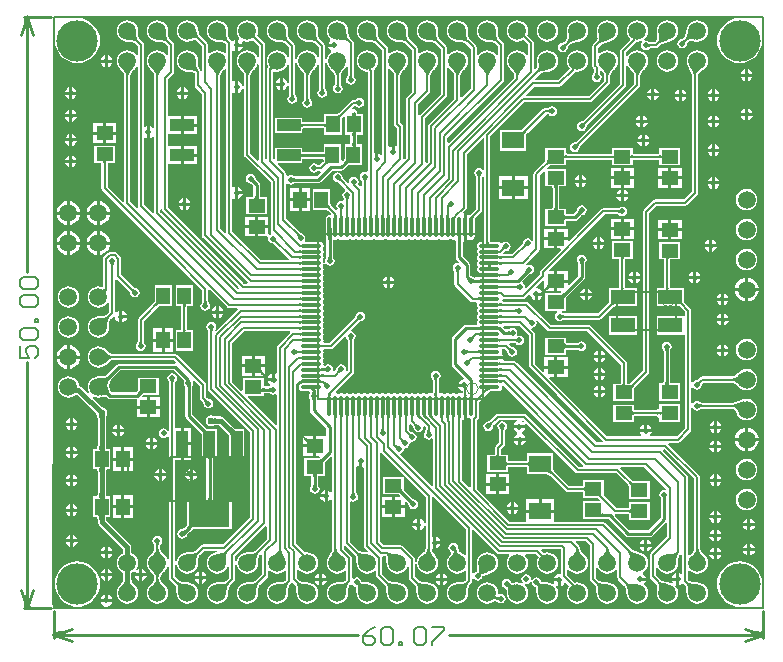
<source format=gtl>
G04*
G04 #@! TF.GenerationSoftware,Altium Limited,Altium Designer,20.0.13 (296)*
G04*
G04 Layer_Physical_Order=1*
G04 Layer_Color=255*
%FSLAX24Y24*%
%MOIN*%
G70*
G01*
G75*
%ADD15C,0.0080*%
%ADD16C,0.0039*%
%ADD17R,0.0579X0.0457*%
%ADD18R,0.0457X0.0579*%
%ADD19R,0.0787X0.0512*%
%ADD20R,0.0748X0.0583*%
%ADD21R,0.1378X0.0866*%
%ADD22R,0.0394X0.0866*%
%ADD23O,0.0709X0.0110*%
%ADD24O,0.0110X0.0709*%
%ADD25R,0.0787X0.0394*%
%ADD37C,0.0100*%
%ADD38C,0.0150*%
%ADD39C,0.0060*%
%ADD40C,0.0591*%
%ADD41C,0.1378*%
%ADD42C,0.0197*%
%ADD43C,0.0236*%
G36*
X-731Y19635D02*
X-749Y19634D01*
X-765Y19631D01*
X-779Y19626D01*
X-790Y19620D01*
X-798Y19611D01*
X-803Y19601D01*
X-806Y19589D01*
X-806Y19574D01*
X-804Y19558D01*
X-799Y19540D01*
X-818Y19282D01*
X-824Y19299D01*
X-830Y19312D01*
X-835Y19321D01*
X-839Y19327D01*
X-842Y19328D01*
X-845Y19326D01*
X-847Y19319D01*
X-850Y19295D01*
X-850Y19277D01*
X-950D01*
X-950Y19295D01*
X-951Y19309D01*
X-953Y19319D01*
X-955Y19326D01*
X-958Y19328D01*
X-961Y19327D01*
X-965Y19321D01*
X-976Y19299D01*
X-982Y19282D01*
X-1001Y19540D01*
X-991Y19574D01*
X-988Y19589D01*
X-986Y19601D01*
X-985Y19611D01*
X-985Y19620D01*
X-987Y19626D01*
X-990Y19631D01*
X-994Y19634D01*
X-1000Y19635D01*
X-900Y19735D01*
X-731Y19635D01*
D02*
G37*
G36*
X22710Y19685D02*
X22716Y19636D01*
X22575Y19593D01*
X22444Y19523D01*
X22330Y19430D01*
X22237Y19316D01*
X22167Y19186D01*
X22124Y19044D01*
X22110Y18898D01*
X22124Y18751D01*
X22167Y18610D01*
X22237Y18480D01*
X22330Y18365D01*
X22444Y18272D01*
X22575Y18202D01*
X22716Y18160D01*
X22863Y18145D01*
X23009Y18160D01*
X23151Y18202D01*
X23281Y18272D01*
X23395Y18365D01*
X23488Y18480D01*
X23558Y18610D01*
X23601Y18751D01*
X23650Y18745D01*
X23650Y940D01*
X23601Y934D01*
X23558Y1075D01*
X23488Y1206D01*
X23395Y1320D01*
X23281Y1413D01*
X23151Y1483D01*
X23009Y1526D01*
X22863Y1540D01*
X22716Y1526D01*
X22575Y1483D01*
X22444Y1413D01*
X22330Y1320D01*
X22237Y1206D01*
X22167Y1075D01*
X22124Y934D01*
X22110Y787D01*
X22124Y641D01*
X22167Y499D01*
X22237Y369D01*
X22330Y255D01*
X22444Y162D01*
X22575Y92D01*
X22716Y49D01*
X22710Y-0D01*
X1828D01*
X1823Y50D01*
X1829Y51D01*
X1895Y95D01*
X1938Y161D01*
X1944Y188D01*
X1559D01*
X1565Y161D01*
X1609Y95D01*
X1674Y51D01*
X1680Y50D01*
X1675Y-0D01*
X940D01*
X934Y49D01*
X1075Y92D01*
X1206Y162D01*
X1320Y255D01*
X1413Y369D01*
X1483Y499D01*
X1526Y641D01*
X1540Y787D01*
X1526Y934D01*
X1483Y1075D01*
X1413Y1206D01*
X1320Y1320D01*
X1206Y1413D01*
X1075Y1483D01*
X934Y1526D01*
X787Y1540D01*
X641Y1526D01*
X499Y1483D01*
X369Y1413D01*
X255Y1320D01*
X162Y1206D01*
X92Y1075D01*
X49Y934D01*
X35Y787D01*
X49Y641D01*
X92Y499D01*
X162Y369D01*
X255Y255D01*
X369Y162D01*
X499Y92D01*
X641Y49D01*
X635Y-0D01*
X48D01*
X43Y4D01*
X10Y10D01*
X4Y43D01*
X-21Y79D01*
X-48Y97D01*
X-2Y18764D01*
X48Y18766D01*
X49Y18751D01*
X92Y18610D01*
X162Y18480D01*
X255Y18365D01*
X369Y18272D01*
X499Y18202D01*
X641Y18160D01*
X787Y18145D01*
X934Y18160D01*
X1075Y18202D01*
X1206Y18272D01*
X1320Y18365D01*
X1413Y18480D01*
X1483Y18610D01*
X1526Y18751D01*
X1540Y18898D01*
X1526Y19044D01*
X1483Y19186D01*
X1413Y19316D01*
X1320Y19430D01*
X1206Y19523D01*
X1075Y19593D01*
X934Y19636D01*
X940Y19685D01*
X22710Y19685D01*
D02*
G37*
G36*
X-850Y390D02*
X-849Y376D01*
X-847Y366D01*
X-845Y359D01*
X-842Y357D01*
X-839Y358D01*
X-835Y364D01*
X-824Y386D01*
X-818Y403D01*
X-799Y145D01*
X-804Y127D01*
X-806Y111D01*
X-806Y96D01*
X-803Y84D01*
X-798Y74D01*
X-790Y65D01*
X-779Y59D01*
X-765Y54D01*
X-749Y51D01*
X-731Y50D01*
X-900Y-50D01*
X-1000Y50D01*
X-994Y51D01*
X-990Y54D01*
X-987Y59D01*
X-985Y65D01*
X-985Y74D01*
X-986Y84D01*
X-988Y96D01*
X-995Y127D01*
X-1001Y145D01*
X-982Y403D01*
X-976Y386D01*
X-970Y373D01*
X-965Y364D01*
X-961Y358D01*
X-958Y357D01*
X-955Y359D01*
X-953Y366D01*
X-950Y390D01*
X-950Y408D01*
X-850D01*
X-850Y390D01*
D02*
G37*
G36*
X23700Y-900D02*
X23600Y-1000D01*
X23599Y-994D01*
X23596Y-990D01*
X23591Y-987D01*
X23585Y-985D01*
X23576Y-985D01*
X23566Y-986D01*
X23554Y-988D01*
X23523Y-995D01*
X23505Y-1001D01*
X23247Y-982D01*
X23264Y-976D01*
X23277Y-970D01*
X23286Y-965D01*
X23292Y-961D01*
X23293Y-958D01*
X23291Y-955D01*
X23284Y-953D01*
X23260Y-950D01*
X23242Y-950D01*
Y-850D01*
X23260Y-850D01*
X23274Y-849D01*
X23284Y-847D01*
X23291Y-845D01*
X23293Y-842D01*
X23292Y-839D01*
X23286Y-835D01*
X23264Y-824D01*
X23247Y-818D01*
X23505Y-799D01*
X23523Y-804D01*
X23539Y-806D01*
X23554Y-806D01*
X23566Y-803D01*
X23576Y-798D01*
X23585Y-790D01*
X23591Y-779D01*
X23596Y-765D01*
X23599Y-749D01*
X23600Y-731D01*
X23700Y-900D01*
D02*
G37*
G36*
X51Y-749D02*
X54Y-765D01*
X59Y-779D01*
X65Y-790D01*
X74Y-798D01*
X84Y-803D01*
X96Y-806D01*
X111Y-806D01*
X127Y-804D01*
X145Y-799D01*
X403Y-818D01*
X386Y-824D01*
X373Y-830D01*
X364Y-835D01*
X358Y-839D01*
X357Y-842D01*
X359Y-845D01*
X366Y-847D01*
X390Y-850D01*
X408Y-850D01*
Y-950D01*
X390Y-950D01*
X376Y-951D01*
X366Y-953D01*
X359Y-955D01*
X357Y-958D01*
X358Y-961D01*
X364Y-965D01*
X386Y-976D01*
X403Y-982D01*
X145Y-1001D01*
X111Y-991D01*
X96Y-988D01*
X84Y-986D01*
X74Y-985D01*
X65Y-985D01*
X59Y-987D01*
X54Y-990D01*
X51Y-994D01*
X50Y-1000D01*
X-50Y-900D01*
X50Y-731D01*
X51Y-749D01*
D02*
G37*
%LPC*%
G36*
X17450Y19574D02*
X17357Y19562D01*
X17271Y19526D01*
X17197Y19469D01*
X17140Y19395D01*
X17104Y19309D01*
X17092Y19216D01*
X17098Y19169D01*
X17095Y19157D01*
X17101Y19117D01*
X17104Y19081D01*
X17106Y19049D01*
X17105Y19021D01*
X17103Y18995D01*
X17099Y18974D01*
X17094Y18956D01*
X17088Y18942D01*
X17082Y18932D01*
X17071Y18919D01*
X17070Y18917D01*
X17068Y18915D01*
X17067Y18911D01*
X17005Y18849D01*
X16998Y18847D01*
X16993Y18841D01*
X16989Y18838D01*
X16985Y18835D01*
X16982Y18833D01*
X16979Y18832D01*
X16976Y18831D01*
X16974Y18830D01*
X16972Y18830D01*
X16970Y18829D01*
X16964Y18829D01*
X16957Y18825D01*
X16904Y18815D01*
X16852Y18780D01*
X16817Y18728D01*
X16804Y18666D01*
X16817Y18604D01*
X16852Y18552D01*
X16904Y18517D01*
X16966Y18504D01*
X17028Y18517D01*
X17080Y18552D01*
X17115Y18604D01*
X17125Y18657D01*
X17129Y18664D01*
X17129Y18670D01*
X17130Y18672D01*
X17130Y18674D01*
X17131Y18676D01*
X17132Y18679D01*
X17133Y18682D01*
X17135Y18685D01*
X17138Y18689D01*
X17141Y18693D01*
X17147Y18698D01*
X17149Y18705D01*
X17222Y18778D01*
X17228Y18780D01*
X17238Y18788D01*
X17248Y18795D01*
X17264Y18803D01*
X17285Y18811D01*
X17309Y18819D01*
X17458Y18852D01*
X17504Y18860D01*
X17504Y18860D01*
X17504Y18860D01*
X17514Y18866D01*
X17543Y18870D01*
X17629Y18905D01*
X17703Y18962D01*
X17760Y19037D01*
X17796Y19123D01*
X17808Y19216D01*
X17796Y19309D01*
X17760Y19395D01*
X17703Y19469D01*
X17629Y19526D01*
X17543Y19562D01*
X17450Y19574D01*
D02*
G37*
G36*
X21450D02*
X21357Y19562D01*
X21271Y19526D01*
X21197Y19469D01*
X21140Y19395D01*
X21104Y19309D01*
X21102Y19293D01*
X21097Y19286D01*
X21097Y19285D01*
X21097Y19285D01*
X21087Y19237D01*
X21067Y19154D01*
X21048Y19088D01*
X21039Y19062D01*
X21030Y19041D01*
X21022Y19025D01*
X21016Y19015D01*
X21008Y19006D01*
X21006Y19000D01*
X20989Y18983D01*
X20983Y18981D01*
X20977Y18976D01*
X20973Y18972D01*
X20969Y18970D01*
X20966Y18968D01*
X20963Y18966D01*
X20960Y18965D01*
X20958Y18964D01*
X20956Y18964D01*
X20954Y18964D01*
X20949Y18963D01*
X20941Y18960D01*
X20888Y18949D01*
X20836Y18914D01*
X20801Y18862D01*
X20788Y18800D01*
X20801Y18738D01*
X20836Y18686D01*
X20888Y18651D01*
X20950Y18638D01*
X21012Y18651D01*
X21064Y18686D01*
X21099Y18738D01*
X21110Y18791D01*
X21113Y18799D01*
X21114Y18804D01*
X21114Y18806D01*
X21114Y18808D01*
X21115Y18810D01*
X21116Y18813D01*
X21118Y18816D01*
X21120Y18819D01*
X21122Y18823D01*
X21126Y18827D01*
X21131Y18833D01*
X21133Y18839D01*
X21135Y18841D01*
X21138Y18842D01*
X21141Y18845D01*
X21145Y18846D01*
X21157Y18857D01*
X21168Y18864D01*
X21182Y18869D01*
X21199Y18874D01*
X21219Y18877D01*
X21243Y18879D01*
X21270Y18878D01*
X21337Y18871D01*
X21375Y18863D01*
X21387Y18866D01*
X21450Y18857D01*
X21543Y18870D01*
X21629Y18905D01*
X21703Y18962D01*
X21760Y19037D01*
X21796Y19123D01*
X21808Y19216D01*
X21796Y19309D01*
X21760Y19395D01*
X21703Y19469D01*
X21629Y19526D01*
X21543Y19562D01*
X21450Y19574D01*
D02*
G37*
G36*
X16450D02*
X16357Y19562D01*
X16271Y19526D01*
X16197Y19469D01*
X16140Y19395D01*
X16104Y19309D01*
X16092Y19216D01*
X16104Y19123D01*
X16140Y19037D01*
X16197Y18962D01*
X16271Y18905D01*
X16357Y18870D01*
X16450Y18857D01*
X16543Y18870D01*
X16629Y18905D01*
X16703Y18962D01*
X16760Y19037D01*
X16796Y19123D01*
X16808Y19216D01*
X16796Y19309D01*
X16760Y19395D01*
X16703Y19469D01*
X16629Y19526D01*
X16543Y19562D01*
X16450Y19574D01*
D02*
G37*
G36*
X20450D02*
X20357Y19562D01*
X20271Y19526D01*
X20197Y19469D01*
X20140Y19395D01*
X20104Y19309D01*
X20092Y19216D01*
X20102Y19140D01*
X20100Y19131D01*
X20108Y19093D01*
X20114Y19059D01*
X20117Y19029D01*
X20118Y19002D01*
X20117Y18978D01*
X20114Y18958D01*
X20110Y18942D01*
X20104Y18928D01*
X20098Y18918D01*
X20087Y18905D01*
X20085Y18900D01*
X20081Y18897D01*
X20081Y18895D01*
X20026Y18840D01*
X19890D01*
X19883Y18843D01*
X19876Y18844D01*
X19870Y18844D01*
X19866Y18845D01*
X19862Y18846D01*
X19859Y18847D01*
X19857Y18848D01*
X19854Y18849D01*
X19853Y18850D01*
X19851Y18851D01*
X19847Y18855D01*
X19839Y18858D01*
X19794Y18888D01*
X19733Y18900D01*
X19694Y18892D01*
X19673Y18939D01*
X19703Y18962D01*
X19760Y19037D01*
X19796Y19123D01*
X19808Y19216D01*
X19796Y19309D01*
X19760Y19395D01*
X19703Y19469D01*
X19629Y19526D01*
X19543Y19562D01*
X19450Y19574D01*
X19357Y19562D01*
X19271Y19526D01*
X19197Y19469D01*
X19140Y19395D01*
X19104Y19309D01*
X19092Y19216D01*
X19104Y19123D01*
X19140Y19037D01*
X19197Y18962D01*
X19200Y18915D01*
X18903Y18618D01*
X18881Y18585D01*
X18873Y18546D01*
Y17461D01*
X17639Y16227D01*
X17633Y16224D01*
X17627Y16219D01*
X17623Y16215D01*
X17619Y16213D01*
X17616Y16211D01*
X17613Y16209D01*
X17610Y16208D01*
X17608Y16207D01*
X17606Y16207D01*
X17604Y16207D01*
X17599Y16207D01*
X17591Y16203D01*
X17538Y16192D01*
X17486Y16157D01*
X17451Y16105D01*
X17438Y16043D01*
X17451Y15981D01*
X17486Y15929D01*
X17538Y15894D01*
X17600Y15882D01*
X17662Y15894D01*
X17714Y15929D01*
X17749Y15981D01*
X17760Y16034D01*
X17763Y16042D01*
X17764Y16047D01*
X17764Y16049D01*
X17764Y16051D01*
X17765Y16054D01*
X17766Y16056D01*
X17768Y16059D01*
X17770Y16062D01*
X17772Y16066D01*
X17776Y16070D01*
X17781Y16076D01*
X17783Y16082D01*
X19047Y17346D01*
X19069Y17379D01*
X19077Y17418D01*
Y18057D01*
X19127Y18067D01*
X19140Y18037D01*
X19195Y17964D01*
X19197Y17959D01*
X19228Y17928D01*
X19278Y17871D01*
X19298Y17847D01*
X19314Y17823D01*
X19326Y17802D01*
X19335Y17784D01*
X19341Y17768D01*
X19344Y17756D01*
X19345Y17741D01*
X19348Y17735D01*
Y17464D01*
X17411Y15527D01*
X17404Y15524D01*
X17398Y15519D01*
X17394Y15515D01*
X17391Y15513D01*
X17387Y15511D01*
X17385Y15509D01*
X17382Y15508D01*
X17380Y15507D01*
X17378Y15507D01*
X17375Y15507D01*
X17370Y15507D01*
X17362Y15503D01*
X17310Y15492D01*
X17257Y15457D01*
X17222Y15405D01*
X17210Y15343D01*
X17222Y15281D01*
X17257Y15229D01*
X17310Y15194D01*
X17372Y15182D01*
X17433Y15194D01*
X17486Y15229D01*
X17521Y15281D01*
X17531Y15334D01*
X17535Y15342D01*
X17535Y15347D01*
X17535Y15349D01*
X17536Y15351D01*
X17537Y15354D01*
X17538Y15356D01*
X17539Y15359D01*
X17541Y15362D01*
X17544Y15366D01*
X17547Y15370D01*
X17552Y15376D01*
X17555Y15382D01*
X19522Y17350D01*
X19544Y17383D01*
X19552Y17422D01*
Y17735D01*
X19555Y17741D01*
X19556Y17756D01*
X19559Y17768D01*
X19565Y17784D01*
X19574Y17802D01*
X19586Y17823D01*
X19602Y17847D01*
X19622Y17871D01*
X19672Y17928D01*
X19703Y17959D01*
X19705Y17964D01*
X19760Y18037D01*
X19796Y18123D01*
X19808Y18216D01*
X19796Y18309D01*
X19760Y18395D01*
X19703Y18469D01*
X19629Y18526D01*
X19543Y18562D01*
X19450Y18574D01*
X19357Y18562D01*
X19271Y18526D01*
X19197Y18469D01*
X19140Y18395D01*
X19127Y18365D01*
X19077Y18375D01*
Y18504D01*
X19428Y18855D01*
X19432Y18860D01*
X19450Y18857D01*
X19543Y18870D01*
X19586Y18888D01*
X19596Y18876D01*
X19613Y18845D01*
X19583Y18800D01*
X19571Y18738D01*
X19583Y18677D01*
X19618Y18624D01*
X19671Y18589D01*
X19733Y18577D01*
X19794Y18589D01*
X19839Y18619D01*
X19847Y18622D01*
X19851Y18626D01*
X19853Y18627D01*
X19854Y18628D01*
X19857Y18629D01*
X19859Y18630D01*
X19862Y18631D01*
X19866Y18632D01*
X19870Y18633D01*
X19876Y18633D01*
X19883Y18634D01*
X19890Y18636D01*
X20069D01*
X20108Y18644D01*
X20141Y18666D01*
X20243Y18768D01*
X20248Y18770D01*
X20257Y18777D01*
X20267Y18783D01*
X20283Y18792D01*
X20302Y18800D01*
X20482Y18853D01*
X20530Y18864D01*
X20530Y18865D01*
X20530Y18865D01*
X20536Y18869D01*
X20543Y18870D01*
X20629Y18905D01*
X20703Y18962D01*
X20760Y19037D01*
X20796Y19123D01*
X20808Y19216D01*
X20796Y19309D01*
X20760Y19395D01*
X20703Y19469D01*
X20629Y19526D01*
X20543Y19562D01*
X20450Y19574D01*
D02*
G37*
G36*
X6292Y18688D02*
X6150D01*
Y18546D01*
X6177Y18551D01*
X6243Y18595D01*
X6287Y18661D01*
X6292Y18688D01*
D02*
G37*
G36*
X1802Y18408D02*
Y18266D01*
X1944D01*
X1938Y18293D01*
X1895Y18359D01*
X1829Y18403D01*
X1802Y18408D01*
D02*
G37*
G36*
X1702D02*
X1674Y18403D01*
X1609Y18359D01*
X1565Y18293D01*
X1559Y18266D01*
X1702D01*
Y18408D01*
D02*
G37*
G36*
X1944Y18166D02*
X1802D01*
Y18023D01*
X1829Y18029D01*
X1895Y18073D01*
X1938Y18138D01*
X1944Y18166D01*
D02*
G37*
G36*
X1702D02*
X1559D01*
X1565Y18138D01*
X1609Y18073D01*
X1674Y18029D01*
X1702Y18023D01*
Y18166D01*
D02*
G37*
G36*
X20450Y18574D02*
X20357Y18562D01*
X20271Y18526D01*
X20197Y18469D01*
X20140Y18395D01*
X20104Y18309D01*
X20092Y18216D01*
X20104Y18123D01*
X20140Y18037D01*
X20197Y17962D01*
X20271Y17905D01*
X20357Y17870D01*
X20450Y17857D01*
X20543Y17870D01*
X20629Y17905D01*
X20703Y17962D01*
X20760Y18037D01*
X20796Y18123D01*
X20808Y18216D01*
X20796Y18309D01*
X20760Y18395D01*
X20703Y18469D01*
X20629Y18526D01*
X20543Y18562D01*
X20450Y18574D01*
D02*
G37*
G36*
X18450Y19574D02*
X18357Y19562D01*
X18271Y19526D01*
X18197Y19469D01*
X18140Y19395D01*
X18104Y19309D01*
X18092Y19216D01*
X18104Y19123D01*
X18104Y19122D01*
X18104Y19117D01*
X18113Y19080D01*
X18120Y19048D01*
X18124Y19018D01*
X18126Y18992D01*
X18125Y18969D01*
X18123Y18950D01*
X18119Y18934D01*
X18113Y18921D01*
X18107Y18911D01*
X18096Y18898D01*
X18094Y18892D01*
X18093Y18890D01*
X18089Y18887D01*
X18089Y18887D01*
X17983Y18780D01*
X17961Y18747D01*
X17953Y18708D01*
Y18052D01*
X17961Y18013D01*
X17983Y17980D01*
X17996Y17966D01*
Y17837D01*
X17994Y17830D01*
X17993Y17823D01*
X17993Y17817D01*
X17992Y17813D01*
X17991Y17809D01*
X17990Y17806D01*
X17989Y17804D01*
X17988Y17801D01*
X17987Y17800D01*
X17986Y17798D01*
X17982Y17794D01*
X17979Y17786D01*
X17949Y17741D01*
X17937Y17680D01*
X17949Y17618D01*
X17984Y17565D01*
X18037Y17530D01*
X18098Y17518D01*
X18160Y17530D01*
X18213Y17565D01*
X18248Y17618D01*
X18260Y17680D01*
X18248Y17741D01*
X18218Y17786D01*
X18215Y17794D01*
X18211Y17798D01*
X18210Y17800D01*
X18209Y17801D01*
X18208Y17804D01*
X18207Y17806D01*
X18206Y17809D01*
X18205Y17813D01*
X18204Y17817D01*
X18204Y17823D01*
X18203Y17830D01*
X18200Y17837D01*
Y17884D01*
X18250Y17903D01*
X18278Y17871D01*
X18298Y17847D01*
X18314Y17823D01*
X18326Y17802D01*
X18335Y17784D01*
X18341Y17768D01*
X18344Y17756D01*
X18345Y17741D01*
X18348Y17735D01*
Y17567D01*
X17833Y17052D01*
X15763D01*
X15744Y17098D01*
X16013Y17366D01*
X16850D01*
X16889Y17374D01*
X16922Y17396D01*
X17382Y17857D01*
X17388Y17866D01*
X17450Y17857D01*
X17543Y17870D01*
X17629Y17905D01*
X17703Y17962D01*
X17760Y18037D01*
X17796Y18123D01*
X17808Y18216D01*
X17796Y18309D01*
X17760Y18395D01*
X17703Y18469D01*
X17629Y18526D01*
X17543Y18562D01*
X17450Y18574D01*
X17357Y18562D01*
X17271Y18526D01*
X17197Y18469D01*
X17140Y18395D01*
X17104Y18309D01*
X17092Y18216D01*
X17104Y18123D01*
X17140Y18037D01*
X17197Y17962D01*
X17197Y17960D01*
X16807Y17570D01*
X16055D01*
X16036Y17617D01*
X16206Y17787D01*
X16212Y17789D01*
X16223Y17798D01*
X16233Y17805D01*
X16249Y17812D01*
X16269Y17820D01*
X16294Y17828D01*
X16322Y17834D01*
X16437Y17852D01*
X16482Y17857D01*
X16494Y17863D01*
X16543Y17870D01*
X16629Y17905D01*
X16703Y17962D01*
X16760Y18037D01*
X16796Y18123D01*
X16808Y18216D01*
X16796Y18309D01*
X16760Y18395D01*
X16703Y18469D01*
X16629Y18526D01*
X16543Y18562D01*
X16450Y18574D01*
X16357Y18562D01*
X16271Y18526D01*
X16197Y18469D01*
X16140Y18395D01*
X16104Y18309D01*
X16092Y18216D01*
X16095Y18190D01*
X16092Y18180D01*
X16097Y18099D01*
X16097Y18066D01*
X16095Y18036D01*
X16092Y18010D01*
X16088Y17988D01*
X16082Y17969D01*
X16075Y17955D01*
X16069Y17944D01*
X16064Y17939D01*
X16034Y17942D01*
X16014Y17951D01*
Y18820D01*
X16006Y18859D01*
X15984Y18893D01*
X15784Y19093D01*
X15796Y19123D01*
X15808Y19216D01*
X15796Y19309D01*
X15760Y19395D01*
X15703Y19469D01*
X15629Y19526D01*
X15543Y19562D01*
X15450Y19574D01*
X15357Y19562D01*
X15271Y19526D01*
X15197Y19469D01*
X15140Y19395D01*
X15104Y19309D01*
X15092Y19216D01*
X15104Y19123D01*
X15140Y19037D01*
X15197Y18962D01*
X15271Y18905D01*
X15357Y18870D01*
X15450Y18857D01*
X15543Y18870D01*
X15629Y18905D01*
X15660Y18929D01*
X15810Y18778D01*
Y18405D01*
X15760Y18395D01*
X15703Y18469D01*
X15629Y18526D01*
X15543Y18562D01*
X15450Y18574D01*
X15357Y18562D01*
X15271Y18526D01*
X15197Y18469D01*
X15140Y18395D01*
X15104Y18309D01*
X15092Y18216D01*
X15104Y18123D01*
X15140Y18037D01*
X15195Y17964D01*
X15197Y17959D01*
X15228Y17928D01*
X15278Y17871D01*
X15298Y17847D01*
X15314Y17823D01*
X15326Y17802D01*
X15335Y17784D01*
X15341Y17768D01*
X15344Y17756D01*
X15345Y17741D01*
X15348Y17735D01*
Y17667D01*
X13166Y15486D01*
X13120Y15505D01*
Y15660D01*
X14972Y17513D01*
X14994Y17546D01*
X15002Y17585D01*
Y18766D01*
X14994Y18805D01*
X14972Y18838D01*
X14862Y18948D01*
X14860Y18954D01*
X14850Y18965D01*
X14844Y18976D01*
X14837Y18991D01*
X14830Y19011D01*
X14824Y19035D01*
X14819Y19063D01*
X14815Y19094D01*
X14810Y19170D01*
X14810Y19213D01*
X14808Y19218D01*
X14796Y19309D01*
X14760Y19395D01*
X14703Y19469D01*
X14629Y19526D01*
X14543Y19562D01*
X14450Y19574D01*
X14357Y19562D01*
X14271Y19526D01*
X14197Y19469D01*
X14140Y19395D01*
X14104Y19309D01*
X14092Y19216D01*
X14104Y19123D01*
X14140Y19037D01*
X14197Y18962D01*
X14271Y18905D01*
X14357Y18870D01*
X14447Y18858D01*
X14453Y18856D01*
X14496Y18855D01*
X14572Y18851D01*
X14603Y18847D01*
X14631Y18842D01*
X14655Y18836D01*
X14674Y18829D01*
X14690Y18822D01*
X14700Y18815D01*
X14712Y18806D01*
X14718Y18804D01*
X14798Y18724D01*
Y18428D01*
X14748Y18411D01*
X14703Y18469D01*
X14629Y18526D01*
X14543Y18562D01*
X14450Y18574D01*
X14357Y18562D01*
X14271Y18526D01*
X14197Y18469D01*
X14147Y18404D01*
X14107Y18412D01*
X14097Y18418D01*
Y18671D01*
X14089Y18710D01*
X14067Y18743D01*
X13862Y18948D01*
X13860Y18954D01*
X13850Y18965D01*
X13844Y18976D01*
X13837Y18991D01*
X13830Y19011D01*
X13824Y19035D01*
X13819Y19063D01*
X13815Y19094D01*
X13810Y19170D01*
X13810Y19213D01*
X13808Y19218D01*
X13796Y19309D01*
X13760Y19395D01*
X13703Y19469D01*
X13629Y19526D01*
X13543Y19562D01*
X13450Y19574D01*
X13357Y19562D01*
X13271Y19526D01*
X13197Y19469D01*
X13140Y19395D01*
X13104Y19309D01*
X13092Y19216D01*
X13104Y19123D01*
X13140Y19037D01*
X13197Y18962D01*
X13271Y18905D01*
X13357Y18870D01*
X13447Y18858D01*
X13453Y18856D01*
X13496Y18855D01*
X13572Y18851D01*
X13603Y18847D01*
X13631Y18842D01*
X13655Y18836D01*
X13674Y18829D01*
X13690Y18822D01*
X13700Y18815D01*
X13712Y18806D01*
X13718Y18804D01*
X13893Y18629D01*
Y17300D01*
X13598Y17005D01*
X13552Y17025D01*
Y17735D01*
X13555Y17741D01*
X13556Y17756D01*
X13559Y17768D01*
X13565Y17784D01*
X13574Y17802D01*
X13586Y17823D01*
X13602Y17847D01*
X13622Y17871D01*
X13672Y17928D01*
X13703Y17959D01*
X13705Y17964D01*
X13760Y18037D01*
X13796Y18123D01*
X13808Y18216D01*
X13796Y18309D01*
X13760Y18395D01*
X13703Y18469D01*
X13629Y18526D01*
X13543Y18562D01*
X13450Y18574D01*
X13357Y18562D01*
X13271Y18526D01*
X13197Y18469D01*
X13170Y18434D01*
X13120Y18451D01*
Y18648D01*
X13112Y18687D01*
X13090Y18720D01*
X12862Y18948D01*
X12860Y18954D01*
X12850Y18965D01*
X12844Y18976D01*
X12837Y18991D01*
X12830Y19011D01*
X12824Y19035D01*
X12819Y19063D01*
X12815Y19094D01*
X12810Y19170D01*
X12810Y19213D01*
X12808Y19218D01*
X12796Y19309D01*
X12760Y19395D01*
X12703Y19469D01*
X12629Y19526D01*
X12543Y19562D01*
X12450Y19574D01*
X12357Y19562D01*
X12271Y19526D01*
X12197Y19469D01*
X12140Y19395D01*
X12104Y19309D01*
X12092Y19216D01*
X12104Y19123D01*
X12140Y19037D01*
X12197Y18962D01*
X12271Y18905D01*
X12357Y18870D01*
X12447Y18858D01*
X12453Y18856D01*
X12496Y18855D01*
X12572Y18851D01*
X12603Y18847D01*
X12631Y18842D01*
X12655Y18836D01*
X12674Y18829D01*
X12689Y18822D01*
X12700Y18815D01*
X12712Y18806D01*
X12718Y18804D01*
X12916Y18606D01*
Y17117D01*
X12212Y16413D01*
X12202Y16398D01*
X12152Y16414D01*
Y16780D01*
X12522Y17151D01*
X12544Y17184D01*
X12552Y17223D01*
Y17735D01*
X12555Y17741D01*
X12556Y17756D01*
X12559Y17768D01*
X12565Y17784D01*
X12574Y17802D01*
X12586Y17823D01*
X12602Y17847D01*
X12622Y17871D01*
X12672Y17928D01*
X12703Y17959D01*
X12705Y17964D01*
X12760Y18037D01*
X12796Y18123D01*
X12808Y18216D01*
X12796Y18309D01*
X12760Y18395D01*
X12703Y18469D01*
X12629Y18526D01*
X12543Y18562D01*
X12450Y18574D01*
X12357Y18562D01*
X12271Y18526D01*
X12202Y18473D01*
X12153Y18484D01*
X12152Y18484D01*
Y18616D01*
X12144Y18655D01*
X12122Y18688D01*
X11862Y18948D01*
X11860Y18954D01*
X11850Y18965D01*
X11844Y18976D01*
X11837Y18991D01*
X11830Y19011D01*
X11824Y19035D01*
X11819Y19063D01*
X11815Y19094D01*
X11810Y19170D01*
X11810Y19213D01*
X11808Y19218D01*
X11796Y19309D01*
X11760Y19395D01*
X11703Y19469D01*
X11629Y19526D01*
X11543Y19562D01*
X11450Y19574D01*
X11357Y19562D01*
X11271Y19526D01*
X11197Y19469D01*
X11140Y19395D01*
X11104Y19309D01*
X11092Y19216D01*
X11104Y19123D01*
X11140Y19037D01*
X11197Y18962D01*
X11271Y18905D01*
X11357Y18870D01*
X11447Y18858D01*
X11453Y18856D01*
X11496Y18855D01*
X11572Y18851D01*
X11603Y18847D01*
X11631Y18842D01*
X11655Y18836D01*
X11674Y18829D01*
X11689Y18822D01*
X11700Y18815D01*
X11712Y18806D01*
X11718Y18804D01*
X11948Y18574D01*
Y17192D01*
X11778Y17022D01*
X11756Y16989D01*
X11748Y16950D01*
Y14992D01*
X11696Y14940D01*
X11692Y14940D01*
X11647Y14962D01*
Y16030D01*
X11640Y16070D01*
X11618Y16103D01*
X11552Y16168D01*
Y17735D01*
X11555Y17741D01*
X11556Y17756D01*
X11559Y17768D01*
X11565Y17784D01*
X11574Y17802D01*
X11586Y17823D01*
X11602Y17847D01*
X11622Y17871D01*
X11672Y17928D01*
X11703Y17959D01*
X11705Y17964D01*
X11760Y18037D01*
X11796Y18123D01*
X11808Y18216D01*
X11796Y18309D01*
X11760Y18395D01*
X11703Y18469D01*
X11629Y18526D01*
X11543Y18562D01*
X11450Y18574D01*
X11357Y18562D01*
X11271Y18526D01*
X11207Y18477D01*
X11157Y18492D01*
Y18611D01*
X11149Y18650D01*
X11127Y18683D01*
X10862Y18948D01*
X10860Y18954D01*
X10850Y18965D01*
X10844Y18976D01*
X10837Y18991D01*
X10830Y19011D01*
X10824Y19035D01*
X10819Y19063D01*
X10815Y19094D01*
X10810Y19170D01*
X10810Y19213D01*
X10808Y19218D01*
X10796Y19309D01*
X10760Y19395D01*
X10703Y19469D01*
X10629Y19526D01*
X10543Y19562D01*
X10450Y19574D01*
X10357Y19562D01*
X10271Y19526D01*
X10197Y19469D01*
X10140Y19395D01*
X10104Y19309D01*
X10092Y19216D01*
X10104Y19123D01*
X10140Y19037D01*
X10197Y18962D01*
X10271Y18905D01*
X10357Y18870D01*
X10447Y18858D01*
X10453Y18856D01*
X10496Y18855D01*
X10572Y18851D01*
X10603Y18847D01*
X10631Y18842D01*
X10655Y18836D01*
X10674Y18829D01*
X10690Y18822D01*
X10700Y18815D01*
X10712Y18806D01*
X10718Y18804D01*
X10953Y18569D01*
Y15110D01*
X10924Y15097D01*
X10903Y15091D01*
X10842Y15132D01*
X10814Y15138D01*
Y14945D01*
X10714D01*
Y15141D01*
X10668Y15175D01*
Y17914D01*
X10664Y17932D01*
X10703Y17962D01*
X10760Y18037D01*
X10796Y18123D01*
X10808Y18216D01*
X10796Y18309D01*
X10760Y18395D01*
X10703Y18469D01*
X10629Y18526D01*
X10543Y18562D01*
X10450Y18574D01*
X10357Y18562D01*
X10271Y18526D01*
X10197Y18469D01*
X10140Y18395D01*
X10104Y18309D01*
X10092Y18216D01*
X10104Y18123D01*
X10140Y18037D01*
X10197Y17962D01*
X10271Y17905D01*
X10357Y17870D01*
X10450Y17857D01*
X10464Y17845D01*
Y14537D01*
X10414Y14508D01*
X10367Y14517D01*
X10306Y14505D01*
X10253Y14470D01*
X10218Y14418D01*
X10206Y14356D01*
X10218Y14294D01*
X10249Y14248D01*
X10252Y14240D01*
X10255Y14237D01*
X10257Y14235D01*
X10258Y14233D01*
X10259Y14231D01*
X10260Y14229D01*
X10261Y14226D01*
X10262Y14222D01*
X10262Y14217D01*
X10263Y14212D01*
X10263Y14205D01*
X10266Y14198D01*
Y14040D01*
X10216Y14019D01*
X10128Y14107D01*
X10149Y14138D01*
X10162Y14200D01*
X10149Y14262D01*
X10114Y14314D01*
X10062Y14349D01*
X10000Y14362D01*
X9938Y14349D01*
X9886Y14314D01*
X9851Y14262D01*
X9838Y14200D01*
X9843Y14178D01*
X9797Y14153D01*
X9644Y14306D01*
X9642Y14312D01*
X9636Y14318D01*
X9633Y14322D01*
X9630Y14326D01*
X9628Y14329D01*
X9627Y14332D01*
X9626Y14335D01*
X9625Y14337D01*
X9625Y14339D01*
X9624Y14341D01*
X9624Y14346D01*
X9621Y14354D01*
X9610Y14407D01*
X9575Y14459D01*
X9523Y14494D01*
X9461Y14506D01*
X9399Y14494D01*
X9347Y14459D01*
X9312Y14407D01*
X9299Y14345D01*
X9312Y14283D01*
X9347Y14231D01*
X9399Y14196D01*
X9452Y14185D01*
X9460Y14182D01*
X9465Y14181D01*
X9467Y14181D01*
X9469Y14181D01*
X9471Y14180D01*
X9474Y14179D01*
X9477Y14177D01*
X9480Y14175D01*
X9484Y14173D01*
X9488Y14169D01*
X9493Y14164D01*
X9500Y14161D01*
X9723Y13938D01*
X9708Y13883D01*
X9666Y13855D01*
X9631Y13803D01*
X9618Y13741D01*
X9631Y13679D01*
X9660Y13635D01*
X9664Y13626D01*
X9666Y13624D01*
X9665Y13605D01*
X9665Y13601D01*
X9662Y13585D01*
X9615Y13555D01*
X9582Y13562D01*
X9520Y13549D01*
X9467Y13514D01*
X9432Y13462D01*
X9420Y13400D01*
X9432Y13338D01*
X9462Y13294D01*
X9465Y13285D01*
X9461Y13269D01*
X9421Y13254D01*
X9404Y13255D01*
X9248Y13411D01*
X9246Y13418D01*
X9236Y13428D01*
X9229Y13436D01*
X9222Y13445D01*
X9217Y13452D01*
X9213Y13459D01*
X9210Y13466D01*
X9208Y13472D01*
X9207Y13477D01*
X9206Y13482D01*
X9206Y13490D01*
X9203Y13495D01*
Y13949D01*
X8627D01*
Y13251D01*
X9113D01*
X9155Y13212D01*
X9161Y13210D01*
X9241Y13129D01*
X9217Y13083D01*
X9188Y13089D01*
X9143Y13080D01*
X9105Y13055D01*
X9079Y13017D01*
X9070Y12972D01*
Y12373D01*
X9074Y12356D01*
X9072Y12352D01*
X9074Y12347D01*
X9073Y12345D01*
X9079Y12259D01*
X9079Y12242D01*
X9081Y12235D01*
Y11695D01*
X9079Y11689D01*
X9079Y11679D01*
X9078Y11672D01*
X9077Y11659D01*
X9076Y11655D01*
X9075Y11652D01*
X9075Y11651D01*
X9074Y11649D01*
X9074Y11648D01*
X9074Y11648D01*
X9074Y11647D01*
X9073Y11644D01*
X9072Y11640D01*
X9054Y11612D01*
X9041Y11550D01*
X9054Y11488D01*
X9089Y11436D01*
X9141Y11401D01*
X9203Y11388D01*
X9265Y11401D01*
X9317Y11436D01*
X9352Y11488D01*
X9364Y11550D01*
X9352Y11612D01*
X9317Y11664D01*
X9313Y11667D01*
X9313Y11667D01*
X9313Y11667D01*
X9313Y11668D01*
X9312Y11670D01*
X9312Y11671D01*
X9311Y11671D01*
X9311Y11672D01*
X9311Y11674D01*
X9310Y11678D01*
X9309Y11692D01*
X9309Y11700D01*
X9307Y11703D01*
X9308Y11706D01*
X9306Y11710D01*
Y12203D01*
X9307Y12205D01*
X9306Y12212D01*
Y12213D01*
X9309Y12220D01*
X9309Y12226D01*
X9317Y12237D01*
X9345Y12257D01*
X9358Y12261D01*
X9385Y12256D01*
X9430Y12265D01*
X9447Y12277D01*
X9483Y12286D01*
X9519Y12277D01*
X9537Y12265D01*
X9582Y12256D01*
X9626Y12265D01*
X9664Y12290D01*
X9695D01*
X9733Y12265D01*
X9778Y12256D01*
X9823Y12265D01*
X9841Y12277D01*
X9877Y12286D01*
X9912Y12277D01*
X9930Y12265D01*
X9975Y12256D01*
X10020Y12265D01*
X10058Y12290D01*
X10089D01*
X10127Y12265D01*
X10172Y12256D01*
X10217Y12265D01*
X10235Y12277D01*
X10270Y12286D01*
X10306Y12277D01*
X10324Y12265D01*
X10369Y12256D01*
X10414Y12265D01*
X10452Y12290D01*
X10483D01*
X10521Y12265D01*
X10566Y12256D01*
X10611Y12265D01*
X10628Y12277D01*
X10664Y12286D01*
X10700Y12277D01*
X10718Y12265D01*
X10763Y12256D01*
X10808Y12265D01*
X10846Y12290D01*
X10876D01*
X10915Y12265D01*
X10959Y12256D01*
X11004Y12265D01*
X11022Y12277D01*
X11058Y12286D01*
X11094Y12277D01*
X11111Y12265D01*
X11156Y12256D01*
X11201Y12265D01*
X11239Y12290D01*
X11270D01*
X11308Y12265D01*
X11353Y12256D01*
X11398Y12265D01*
X11416Y12277D01*
X11452Y12286D01*
X11487Y12277D01*
X11505Y12265D01*
X11550Y12256D01*
X11595Y12265D01*
X11633Y12290D01*
X11664D01*
X11702Y12265D01*
X11747Y12256D01*
X11792Y12265D01*
X11810Y12277D01*
X11845Y12286D01*
X11881Y12277D01*
X11899Y12265D01*
X11944Y12256D01*
X11989Y12265D01*
X12006Y12277D01*
X12042Y12286D01*
X12078Y12277D01*
X12096Y12265D01*
X12141Y12256D01*
X12185Y12265D01*
X12224Y12290D01*
X12254D01*
X12292Y12265D01*
X12337Y12256D01*
X12382Y12265D01*
X12400Y12277D01*
X12436Y12286D01*
X12471Y12277D01*
X12489Y12265D01*
X12534Y12256D01*
X12579Y12265D01*
X12617Y12290D01*
X12648D01*
X12686Y12265D01*
X12731Y12256D01*
X12776Y12265D01*
X12794Y12277D01*
X12830Y12286D01*
X12865Y12277D01*
X12883Y12265D01*
X12928Y12256D01*
X12973Y12265D01*
X13011Y12290D01*
X13042D01*
X13080Y12265D01*
X13125Y12256D01*
X13170Y12265D01*
X13188Y12277D01*
X13223Y12286D01*
X13259Y12277D01*
X13277Y12265D01*
X13322Y12256D01*
X13353Y12262D01*
X13376Y12257D01*
X13377Y12256D01*
X13406Y12231D01*
Y11669D01*
X13406Y11669D01*
X13415Y11626D01*
X13439Y11589D01*
X13505Y11523D01*
X13480Y11477D01*
X13460Y11481D01*
X13398Y11469D01*
X13346Y11434D01*
X13311Y11382D01*
X13299Y11320D01*
X13311Y11258D01*
X13341Y11214D01*
X13344Y11205D01*
X13347Y11202D01*
X13348Y11200D01*
X13350Y11198D01*
X13351Y11196D01*
X13352Y11193D01*
X13353Y11190D01*
X13354Y11186D01*
X13354Y11182D01*
X13355Y11177D01*
X13355Y11169D01*
X13358Y11162D01*
Y10794D01*
X13366Y10755D01*
X13388Y10722D01*
X13891Y10218D01*
X13924Y10196D01*
X13963Y10189D01*
X14088D01*
X14106Y10167D01*
X14114Y10143D01*
X14114Y10142D01*
X14114Y10136D01*
X14106Y10094D01*
X14115Y10049D01*
X14140Y10011D01*
Y9980D01*
X14115Y9942D01*
X14106Y9897D01*
X14115Y9852D01*
X14127Y9834D01*
X14136Y9798D01*
X14127Y9763D01*
X14115Y9745D01*
X14106Y9700D01*
X14115Y9655D01*
X14140Y9617D01*
Y9586D01*
X14115Y9548D01*
X14106Y9503D01*
X14112Y9471D01*
X14107Y9449D01*
X14106Y9448D01*
X14081Y9418D01*
X13731D01*
X13731Y9418D01*
X13689Y9410D01*
X13652Y9386D01*
X13652Y9386D01*
X13308Y9041D01*
X13284Y9005D01*
X13275Y8962D01*
X13275Y8962D01*
Y8109D01*
X13275Y8109D01*
X13284Y8067D01*
X13308Y8030D01*
X13677Y7661D01*
X13659Y7608D01*
X13605Y7597D01*
X13540Y7553D01*
X13496Y7488D01*
X13490Y7460D01*
X13683D01*
Y7360D01*
X13490D01*
X13496Y7333D01*
X13540Y7267D01*
X13605Y7223D01*
X13638Y7217D01*
X13639Y7214D01*
X13643Y7165D01*
X13604Y7139D01*
X13569Y7132D01*
X13563Y7135D01*
X13519Y7144D01*
X13474Y7135D01*
X13436Y7110D01*
X13405D01*
X13367Y7135D01*
X13322Y7144D01*
X13277Y7135D01*
X13259Y7123D01*
X13223Y7114D01*
X13188Y7123D01*
X13170Y7135D01*
X13125Y7144D01*
X13080Y7135D01*
X13042Y7110D01*
X13011D01*
X12973Y7135D01*
X12928Y7144D01*
X12886Y7136D01*
X12880Y7136D01*
X12878Y7136D01*
X12855Y7144D01*
X12833Y7162D01*
Y7574D01*
X12836Y7581D01*
X12836Y7588D01*
X12837Y7594D01*
X12837Y7598D01*
X12838Y7602D01*
X12839Y7605D01*
X12840Y7608D01*
X12842Y7610D01*
X12843Y7612D01*
X12844Y7613D01*
X12847Y7617D01*
X12851Y7625D01*
X12880Y7670D01*
X12893Y7732D01*
X12880Y7793D01*
X12845Y7846D01*
X12793Y7881D01*
X12731Y7893D01*
X12669Y7881D01*
X12617Y7846D01*
X12582Y7793D01*
X12570Y7732D01*
X12582Y7670D01*
X12612Y7625D01*
X12615Y7617D01*
X12618Y7613D01*
X12620Y7612D01*
X12621Y7610D01*
X12622Y7608D01*
X12623Y7605D01*
X12624Y7602D01*
X12625Y7598D01*
X12625Y7594D01*
X12626Y7588D01*
X12626Y7581D01*
X12629Y7574D01*
Y7162D01*
X12608Y7144D01*
X12584Y7136D01*
X12583Y7136D01*
X12576Y7136D01*
X12534Y7144D01*
X12489Y7135D01*
X12471Y7123D01*
X12436Y7114D01*
X12400Y7123D01*
X12382Y7135D01*
X12337Y7144D01*
X12292Y7135D01*
X12254Y7110D01*
X12224D01*
X12185Y7135D01*
X12141Y7144D01*
X12096Y7135D01*
X12078Y7123D01*
X12042Y7114D01*
X12006Y7123D01*
X11989Y7135D01*
X11944Y7144D01*
X11899Y7135D01*
X11881Y7123D01*
X11845Y7114D01*
X11810Y7123D01*
X11792Y7135D01*
X11747Y7144D01*
X11702Y7135D01*
X11664Y7110D01*
X11633D01*
X11595Y7135D01*
X11550Y7144D01*
X11505Y7135D01*
X11487Y7123D01*
X11452Y7114D01*
X11416Y7123D01*
X11398Y7135D01*
X11353Y7144D01*
X11308Y7135D01*
X11270Y7110D01*
X11239D01*
X11201Y7135D01*
X11156Y7144D01*
X11111Y7135D01*
X11094Y7123D01*
X11058Y7114D01*
X11022Y7123D01*
X11004Y7135D01*
X10959Y7144D01*
X10915Y7135D01*
X10876Y7110D01*
X10846D01*
X10808Y7135D01*
X10763Y7144D01*
X10718Y7135D01*
X10700Y7123D01*
X10664Y7114D01*
X10628Y7123D01*
X10611Y7135D01*
X10566Y7144D01*
X10521Y7135D01*
X10483Y7110D01*
X10452D01*
X10414Y7135D01*
X10369Y7144D01*
X10324Y7135D01*
X10306Y7123D01*
X10270Y7114D01*
X10235Y7123D01*
X10217Y7135D01*
X10172Y7144D01*
X10127Y7135D01*
X10089Y7110D01*
X10058D01*
X10020Y7135D01*
X9975Y7144D01*
X9930Y7135D01*
X9912Y7123D01*
X9877Y7114D01*
X9841Y7123D01*
X9823Y7135D01*
X9778Y7144D01*
X9733Y7135D01*
X9695Y7110D01*
X9664D01*
X9626Y7135D01*
X9582Y7144D01*
X9537Y7135D01*
X9519Y7123D01*
X9483Y7114D01*
X9447Y7123D01*
X9430Y7135D01*
X9413Y7139D01*
X9396Y7193D01*
X9972Y7769D01*
X9994Y7802D01*
X10002Y7841D01*
Y8893D01*
X10005Y8899D01*
X10005Y8907D01*
X10006Y8912D01*
X10006Y8917D01*
X10007Y8920D01*
X10008Y8923D01*
X10009Y8926D01*
X10010Y8928D01*
X10012Y8930D01*
X10013Y8932D01*
X10016Y8935D01*
X10019Y8944D01*
X10049Y8988D01*
X10062Y9050D01*
X10049Y9112D01*
X10014Y9164D01*
X9962Y9199D01*
X9934Y9205D01*
X9917Y9259D01*
X10199Y9541D01*
X10214Y9538D01*
X10276Y9551D01*
X10328Y9586D01*
X10363Y9638D01*
X10375Y9700D01*
X10363Y9762D01*
X10328Y9814D01*
X10276Y9849D01*
X10214Y9862D01*
X10152Y9849D01*
X10100Y9814D01*
X10065Y9762D01*
X10052Y9700D01*
X10055Y9686D01*
X9187Y8818D01*
X9012D01*
X8994Y8839D01*
X8986Y8863D01*
X8986Y8864D01*
X8986Y8871D01*
X8994Y8913D01*
X8985Y8958D01*
X8960Y8996D01*
Y9026D01*
X8985Y9065D01*
X8994Y9109D01*
X8985Y9154D01*
X8960Y9192D01*
Y9223D01*
X8985Y9261D01*
X8994Y9306D01*
X8985Y9351D01*
X8973Y9369D01*
X8964Y9405D01*
X8973Y9440D01*
X8985Y9458D01*
X8994Y9503D01*
X8985Y9548D01*
X8960Y9586D01*
Y9617D01*
X8985Y9655D01*
X8994Y9700D01*
X8985Y9745D01*
X8960Y9783D01*
Y9814D01*
X8985Y9852D01*
X8994Y9897D01*
X8985Y9942D01*
X8960Y9980D01*
Y10011D01*
X8985Y10049D01*
X8994Y10094D01*
X8985Y10139D01*
X8960Y10177D01*
Y10208D01*
X8985Y10246D01*
X8994Y10291D01*
X8985Y10336D01*
X8960Y10374D01*
Y10404D01*
X8985Y10443D01*
X8994Y10487D01*
X8985Y10532D01*
X8973Y10550D01*
X8964Y10586D01*
X8973Y10622D01*
X8985Y10639D01*
X8994Y10684D01*
X8985Y10729D01*
X8960Y10767D01*
Y10798D01*
X8985Y10836D01*
X8994Y10881D01*
X8985Y10926D01*
X8960Y10964D01*
Y10995D01*
X8985Y11033D01*
X8994Y11078D01*
X8985Y11123D01*
X8960Y11161D01*
Y11192D01*
X8985Y11230D01*
X8994Y11275D01*
X8985Y11320D01*
X8973Y11338D01*
X8964Y11373D01*
X8973Y11409D01*
X8985Y11427D01*
X8994Y11472D01*
X8985Y11517D01*
X8960Y11555D01*
Y11586D01*
X8985Y11624D01*
X8994Y11669D01*
X8985Y11713D01*
X8973Y11731D01*
X8964Y11767D01*
X8973Y11803D01*
X8985Y11820D01*
X8994Y11865D01*
X8985Y11910D01*
X8960Y11948D01*
Y11979D01*
X8985Y12017D01*
X8994Y12062D01*
X8985Y12107D01*
X8960Y12145D01*
X8922Y12171D01*
X8877Y12180D01*
X8395D01*
X8368Y12230D01*
X8379Y12245D01*
X8391Y12307D01*
X8379Y12369D01*
X8344Y12421D01*
X8291Y12456D01*
X8285Y12457D01*
X8279Y12463D01*
X8274Y12464D01*
X8270Y12466D01*
X8267Y12468D01*
X8264Y12469D01*
X8253Y12476D01*
X8250Y12479D01*
X8239Y12488D01*
X8233Y12494D01*
X8226Y12497D01*
X7752Y12971D01*
Y14110D01*
X7802Y14131D01*
X7838Y14107D01*
X7900Y14095D01*
X7962Y14107D01*
X8005Y14136D01*
X8005Y14136D01*
X8006Y14136D01*
X8009Y14136D01*
X8010Y14137D01*
X8010Y14137D01*
X8012Y14138D01*
X8012Y14138D01*
X8014Y14139D01*
X8018Y14139D01*
X8022Y14140D01*
X8036Y14141D01*
X8045Y14141D01*
X8051Y14144D01*
X8815D01*
X8815Y14144D01*
X8858Y14153D01*
X8895Y14177D01*
X9284Y14566D01*
X9589D01*
X9589Y14566D01*
X9632Y14575D01*
X9668Y14599D01*
X9749Y14680D01*
X9756Y14683D01*
X9798Y14722D01*
X9813Y14735D01*
X9820Y14740D01*
X9839D01*
X9842Y14738D01*
X9849Y14740D01*
X10275D01*
Y15438D01*
X10118D01*
X10118Y15440D01*
X10116Y15449D01*
X10115Y15462D01*
X10114Y15479D01*
X10112Y15485D01*
Y15706D01*
X10114Y15712D01*
X10115Y15729D01*
X10116Y15742D01*
X10118Y15752D01*
X10118Y15752D01*
X10298D01*
Y16451D01*
X10118D01*
X10118Y16453D01*
X10116Y16462D01*
X10115Y16475D01*
X10114Y16492D01*
X10112Y16498D01*
Y16500D01*
X10103Y16543D01*
X10079Y16579D01*
X10042Y16604D01*
X9999Y16612D01*
X9966Y16605D01*
X9943Y16633D01*
X9937Y16647D01*
X10012Y16722D01*
X10026D01*
X10032Y16719D01*
X10040Y16719D01*
X10045Y16719D01*
X10050Y16718D01*
X10054Y16717D01*
X10057Y16716D01*
X10059Y16715D01*
X10061Y16714D01*
X10063Y16713D01*
X10065Y16711D01*
X10069Y16708D01*
X10077Y16705D01*
X10122Y16675D01*
X10183Y16663D01*
X10245Y16675D01*
X10298Y16710D01*
X10333Y16763D01*
X10345Y16824D01*
X10333Y16886D01*
X10298Y16939D01*
X10245Y16974D01*
X10183Y16986D01*
X10122Y16974D01*
X10077Y16944D01*
X10069Y16941D01*
X10065Y16937D01*
X10063Y16936D01*
X10061Y16935D01*
X10059Y16934D01*
X10057Y16933D01*
X10054Y16932D01*
X10050Y16931D01*
X10045Y16930D01*
X10040Y16930D01*
X10032Y16929D01*
X10026Y16926D01*
X9970D01*
X9931Y16919D01*
X9898Y16896D01*
X9498Y16496D01*
X9491Y16494D01*
X9461Y16466D01*
X9451Y16458D01*
X9442Y16452D01*
X9441Y16451D01*
X9431D01*
X9422Y16455D01*
X9417Y16453D01*
X9412Y16454D01*
X9407Y16451D01*
X9020D01*
Y16177D01*
X9013Y16177D01*
X9000Y16176D01*
X8993Y16173D01*
X8308D01*
X8301Y16176D01*
X8288Y16177D01*
X8281Y16177D01*
Y16328D01*
X7373D01*
Y15815D01*
X8281D01*
Y15966D01*
X8288Y15966D01*
X8301Y15966D01*
X8308Y15969D01*
X8993D01*
X9000Y15966D01*
X9013Y15966D01*
X9020Y15966D01*
Y15752D01*
X9597D01*
Y16262D01*
X9600Y16267D01*
X9598Y16272D01*
X9600Y16277D01*
X9597Y16286D01*
Y16295D01*
X9597Y16296D01*
X9603Y16304D01*
X9624Y16330D01*
X9639Y16345D01*
X9642Y16352D01*
X9675Y16385D01*
X9721Y16366D01*
Y15752D01*
X9881D01*
X9881Y15752D01*
X9883Y15742D01*
X9884Y15729D01*
X9885Y15712D01*
X9887Y15706D01*
Y15485D01*
X9885Y15479D01*
X9884Y15462D01*
X9883Y15449D01*
X9881Y15440D01*
X9881Y15438D01*
X9699D01*
Y14966D01*
X9696Y14961D01*
X9691Y14952D01*
X9684Y14941D01*
X9659Y14911D01*
X9642Y14894D01*
X9625Y14889D01*
X9589Y14908D01*
X9575Y14927D01*
Y15438D01*
X8998D01*
Y15190D01*
X8997Y15189D01*
X8987Y15188D01*
X8975Y15187D01*
X8957Y15186D01*
X8951Y15184D01*
X8328D01*
X8321Y15186D01*
X8304Y15187D01*
X8291Y15188D01*
X8282Y15189D01*
X8281Y15190D01*
Y15328D01*
X7373D01*
Y14958D01*
X7323Y14933D01*
X7307Y14946D01*
Y17836D01*
X7357Y17870D01*
X7357Y17870D01*
X7450Y17857D01*
X7543Y17870D01*
X7629Y17905D01*
X7703Y17962D01*
X7760Y18037D01*
X7796Y18123D01*
X7798Y18138D01*
X7848Y18134D01*
Y17520D01*
X7835Y17475D01*
X7835Y17475D01*
Y17475D01*
X7798Y17471D01*
X7797Y17477D01*
X7787Y17527D01*
X7743Y17593D01*
X7677Y17637D01*
X7650Y17642D01*
Y17450D01*
Y17258D01*
X7677Y17263D01*
X7743Y17307D01*
X7787Y17373D01*
X7797Y17423D01*
X7798Y17429D01*
X7835Y17425D01*
Y17425D01*
X7835Y17425D01*
X7848Y17380D01*
Y17107D01*
X7845Y17101D01*
X7845Y17093D01*
X7844Y17088D01*
X7844Y17083D01*
X7843Y17080D01*
X7842Y17077D01*
X7841Y17074D01*
X7840Y17072D01*
X7838Y17070D01*
X7837Y17068D01*
X7834Y17065D01*
X7831Y17056D01*
X7801Y17012D01*
X7788Y16950D01*
X7801Y16888D01*
X7836Y16836D01*
X7888Y16801D01*
X7950Y16788D01*
X8012Y16801D01*
X8064Y16836D01*
X8099Y16888D01*
X8112Y16950D01*
X8099Y17012D01*
X8069Y17056D01*
X8066Y17065D01*
X8063Y17068D01*
X8062Y17070D01*
X8060Y17072D01*
X8059Y17074D01*
X8058Y17077D01*
X8057Y17080D01*
X8056Y17083D01*
X8056Y17088D01*
X8055Y17093D01*
X8055Y17101D01*
X8052Y17107D01*
Y18134D01*
X8102Y18138D01*
X8104Y18123D01*
X8140Y18037D01*
X8195Y17964D01*
X8197Y17959D01*
X8228Y17928D01*
X8278Y17871D01*
X8298Y17847D01*
X8314Y17823D01*
X8326Y17802D01*
X8335Y17784D01*
X8341Y17768D01*
X8344Y17756D01*
X8345Y17741D01*
X8348Y17735D01*
Y16980D01*
X8345Y16974D01*
X8345Y16966D01*
X8344Y16961D01*
X8344Y16956D01*
X8343Y16952D01*
X8342Y16949D01*
X8341Y16947D01*
X8340Y16945D01*
X8338Y16943D01*
X8337Y16941D01*
X8334Y16937D01*
X8331Y16929D01*
X8301Y16884D01*
X8288Y16823D01*
X8301Y16761D01*
X8336Y16708D01*
X8388Y16673D01*
X8450Y16661D01*
X8512Y16673D01*
X8564Y16708D01*
X8599Y16761D01*
X8612Y16823D01*
X8599Y16884D01*
X8569Y16929D01*
X8566Y16937D01*
X8563Y16941D01*
X8562Y16943D01*
X8560Y16945D01*
X8559Y16947D01*
X8558Y16949D01*
X8557Y16952D01*
X8556Y16956D01*
X8556Y16961D01*
X8555Y16966D01*
X8555Y16974D01*
X8552Y16980D01*
Y17735D01*
X8555Y17741D01*
X8556Y17756D01*
X8559Y17768D01*
X8565Y17784D01*
X8574Y17802D01*
X8586Y17823D01*
X8602Y17847D01*
X8622Y17871D01*
X8672Y17928D01*
X8703Y17959D01*
X8705Y17964D01*
X8760Y18037D01*
X8796Y18123D01*
X8798Y18138D01*
X8848Y18134D01*
Y17307D01*
X8845Y17301D01*
X8845Y17293D01*
X8844Y17288D01*
X8844Y17283D01*
X8843Y17280D01*
X8842Y17277D01*
X8841Y17274D01*
X8840Y17272D01*
X8838Y17270D01*
X8837Y17268D01*
X8834Y17265D01*
X8831Y17256D01*
X8801Y17212D01*
X8788Y17150D01*
X8801Y17088D01*
X8836Y17036D01*
X8888Y17001D01*
X8950Y16988D01*
X9012Y17001D01*
X9064Y17036D01*
X9099Y17088D01*
X9112Y17150D01*
X9099Y17212D01*
X9069Y17256D01*
X9066Y17265D01*
X9063Y17268D01*
X9062Y17270D01*
X9060Y17272D01*
X9059Y17274D01*
X9058Y17277D01*
X9057Y17280D01*
X9056Y17283D01*
X9056Y17288D01*
X9055Y17293D01*
X9055Y17301D01*
X9052Y17307D01*
Y18134D01*
X9102Y18138D01*
X9104Y18123D01*
X9140Y18037D01*
X9197Y17962D01*
X9207Y17954D01*
X9211Y17946D01*
X9242Y17918D01*
X9294Y17865D01*
X9313Y17842D01*
X9329Y17820D01*
X9342Y17800D01*
X9351Y17782D01*
X9357Y17767D01*
X9360Y17754D01*
X9361Y17739D01*
X9364Y17734D01*
Y17457D01*
X9361Y17451D01*
X9361Y17443D01*
X9360Y17438D01*
X9359Y17433D01*
X9359Y17430D01*
X9358Y17427D01*
X9356Y17424D01*
X9355Y17422D01*
X9354Y17420D01*
X9353Y17418D01*
X9349Y17415D01*
X9346Y17406D01*
X9317Y17362D01*
X9304Y17300D01*
X9317Y17238D01*
X9352Y17186D01*
X9404Y17151D01*
X9466Y17138D01*
X9528Y17151D01*
X9580Y17186D01*
X9615Y17238D01*
X9627Y17300D01*
X9615Y17362D01*
X9585Y17406D01*
X9582Y17415D01*
X9579Y17418D01*
X9577Y17420D01*
X9576Y17422D01*
X9575Y17424D01*
X9574Y17427D01*
X9573Y17430D01*
X9572Y17433D01*
X9571Y17438D01*
X9571Y17443D01*
X9571Y17451D01*
X9568Y17457D01*
Y17738D01*
X9570Y17743D01*
X9572Y17757D01*
X9575Y17770D01*
X9580Y17786D01*
X9589Y17805D01*
X9602Y17827D01*
X9617Y17851D01*
X9687Y17940D01*
X9716Y17973D01*
X9720Y17984D01*
X9748Y18021D01*
X9798Y18004D01*
Y17742D01*
X9795Y17736D01*
X9795Y17728D01*
X9794Y17723D01*
X9794Y17718D01*
X9793Y17714D01*
X9792Y17711D01*
X9791Y17709D01*
X9790Y17706D01*
X9788Y17705D01*
X9787Y17703D01*
X9784Y17699D01*
X9781Y17691D01*
X9751Y17646D01*
X9738Y17585D01*
X9751Y17523D01*
X9786Y17470D01*
X9838Y17435D01*
X9900Y17423D01*
X9962Y17435D01*
X10014Y17470D01*
X10049Y17523D01*
X10062Y17585D01*
X10049Y17646D01*
X10019Y17691D01*
X10016Y17699D01*
X10013Y17703D01*
X10012Y17705D01*
X10010Y17707D01*
X10009Y17709D01*
X10008Y17711D01*
X10007Y17714D01*
X10006Y17718D01*
X10006Y17723D01*
X10005Y17728D01*
X10005Y17736D01*
X10002Y17742D01*
Y18820D01*
X9994Y18859D01*
X9972Y18893D01*
X9884Y18981D01*
X9882Y18987D01*
X9873Y18997D01*
X9867Y19008D01*
X9859Y19023D01*
X9851Y19044D01*
X9843Y19067D01*
X9814Y19215D01*
X9807Y19260D01*
X9801Y19271D01*
X9796Y19309D01*
X9760Y19395D01*
X9703Y19469D01*
X9629Y19526D01*
X9543Y19562D01*
X9450Y19574D01*
X9357Y19562D01*
X9271Y19526D01*
X9197Y19469D01*
X9140Y19395D01*
X9104Y19309D01*
X9092Y19216D01*
X9104Y19123D01*
X9140Y19037D01*
X9197Y18962D01*
X9224Y18942D01*
X9222Y18892D01*
X9207Y18881D01*
X9163Y18816D01*
X9158Y18788D01*
X9350D01*
Y18688D01*
X9158D01*
X9163Y18661D01*
X9207Y18595D01*
X9248Y18568D01*
X9248Y18567D01*
X9249Y18509D01*
X9197Y18469D01*
X9140Y18395D01*
X9104Y18309D01*
X9102Y18294D01*
X9052Y18297D01*
Y18716D01*
X9044Y18755D01*
X9022Y18788D01*
X8862Y18948D01*
X8860Y18954D01*
X8850Y18965D01*
X8844Y18976D01*
X8837Y18991D01*
X8830Y19011D01*
X8824Y19035D01*
X8819Y19063D01*
X8815Y19094D01*
X8810Y19170D01*
X8810Y19213D01*
X8808Y19218D01*
X8796Y19309D01*
X8760Y19395D01*
X8703Y19469D01*
X8629Y19526D01*
X8543Y19562D01*
X8450Y19574D01*
X8357Y19562D01*
X8271Y19526D01*
X8197Y19469D01*
X8140Y19395D01*
X8104Y19309D01*
X8092Y19216D01*
X8104Y19123D01*
X8140Y19037D01*
X8197Y18962D01*
X8271Y18905D01*
X8357Y18870D01*
X8447Y18858D01*
X8453Y18856D01*
X8496Y18855D01*
X8572Y18851D01*
X8603Y18847D01*
X8631Y18842D01*
X8655Y18836D01*
X8674Y18829D01*
X8690Y18822D01*
X8700Y18815D01*
X8712Y18806D01*
X8718Y18804D01*
X8848Y18674D01*
Y18297D01*
X8798Y18294D01*
X8796Y18309D01*
X8760Y18395D01*
X8703Y18469D01*
X8629Y18526D01*
X8543Y18562D01*
X8450Y18574D01*
X8357Y18562D01*
X8271Y18526D01*
X8197Y18469D01*
X8140Y18395D01*
X8104Y18309D01*
X8102Y18294D01*
X8052Y18297D01*
Y18716D01*
X8044Y18755D01*
X8022Y18788D01*
X7862Y18948D01*
X7860Y18954D01*
X7850Y18965D01*
X7844Y18976D01*
X7837Y18991D01*
X7830Y19011D01*
X7824Y19035D01*
X7819Y19063D01*
X7815Y19094D01*
X7810Y19170D01*
X7810Y19213D01*
X7808Y19218D01*
X7796Y19309D01*
X7760Y19395D01*
X7703Y19469D01*
X7629Y19526D01*
X7543Y19562D01*
X7450Y19574D01*
X7357Y19562D01*
X7271Y19526D01*
X7197Y19469D01*
X7140Y19395D01*
X7104Y19309D01*
X7092Y19216D01*
X7104Y19123D01*
X7140Y19037D01*
X7197Y18962D01*
X7271Y18905D01*
X7357Y18870D01*
X7447Y18858D01*
X7453Y18856D01*
X7496Y18855D01*
X7572Y18851D01*
X7603Y18847D01*
X7631Y18842D01*
X7655Y18836D01*
X7674Y18829D01*
X7689Y18822D01*
X7700Y18815D01*
X7712Y18806D01*
X7718Y18804D01*
X7848Y18674D01*
Y18297D01*
X7798Y18294D01*
X7796Y18309D01*
X7760Y18395D01*
X7703Y18469D01*
X7629Y18526D01*
X7543Y18562D01*
X7450Y18574D01*
X7357Y18562D01*
X7271Y18526D01*
X7197Y18469D01*
X7140Y18395D01*
X7104Y18309D01*
X7092Y18216D01*
X7104Y18123D01*
X7140Y18037D01*
X7142Y18033D01*
X7143Y18029D01*
X7140Y18026D01*
X7136Y18020D01*
X7129Y18013D01*
X7124Y17999D01*
X7111Y17979D01*
X7103Y17940D01*
Y14952D01*
X7053Y14925D01*
X7041Y14933D01*
Y18767D01*
X7034Y18806D01*
X7011Y18839D01*
X6776Y19074D01*
X6796Y19123D01*
X6808Y19216D01*
X6796Y19309D01*
X6760Y19395D01*
X6703Y19469D01*
X6629Y19526D01*
X6543Y19562D01*
X6450Y19574D01*
X6357Y19562D01*
X6271Y19526D01*
X6197Y19469D01*
X6140Y19395D01*
X6104Y19309D01*
X6092Y19216D01*
X6104Y19123D01*
X6140Y19037D01*
X6188Y18974D01*
X6165Y18930D01*
X6163Y18928D01*
X6150Y18931D01*
Y18788D01*
X6292D01*
X6287Y18816D01*
X6260Y18856D01*
X6293Y18896D01*
X6357Y18870D01*
X6450Y18857D01*
X6543Y18870D01*
X6629Y18905D01*
X6645Y18917D01*
X6837Y18725D01*
Y18340D01*
X6787Y18330D01*
X6760Y18395D01*
X6703Y18469D01*
X6629Y18526D01*
X6543Y18562D01*
X6450Y18574D01*
X6357Y18562D01*
X6271Y18526D01*
X6197Y18469D01*
X6140Y18395D01*
X6104Y18309D01*
X6092Y18216D01*
X6104Y18123D01*
X6140Y18037D01*
X6195Y17964D01*
X6197Y17959D01*
X6228Y17928D01*
X6278Y17871D01*
X6298Y17847D01*
X6314Y17823D01*
X6326Y17802D01*
X6335Y17784D01*
X6341Y17768D01*
X6344Y17756D01*
X6345Y17741D01*
X6348Y17735D01*
Y17376D01*
X6298Y17371D01*
X6287Y17427D01*
X6243Y17493D01*
X6177Y17537D01*
X6150Y17542D01*
Y17350D01*
Y17158D01*
X6177Y17163D01*
X6243Y17207D01*
X6287Y17273D01*
X6298Y17329D01*
X6348Y17324D01*
Y15096D01*
X6356Y15057D01*
X6378Y15024D01*
X7230Y14172D01*
Y12568D01*
X7238Y12529D01*
X7254Y12504D01*
X7244Y12451D01*
X7235Y12449D01*
X7201Y12427D01*
X7151Y12451D01*
Y12650D01*
X6812D01*
Y12371D01*
X7098D01*
X7139Y12321D01*
X7135Y12300D01*
X7147Y12238D01*
X7182Y12186D01*
X7235Y12151D01*
X7296Y12138D01*
X7314Y12142D01*
X7832Y11624D01*
X7811Y11574D01*
X6902D01*
X5947Y12528D01*
Y13626D01*
X5997Y13653D01*
X6023Y13636D01*
X6050Y13630D01*
Y13823D01*
Y14015D01*
X6023Y14009D01*
X5997Y13993D01*
X5947Y14019D01*
Y17153D01*
X5997Y17180D01*
X6023Y17163D01*
X6050Y17158D01*
Y17350D01*
Y17542D01*
X6023Y17537D01*
X5997Y17520D01*
X5947Y17547D01*
Y18542D01*
X5997Y18568D01*
X6023Y18551D01*
X6050Y18546D01*
Y18738D01*
Y18931D01*
X6023Y18925D01*
X5976Y18894D01*
X5928Y18893D01*
X5909Y18900D01*
X5862Y18948D01*
X5860Y18954D01*
X5850Y18965D01*
X5844Y18976D01*
X5837Y18991D01*
X5830Y19011D01*
X5824Y19035D01*
X5819Y19063D01*
X5815Y19094D01*
X5810Y19170D01*
X5810Y19213D01*
X5808Y19218D01*
X5796Y19309D01*
X5760Y19395D01*
X5703Y19469D01*
X5629Y19526D01*
X5543Y19562D01*
X5450Y19574D01*
X5357Y19562D01*
X5271Y19526D01*
X5197Y19469D01*
X5140Y19395D01*
X5104Y19309D01*
X5092Y19216D01*
X5104Y19123D01*
X5140Y19037D01*
X5197Y18962D01*
X5271Y18905D01*
X5357Y18870D01*
X5447Y18858D01*
X5453Y18856D01*
X5496Y18855D01*
X5572Y18851D01*
X5603Y18847D01*
X5631Y18842D01*
X5655Y18836D01*
X5674Y18829D01*
X5689Y18822D01*
X5700Y18815D01*
X5712Y18806D01*
X5718Y18804D01*
X5743Y18778D01*
Y18492D01*
X5693Y18477D01*
X5629Y18526D01*
X5543Y18562D01*
X5450Y18574D01*
X5357Y18562D01*
X5271Y18526D01*
X5197Y18470D01*
X5179Y18472D01*
X5147Y18483D01*
Y18756D01*
X5140Y18795D01*
X5118Y18828D01*
X4895Y19051D01*
X4894Y19052D01*
X4881Y19067D01*
X4871Y19081D01*
X4861Y19097D01*
X4851Y19115D01*
X4842Y19135D01*
X4833Y19158D01*
X4825Y19182D01*
X4811Y19241D01*
X4806Y19273D01*
X4803Y19277D01*
X4803Y19282D01*
X4799Y19287D01*
X4796Y19309D01*
X4760Y19395D01*
X4703Y19469D01*
X4629Y19526D01*
X4543Y19562D01*
X4450Y19574D01*
X4357Y19562D01*
X4271Y19526D01*
X4197Y19469D01*
X4140Y19395D01*
X4104Y19309D01*
X4092Y19216D01*
X4104Y19123D01*
X4140Y19037D01*
X4197Y18962D01*
X4271Y18905D01*
X4357Y18870D01*
X4450Y18857D01*
X4543Y18870D01*
X4602Y18894D01*
X4610Y18894D01*
X4613Y18897D01*
X4618Y18897D01*
X4641Y18908D01*
X4660Y18916D01*
X4676Y18921D01*
X4691Y18923D01*
X4702Y18924D01*
X4712Y18923D01*
X4721Y18921D01*
X4728Y18918D01*
X4736Y18913D01*
X4747Y18903D01*
X4758Y18900D01*
X4944Y18714D01*
Y17892D01*
X4894Y17887D01*
X4889Y17910D01*
X4867Y17943D01*
X4862Y17948D01*
X4860Y17954D01*
X4850Y17965D01*
X4844Y17976D01*
X4837Y17991D01*
X4830Y18011D01*
X4824Y18035D01*
X4819Y18063D01*
X4815Y18094D01*
X4810Y18170D01*
X4810Y18213D01*
X4808Y18218D01*
X4796Y18309D01*
X4760Y18395D01*
X4703Y18469D01*
X4629Y18526D01*
X4543Y18562D01*
X4450Y18574D01*
X4357Y18562D01*
X4271Y18526D01*
X4197Y18469D01*
X4140Y18395D01*
X4104Y18309D01*
X4092Y18216D01*
X4104Y18123D01*
X4140Y18037D01*
X4197Y17962D01*
X4271Y17905D01*
X4357Y17870D01*
X4447Y17858D01*
X4453Y17856D01*
X4496Y17855D01*
X4572Y17851D01*
X4603Y17847D01*
X4631Y17842D01*
X4655Y17836D01*
X4674Y17829D01*
X4690Y17822D01*
X4693Y17820D01*
Y17401D01*
X4700Y17362D01*
X4723Y17329D01*
X4944Y17108D01*
Y12401D01*
X4951Y12362D01*
X4973Y12329D01*
X6464Y10838D01*
X6443Y10788D01*
X6348D01*
X3802Y13334D01*
Y14775D01*
X4234D01*
Y15071D01*
Y15368D01*
X3802D01*
Y15775D01*
X4234D01*
Y16071D01*
Y16368D01*
X3802D01*
Y17608D01*
X3972Y17778D01*
X3994Y17811D01*
X4002Y17850D01*
Y18766D01*
X3994Y18805D01*
X3972Y18838D01*
X3862Y18948D01*
X3860Y18954D01*
X3850Y18965D01*
X3844Y18976D01*
X3837Y18991D01*
X3830Y19011D01*
X3824Y19035D01*
X3819Y19063D01*
X3815Y19094D01*
X3810Y19170D01*
X3810Y19213D01*
X3808Y19218D01*
X3796Y19309D01*
X3760Y19395D01*
X3703Y19469D01*
X3629Y19526D01*
X3543Y19562D01*
X3450Y19574D01*
X3357Y19562D01*
X3271Y19526D01*
X3197Y19469D01*
X3140Y19395D01*
X3104Y19309D01*
X3092Y19216D01*
X3104Y19123D01*
X3140Y19037D01*
X3197Y18962D01*
X3271Y18905D01*
X3357Y18870D01*
X3447Y18858D01*
X3453Y18856D01*
X3496Y18855D01*
X3572Y18851D01*
X3603Y18847D01*
X3631Y18842D01*
X3655Y18836D01*
X3674Y18829D01*
X3690Y18822D01*
X3700Y18815D01*
X3712Y18806D01*
X3718Y18804D01*
X3798Y18724D01*
Y18428D01*
X3748Y18411D01*
X3703Y18469D01*
X3629Y18526D01*
X3543Y18562D01*
X3450Y18574D01*
X3357Y18562D01*
X3271Y18526D01*
X3197Y18469D01*
X3140Y18395D01*
X3104Y18309D01*
X3092Y18216D01*
X3104Y18123D01*
X3140Y18037D01*
X3195Y17964D01*
X3197Y17959D01*
X3228Y17928D01*
X3278Y17871D01*
X3298Y17847D01*
X3314Y17823D01*
X3326Y17802D01*
X3335Y17784D01*
X3341Y17768D01*
X3344Y17756D01*
X3345Y17741D01*
X3348Y17735D01*
Y16001D01*
X3298Y15986D01*
X3293Y15993D01*
X3227Y16037D01*
X3200Y16042D01*
Y15850D01*
Y15658D01*
X3227Y15663D01*
X3293Y15707D01*
X3298Y15714D01*
X3348Y15699D01*
Y13164D01*
X3313Y13144D01*
X3299Y13142D01*
X3002Y13439D01*
Y15650D01*
X3052Y15677D01*
X3073Y15663D01*
X3100Y15658D01*
Y15850D01*
Y16042D01*
X3073Y16037D01*
X3052Y16023D01*
X3002Y16050D01*
Y18766D01*
X2994Y18805D01*
X2972Y18838D01*
X2862Y18948D01*
X2860Y18954D01*
X2850Y18965D01*
X2844Y18976D01*
X2837Y18991D01*
X2830Y19011D01*
X2824Y19035D01*
X2819Y19063D01*
X2815Y19094D01*
X2810Y19170D01*
X2810Y19213D01*
X2808Y19218D01*
X2796Y19309D01*
X2760Y19395D01*
X2703Y19469D01*
X2629Y19526D01*
X2543Y19562D01*
X2450Y19574D01*
X2357Y19562D01*
X2271Y19526D01*
X2197Y19469D01*
X2140Y19395D01*
X2104Y19309D01*
X2092Y19216D01*
X2104Y19123D01*
X2140Y19037D01*
X2197Y18962D01*
X2271Y18905D01*
X2357Y18870D01*
X2447Y18858D01*
X2453Y18856D01*
X2496Y18855D01*
X2572Y18851D01*
X2603Y18847D01*
X2631Y18842D01*
X2655Y18836D01*
X2674Y18829D01*
X2689Y18822D01*
X2700Y18815D01*
X2712Y18806D01*
X2718Y18804D01*
X2798Y18724D01*
Y18428D01*
X2748Y18411D01*
X2703Y18469D01*
X2629Y18526D01*
X2543Y18562D01*
X2450Y18574D01*
X2357Y18562D01*
X2271Y18526D01*
X2197Y18469D01*
X2140Y18395D01*
X2104Y18309D01*
X2092Y18216D01*
X2104Y18123D01*
X2140Y18037D01*
X2195Y17964D01*
X2197Y17959D01*
X2228Y17928D01*
X2278Y17871D01*
X2298Y17847D01*
X2314Y17823D01*
X2326Y17802D01*
X2335Y17784D01*
X2341Y17768D01*
X2344Y17756D01*
X2345Y17741D01*
X2348Y17735D01*
Y13543D01*
X2298Y13522D01*
X1795Y14025D01*
Y14796D01*
X1798Y14803D01*
X1798Y14816D01*
X1799Y14823D01*
X2042D01*
Y15400D01*
X1344D01*
Y14823D01*
X1587D01*
X1588Y14816D01*
X1588Y14803D01*
X1591Y14796D01*
Y13983D01*
X1599Y13944D01*
X1621Y13911D01*
X3867Y11665D01*
X3867Y11665D01*
X4950Y10582D01*
Y10215D01*
X4947Y10208D01*
X4946Y10200D01*
X4946Y10195D01*
X4945Y10191D01*
X4944Y10187D01*
X4943Y10184D01*
X4942Y10181D01*
X4941Y10179D01*
X4940Y10177D01*
X4939Y10176D01*
X4935Y10172D01*
X4932Y10164D01*
X4902Y10119D01*
X4890Y10057D01*
X4902Y9996D01*
X4937Y9943D01*
X4990Y9908D01*
X5052Y9896D01*
X5113Y9908D01*
X5166Y9943D01*
X5201Y9996D01*
X5213Y10057D01*
X5201Y10119D01*
X5171Y10164D01*
X5168Y10172D01*
X5164Y10176D01*
X5163Y10177D01*
X5162Y10179D01*
X5161Y10181D01*
X5160Y10184D01*
X5159Y10187D01*
X5158Y10191D01*
X5157Y10195D01*
X5157Y10200D01*
X5156Y10208D01*
X5154Y10215D01*
Y10582D01*
X5204Y10602D01*
X5784Y10022D01*
X5817Y10000D01*
X5856Y9992D01*
X6107D01*
X6128Y9942D01*
X5417Y9231D01*
X5378Y9263D01*
X5399Y9294D01*
X5412Y9356D01*
X5399Y9418D01*
X5364Y9470D01*
X5312Y9505D01*
X5250Y9517D01*
X5188Y9505D01*
X5136Y9470D01*
X5101Y9418D01*
X5088Y9356D01*
X5101Y9294D01*
X5131Y9249D01*
X5134Y9241D01*
X5137Y9237D01*
X5138Y9236D01*
X5140Y9234D01*
X5141Y9232D01*
X5142Y9229D01*
X5143Y9226D01*
X5144Y9222D01*
X5144Y9218D01*
X5145Y9213D01*
X5145Y9205D01*
X5148Y9198D01*
Y7290D01*
X5156Y7251D01*
X5178Y7218D01*
X6543Y5853D01*
Y3002D01*
X5642Y2102D01*
X4966D01*
X4927Y2094D01*
X4894Y2072D01*
X4718Y1896D01*
X4712Y1894D01*
X4700Y1885D01*
X4690Y1878D01*
X4674Y1871D01*
X4655Y1864D01*
X4631Y1858D01*
X4603Y1853D01*
X4572Y1849D01*
X4496Y1845D01*
X4453Y1844D01*
X4447Y1842D01*
X4357Y1830D01*
X4271Y1795D01*
X4197Y1738D01*
X4140Y1663D01*
X4104Y1577D01*
X4100Y1544D01*
X4050Y1548D01*
Y4933D01*
X4233D01*
Y5014D01*
X4229Y5021D01*
X4223Y5027D01*
X4217Y5031D01*
X4211Y5033D01*
X4203Y5034D01*
X4233D01*
Y5466D01*
Y5999D01*
X4050D01*
Y7488D01*
X4053Y7494D01*
X4053Y7502D01*
X4053Y7507D01*
X4054Y7512D01*
X4055Y7516D01*
X4056Y7519D01*
X4057Y7521D01*
X4058Y7523D01*
X4059Y7525D01*
X4061Y7527D01*
X4064Y7531D01*
X4067Y7539D01*
X4097Y7583D01*
X4109Y7645D01*
X4097Y7707D01*
X4062Y7759D01*
X4009Y7795D01*
X3948Y7807D01*
X3886Y7795D01*
X3833Y7759D01*
X3798Y7707D01*
X3786Y7645D01*
X3798Y7583D01*
X3828Y7539D01*
X3831Y7531D01*
X3835Y7527D01*
X3836Y7525D01*
X3837Y7523D01*
X3838Y7521D01*
X3839Y7519D01*
X3840Y7516D01*
X3841Y7512D01*
X3842Y7507D01*
X3842Y7502D01*
X3843Y7494D01*
X3846Y7488D01*
Y5908D01*
X3796Y5893D01*
X3773Y5927D01*
X3721Y5962D01*
X3659Y5974D01*
X3597Y5962D01*
X3545Y5927D01*
X3510Y5875D01*
X3497Y5813D01*
X3510Y5751D01*
X3545Y5699D01*
X3597Y5664D01*
X3659Y5651D01*
X3721Y5664D01*
X3773Y5699D01*
X3796Y5733D01*
X3846Y5717D01*
Y1584D01*
X3796Y1577D01*
X3760Y1663D01*
X3705Y1736D01*
X3703Y1741D01*
X3672Y1772D01*
X3622Y1829D01*
X3602Y1853D01*
X3586Y1877D01*
X3574Y1898D01*
X3565Y1916D01*
X3559Y1932D01*
X3556Y1944D01*
X3555Y1959D01*
X3552Y1965D01*
Y2065D01*
X3555Y2071D01*
X3555Y2079D01*
X3556Y2084D01*
X3556Y2089D01*
X3557Y2092D01*
X3558Y2096D01*
X3559Y2098D01*
X3560Y2100D01*
X3562Y2102D01*
X3563Y2104D01*
X3566Y2108D01*
X3569Y2116D01*
X3599Y2160D01*
X3612Y2222D01*
X3599Y2284D01*
X3564Y2336D01*
X3512Y2371D01*
X3450Y2384D01*
X3388Y2371D01*
X3336Y2336D01*
X3301Y2284D01*
X3288Y2222D01*
X3301Y2160D01*
X3331Y2116D01*
X3334Y2108D01*
X3337Y2104D01*
X3338Y2102D01*
X3340Y2100D01*
X3341Y2098D01*
X3342Y2096D01*
X3343Y2092D01*
X3344Y2089D01*
X3344Y2084D01*
X3345Y2079D01*
X3345Y2071D01*
X3348Y2065D01*
Y1965D01*
X3345Y1959D01*
X3344Y1944D01*
X3341Y1932D01*
X3335Y1916D01*
X3326Y1898D01*
X3314Y1877D01*
X3298Y1853D01*
X3278Y1829D01*
X3228Y1772D01*
X3197Y1741D01*
X3195Y1736D01*
X3140Y1663D01*
X3104Y1577D01*
X3092Y1484D01*
X3104Y1392D01*
X3140Y1305D01*
X3195Y1233D01*
X3197Y1228D01*
X3228Y1197D01*
X3278Y1140D01*
X3298Y1115D01*
X3314Y1092D01*
X3326Y1071D01*
X3335Y1052D01*
X3341Y1037D01*
X3344Y1024D01*
X3345Y1009D01*
X3348Y1004D01*
Y965D01*
X3345Y959D01*
X3344Y944D01*
X3341Y932D01*
X3335Y916D01*
X3326Y898D01*
X3314Y877D01*
X3298Y853D01*
X3278Y829D01*
X3228Y772D01*
X3197Y741D01*
X3195Y736D01*
X3140Y663D01*
X3104Y577D01*
X3092Y484D01*
X3104Y392D01*
X3140Y305D01*
X3197Y231D01*
X3271Y174D01*
X3357Y138D01*
X3450Y126D01*
X3543Y138D01*
X3629Y174D01*
X3703Y231D01*
X3760Y305D01*
X3796Y392D01*
X3808Y484D01*
X3796Y577D01*
X3760Y663D01*
X3705Y736D01*
X3703Y741D01*
X3672Y772D01*
X3622Y829D01*
X3602Y853D01*
X3586Y877D01*
X3574Y898D01*
X3565Y916D01*
X3559Y932D01*
X3556Y944D01*
X3555Y959D01*
X3552Y965D01*
Y1004D01*
X3555Y1009D01*
X3556Y1024D01*
X3559Y1037D01*
X3565Y1052D01*
X3574Y1071D01*
X3586Y1092D01*
X3602Y1115D01*
X3622Y1140D01*
X3672Y1197D01*
X3703Y1228D01*
X3705Y1233D01*
X3760Y1305D01*
X3796Y1392D01*
X3846Y1385D01*
Y992D01*
X3853Y953D01*
X3876Y920D01*
X4041Y755D01*
X4042Y749D01*
X4052Y738D01*
X4059Y727D01*
X4066Y712D01*
X4072Y692D01*
X4078Y669D01*
X4083Y641D01*
X4087Y610D01*
X4090Y535D01*
X4090Y492D01*
X4092Y487D01*
X4092Y484D01*
X4104Y392D01*
X4140Y305D01*
X4197Y231D01*
X4271Y174D01*
X4357Y138D01*
X4450Y126D01*
X4543Y138D01*
X4629Y174D01*
X4703Y231D01*
X4760Y305D01*
X4796Y392D01*
X4808Y484D01*
X4796Y577D01*
X4760Y663D01*
X4703Y738D01*
X4629Y795D01*
X4543Y830D01*
X4459Y841D01*
X4452Y844D01*
X4409Y845D01*
X4332Y851D01*
X4301Y855D01*
X4273Y860D01*
X4249Y866D01*
X4229Y873D01*
X4214Y880D01*
X4203Y887D01*
X4191Y897D01*
X4186Y899D01*
X4050Y1035D01*
Y1421D01*
X4100Y1424D01*
X4104Y1392D01*
X4140Y1305D01*
X4197Y1231D01*
X4271Y1174D01*
X4357Y1138D01*
X4450Y1126D01*
X4543Y1138D01*
X4629Y1174D01*
X4703Y1231D01*
X4760Y1305D01*
X4796Y1392D01*
X4808Y1482D01*
X4810Y1487D01*
X4810Y1530D01*
X4815Y1606D01*
X4819Y1637D01*
X4824Y1665D01*
X4830Y1689D01*
X4837Y1709D01*
X4844Y1724D01*
X4850Y1735D01*
X4860Y1746D01*
X4862Y1752D01*
X5008Y1898D01*
X5445D01*
X5450Y1848D01*
X5449Y1848D01*
X5403Y1841D01*
X5392Y1835D01*
X5357Y1830D01*
X5271Y1795D01*
X5197Y1738D01*
X5140Y1663D01*
X5104Y1577D01*
X5092Y1484D01*
X5104Y1392D01*
X5140Y1305D01*
X5197Y1231D01*
X5271Y1174D01*
X5357Y1138D01*
X5450Y1126D01*
X5543Y1138D01*
X5629Y1174D01*
X5703Y1231D01*
X5760Y1305D01*
X5796Y1392D01*
X5798Y1406D01*
X5848Y1403D01*
Y992D01*
X5737Y880D01*
X5731Y879D01*
X5731Y879D01*
X5731Y879D01*
X5719Y868D01*
X5708Y862D01*
X5693Y855D01*
X5675Y849D01*
X5652Y845D01*
X5626Y841D01*
X5596Y839D01*
X5524Y840D01*
X5482Y843D01*
X5472Y840D01*
X5450Y843D01*
X5357Y830D01*
X5271Y795D01*
X5197Y738D01*
X5140Y663D01*
X5104Y577D01*
X5092Y484D01*
X5104Y392D01*
X5140Y305D01*
X5197Y231D01*
X5271Y174D01*
X5357Y138D01*
X5450Y126D01*
X5543Y138D01*
X5629Y174D01*
X5703Y231D01*
X5760Y305D01*
X5796Y392D01*
X5803Y445D01*
X5809Y456D01*
X5818Y544D01*
X5830Y615D01*
X5836Y644D01*
X5844Y668D01*
X5851Y689D01*
X5859Y704D01*
X5865Y715D01*
X5874Y726D01*
X5876Y732D01*
X6022Y878D01*
X6044Y911D01*
X6052Y950D01*
Y1403D01*
X6102Y1406D01*
X6104Y1392D01*
X6140Y1305D01*
X6197Y1231D01*
X6271Y1174D01*
X6357Y1138D01*
X6450Y1126D01*
X6543Y1138D01*
X6629Y1174D01*
X6703Y1231D01*
X6760Y1305D01*
X6796Y1392D01*
X6808Y1482D01*
X6810Y1487D01*
X6810Y1530D01*
X6815Y1606D01*
X6819Y1637D01*
X6824Y1665D01*
X6830Y1689D01*
X6837Y1709D01*
X6844Y1724D01*
X6850Y1735D01*
X6860Y1746D01*
X6862Y1752D01*
X6907Y1797D01*
X6953Y1778D01*
Y1131D01*
X6718Y896D01*
X6712Y894D01*
X6700Y885D01*
X6690Y878D01*
X6674Y871D01*
X6655Y864D01*
X6631Y858D01*
X6603Y853D01*
X6572Y849D01*
X6496Y845D01*
X6453Y844D01*
X6447Y842D01*
X6357Y830D01*
X6271Y795D01*
X6197Y738D01*
X6140Y663D01*
X6104Y577D01*
X6092Y484D01*
X6104Y392D01*
X6140Y305D01*
X6197Y231D01*
X6271Y174D01*
X6357Y138D01*
X6450Y126D01*
X6543Y138D01*
X6629Y174D01*
X6703Y231D01*
X6760Y305D01*
X6796Y392D01*
X6808Y482D01*
X6810Y487D01*
X6810Y530D01*
X6815Y606D01*
X6819Y637D01*
X6824Y665D01*
X6830Y689D01*
X6837Y709D01*
X6844Y724D01*
X6850Y735D01*
X6860Y746D01*
X6862Y752D01*
X7127Y1017D01*
X7149Y1050D01*
X7157Y1089D01*
Y1208D01*
X7207Y1223D01*
X7271Y1174D01*
X7357Y1138D01*
X7450Y1126D01*
X7543Y1138D01*
X7629Y1174D01*
X7693Y1223D01*
X7743Y1208D01*
Y922D01*
X7718Y896D01*
X7712Y894D01*
X7700Y885D01*
X7689Y878D01*
X7674Y871D01*
X7655Y864D01*
X7631Y858D01*
X7603Y853D01*
X7572Y849D01*
X7496Y845D01*
X7453Y844D01*
X7447Y842D01*
X7357Y830D01*
X7271Y795D01*
X7197Y738D01*
X7140Y663D01*
X7104Y577D01*
X7092Y484D01*
X7104Y392D01*
X7140Y305D01*
X7197Y231D01*
X7271Y174D01*
X7357Y138D01*
X7450Y126D01*
X7543Y138D01*
X7629Y174D01*
X7703Y231D01*
X7760Y305D01*
X7796Y392D01*
X7808Y482D01*
X7810Y487D01*
X7810Y530D01*
X7815Y606D01*
X7819Y637D01*
X7824Y665D01*
X7830Y689D01*
X7837Y709D01*
X7844Y724D01*
X7850Y735D01*
X7860Y746D01*
X7862Y752D01*
X7915Y805D01*
X7919Y808D01*
X7980Y811D01*
X8038Y752D01*
X8040Y746D01*
X8050Y735D01*
X8056Y724D01*
X8063Y709D01*
X8070Y689D01*
X8076Y665D01*
X8081Y637D01*
X8085Y606D01*
X8090Y530D01*
X8090Y487D01*
X8092Y482D01*
X8104Y392D01*
X8140Y305D01*
X8197Y231D01*
X8271Y174D01*
X8357Y138D01*
X8450Y126D01*
X8543Y138D01*
X8629Y174D01*
X8703Y231D01*
X8760Y305D01*
X8796Y392D01*
X8808Y484D01*
X8796Y577D01*
X8760Y663D01*
X8703Y738D01*
X8629Y795D01*
X8543Y830D01*
X8453Y842D01*
X8447Y844D01*
X8404Y845D01*
X8328Y849D01*
X8297Y853D01*
X8269Y858D01*
X8245Y864D01*
X8226Y871D01*
X8210Y878D01*
X8200Y885D01*
X8188Y894D01*
X8182Y896D01*
X8097Y981D01*
Y1282D01*
X8106Y1287D01*
X8147Y1295D01*
X8197Y1231D01*
X8271Y1174D01*
X8357Y1138D01*
X8450Y1126D01*
X8543Y1138D01*
X8629Y1174D01*
X8703Y1231D01*
X8760Y1305D01*
X8796Y1392D01*
X8808Y1484D01*
X8796Y1577D01*
X8760Y1663D01*
X8703Y1738D01*
X8629Y1795D01*
X8543Y1830D01*
X8450Y1843D01*
X8391Y1835D01*
X8085Y2140D01*
Y7437D01*
X8093Y7443D01*
X8161Y7431D01*
X8167Y7423D01*
X8173Y7388D01*
X8170Y7383D01*
X8161Y7338D01*
X8170Y7293D01*
X8195Y7255D01*
X8233Y7229D01*
X8278Y7220D01*
X8498D01*
X8505Y7218D01*
X8530Y7195D01*
X8538Y7183D01*
X8542Y7173D01*
X8542Y7172D01*
X8541Y7169D01*
X8541Y7167D01*
X8540Y7167D01*
X8540Y7165D01*
X8539Y7164D01*
X8539Y7164D01*
X8539Y7161D01*
X8538Y7160D01*
X8538Y7160D01*
X8510Y7117D01*
X8497Y7055D01*
X8510Y6993D01*
X8538Y6950D01*
X8538Y6949D01*
X8539Y6948D01*
X8539Y6946D01*
X8539Y6945D01*
X8540Y6944D01*
X8540Y6943D01*
X8541Y6943D01*
X8541Y6941D01*
X8542Y6937D01*
X8543Y6933D01*
X8544Y6918D01*
X8544Y6910D01*
X8547Y6903D01*
Y6570D01*
X8547Y6570D01*
X8555Y6527D01*
X8579Y6490D01*
X9091Y5979D01*
Y5762D01*
X9088Y5713D01*
X8749D01*
Y5385D01*
Y5057D01*
X8852D01*
X8869Y5027D01*
X8872Y5007D01*
X8863Y4999D01*
X8849Y4988D01*
X8838Y4980D01*
X8828Y4975D01*
X8824Y4973D01*
X8349D01*
Y4396D01*
X8580D01*
X8581Y4395D01*
X8582Y4385D01*
X8583Y4373D01*
X8584Y4355D01*
X8587Y4349D01*
Y4103D01*
X8584Y4097D01*
X8583Y4078D01*
X8583Y4073D01*
X8582Y4068D01*
X8581Y4065D01*
X8580Y4063D01*
X8580Y4062D01*
X8579Y4061D01*
X8579Y4060D01*
X8579Y4059D01*
X8579Y4057D01*
X8578Y4056D01*
X8578Y4055D01*
X8549Y4012D01*
X8537Y3950D01*
X8549Y3889D01*
X8584Y3836D01*
X8637Y3801D01*
X8699Y3789D01*
X8761Y3801D01*
X8813Y3836D01*
X8848Y3889D01*
X8860Y3950D01*
X8848Y4012D01*
X8819Y4055D01*
X8819Y4056D01*
X8819Y4057D01*
X8819Y4059D01*
X8818Y4060D01*
X8818Y4061D01*
X8817Y4062D01*
X8817Y4063D01*
X8816Y4065D01*
X8816Y4068D01*
X8815Y4072D01*
X8814Y4087D01*
X8814Y4095D01*
X8811Y4102D01*
Y4349D01*
X8814Y4355D01*
X8814Y4373D01*
X8815Y4385D01*
X8817Y4395D01*
X8817Y4396D01*
X9048D01*
Y4819D01*
X9050Y4826D01*
X9048Y4829D01*
Y4849D01*
X9053Y4855D01*
X9084Y4891D01*
X9104Y4913D01*
X9107Y4919D01*
X9233Y5045D01*
X9283Y5024D01*
Y3862D01*
X9233Y3847D01*
X9221Y3864D01*
X9156Y3908D01*
X9128Y3913D01*
Y3721D01*
Y3528D01*
X9156Y3534D01*
X9221Y3578D01*
X9233Y3594D01*
X9283Y3579D01*
Y1948D01*
X9280Y1943D01*
X9279Y1932D01*
X9276Y1920D01*
X9271Y1903D01*
X9263Y1884D01*
X9173Y1720D01*
X9147Y1679D01*
X9147Y1679D01*
X9147Y1679D01*
X9145Y1671D01*
X9140Y1663D01*
X9104Y1577D01*
X9092Y1484D01*
X9104Y1392D01*
X9140Y1305D01*
X9197Y1231D01*
X9271Y1174D01*
X9357Y1138D01*
X9450Y1126D01*
X9543Y1138D01*
X9629Y1174D01*
X9693Y1223D01*
X9743Y1208D01*
Y922D01*
X9718Y896D01*
X9712Y894D01*
X9700Y885D01*
X9689Y878D01*
X9674Y871D01*
X9655Y864D01*
X9631Y858D01*
X9603Y853D01*
X9572Y849D01*
X9496Y845D01*
X9453Y844D01*
X9447Y842D01*
X9357Y830D01*
X9271Y795D01*
X9197Y738D01*
X9140Y663D01*
X9104Y577D01*
X9092Y484D01*
X9104Y392D01*
X9140Y305D01*
X9197Y231D01*
X9271Y174D01*
X9357Y138D01*
X9450Y126D01*
X9543Y138D01*
X9629Y174D01*
X9703Y231D01*
X9760Y305D01*
X9796Y392D01*
X9808Y482D01*
X9810Y487D01*
X9810Y530D01*
X9815Y606D01*
X9819Y637D01*
X9824Y665D01*
X9830Y689D01*
X9837Y709D01*
X9844Y724D01*
X9850Y735D01*
X9860Y746D01*
X9862Y752D01*
X9898Y788D01*
X9944Y779D01*
X9954Y774D01*
X9986Y726D01*
X10038Y691D01*
X10075Y684D01*
X10078Y669D01*
X10083Y641D01*
X10087Y610D01*
X10090Y535D01*
X10090Y492D01*
X10092Y487D01*
X10092Y484D01*
X10104Y392D01*
X10140Y305D01*
X10197Y231D01*
X10271Y174D01*
X10357Y138D01*
X10450Y126D01*
X10543Y138D01*
X10629Y174D01*
X10703Y231D01*
X10760Y305D01*
X10796Y392D01*
X10808Y484D01*
X10796Y577D01*
X10760Y663D01*
X10703Y738D01*
X10629Y795D01*
X10543Y830D01*
X10459Y841D01*
X10452Y844D01*
X10409Y845D01*
X10332Y851D01*
X10301Y855D01*
X10273Y860D01*
X10257Y864D01*
X10249Y902D01*
X10214Y954D01*
X10162Y989D01*
X10100Y1002D01*
X10038Y989D01*
X9997Y962D01*
X9958Y976D01*
X9947Y984D01*
Y1648D01*
X9939Y1687D01*
X9917Y1720D01*
X9683Y1954D01*
Y2036D01*
X9733Y2057D01*
X10038Y1752D01*
X10040Y1746D01*
X10050Y1735D01*
X10056Y1724D01*
X10063Y1709D01*
X10070Y1689D01*
X10076Y1665D01*
X10081Y1637D01*
X10085Y1606D01*
X10090Y1530D01*
X10090Y1487D01*
X10092Y1482D01*
X10104Y1392D01*
X10140Y1305D01*
X10197Y1231D01*
X10271Y1174D01*
X10357Y1138D01*
X10450Y1126D01*
X10543Y1138D01*
X10629Y1174D01*
X10693Y1223D01*
X10743Y1208D01*
Y1089D01*
X10751Y1050D01*
X10773Y1017D01*
X11038Y752D01*
X11040Y746D01*
X11050Y735D01*
X11056Y724D01*
X11063Y709D01*
X11070Y689D01*
X11076Y665D01*
X11081Y637D01*
X11085Y606D01*
X11090Y530D01*
X11090Y487D01*
X11092Y482D01*
X11104Y392D01*
X11140Y305D01*
X11197Y231D01*
X11271Y174D01*
X11357Y138D01*
X11450Y126D01*
X11543Y138D01*
X11629Y174D01*
X11703Y231D01*
X11760Y305D01*
X11796Y392D01*
X11808Y484D01*
X11796Y577D01*
X11760Y663D01*
X11703Y738D01*
X11629Y795D01*
X11543Y830D01*
X11453Y842D01*
X11447Y844D01*
X11404Y845D01*
X11328Y849D01*
X11297Y853D01*
X11269Y858D01*
X11245Y864D01*
X11226Y871D01*
X11211Y878D01*
X11200Y885D01*
X11188Y894D01*
X11182Y896D01*
X10947Y1131D01*
Y1657D01*
X10945Y1666D01*
X10982Y1716D01*
X11060D01*
X11064Y1708D01*
X11070Y1689D01*
X11076Y1665D01*
X11082Y1637D01*
X11085Y1607D01*
X11090Y1531D01*
X11090Y1488D01*
X11092Y1483D01*
X11104Y1392D01*
X11140Y1305D01*
X11197Y1231D01*
X11271Y1174D01*
X11357Y1138D01*
X11450Y1126D01*
X11543Y1138D01*
X11629Y1174D01*
X11703Y1231D01*
X11760Y1305D01*
X11790Y1377D01*
X11840Y1367D01*
Y992D01*
X11848Y953D01*
X11870Y920D01*
X12038Y752D01*
X12040Y746D01*
X12050Y735D01*
X12056Y724D01*
X12063Y709D01*
X12070Y689D01*
X12076Y665D01*
X12081Y637D01*
X12085Y606D01*
X12090Y530D01*
X12090Y487D01*
X12092Y482D01*
X12104Y392D01*
X12140Y305D01*
X12197Y231D01*
X12271Y174D01*
X12357Y138D01*
X12450Y126D01*
X12543Y138D01*
X12629Y174D01*
X12703Y231D01*
X12760Y305D01*
X12796Y392D01*
X12808Y484D01*
X12796Y577D01*
X12760Y663D01*
X12703Y738D01*
X12629Y795D01*
X12543Y830D01*
X12453Y842D01*
X12447Y844D01*
X12404Y845D01*
X12328Y849D01*
X12297Y853D01*
X12269Y858D01*
X12245Y864D01*
X12226Y871D01*
X12211Y878D01*
X12200Y885D01*
X12188Y894D01*
X12182Y896D01*
X12044Y1034D01*
Y1456D01*
X12047Y1463D01*
X12094Y1466D01*
X12096Y1454D01*
X12104Y1392D01*
X12140Y1305D01*
X12197Y1231D01*
X12271Y1174D01*
X12357Y1138D01*
X12450Y1126D01*
X12543Y1138D01*
X12629Y1174D01*
X12703Y1231D01*
X12760Y1305D01*
X12796Y1392D01*
X12808Y1484D01*
X12796Y1577D01*
X12760Y1663D01*
X12742Y1687D01*
X12739Y1699D01*
X12739Y1699D01*
X12739Y1699D01*
X12711Y1738D01*
X12664Y1806D01*
X12630Y1864D01*
X12618Y1888D01*
X12610Y1908D01*
X12604Y1925D01*
X12603Y1930D01*
X12616Y1950D01*
X12634Y1966D01*
X12636Y1967D01*
X12644Y1970D01*
Y2164D01*
Y2359D01*
X12597Y2393D01*
Y3693D01*
X12647Y3714D01*
X13743Y2618D01*
Y1761D01*
X13693Y1745D01*
X13629Y1795D01*
X13618Y1799D01*
X13614Y1804D01*
X13611Y1805D01*
X13610Y1807D01*
X13582Y1821D01*
X13560Y1835D01*
X13542Y1848D01*
X13527Y1861D01*
X13515Y1874D01*
X13506Y1886D01*
X13500Y1897D01*
X13496Y1908D01*
X13493Y1918D01*
X13492Y1934D01*
X13486Y1947D01*
X13481Y1969D01*
X13474Y1979D01*
X13478Y2000D01*
X13466Y2062D01*
X13431Y2114D01*
X13379Y2149D01*
X13317Y2162D01*
X13255Y2149D01*
X13202Y2114D01*
X13167Y2062D01*
X13155Y2000D01*
X13167Y1938D01*
X13202Y1886D01*
X13255Y1851D01*
X13238Y1806D01*
X13231Y1794D01*
X13194Y1741D01*
X13171Y1712D01*
X13170Y1709D01*
X13167Y1707D01*
X13166Y1697D01*
X13140Y1663D01*
X13104Y1577D01*
X13092Y1484D01*
X13104Y1392D01*
X13140Y1305D01*
X13197Y1231D01*
X13271Y1174D01*
X13357Y1138D01*
X13450Y1126D01*
X13543Y1138D01*
X13629Y1174D01*
X13693Y1223D01*
X13743Y1208D01*
Y922D01*
X13718Y896D01*
X13712Y894D01*
X13700Y885D01*
X13690Y878D01*
X13674Y871D01*
X13655Y864D01*
X13631Y858D01*
X13603Y853D01*
X13572Y849D01*
X13496Y845D01*
X13453Y844D01*
X13447Y842D01*
X13357Y830D01*
X13271Y795D01*
X13197Y738D01*
X13140Y663D01*
X13104Y577D01*
X13092Y484D01*
X13104Y392D01*
X13140Y305D01*
X13197Y231D01*
X13271Y174D01*
X13357Y138D01*
X13450Y126D01*
X13543Y138D01*
X13629Y174D01*
X13703Y231D01*
X13760Y305D01*
X13796Y392D01*
X13808Y482D01*
X13810Y487D01*
X13810Y530D01*
X13815Y606D01*
X13819Y637D01*
X13824Y665D01*
X13830Y689D01*
X13837Y709D01*
X13844Y724D01*
X13850Y735D01*
X13860Y746D01*
X13862Y752D01*
X13917Y807D01*
X13939Y841D01*
X13947Y880D01*
Y941D01*
X13997Y956D01*
X14011Y936D01*
X14063Y901D01*
X14125Y889D01*
X14187Y901D01*
X14239Y936D01*
X14274Y989D01*
X14285Y1041D01*
X14288Y1049D01*
X14288Y1054D01*
X14290Y1056D01*
X14310Y1064D01*
X14492Y1123D01*
X14540Y1136D01*
X14541Y1136D01*
X14541Y1136D01*
X14545Y1139D01*
X14629Y1174D01*
X14703Y1231D01*
X14760Y1305D01*
X14796Y1392D01*
X14808Y1484D01*
X14796Y1577D01*
X14760Y1663D01*
X14703Y1738D01*
X14629Y1795D01*
X14543Y1830D01*
X14450Y1843D01*
X14357Y1830D01*
X14271Y1795D01*
X14197Y1738D01*
X14140Y1663D01*
X14104Y1577D01*
X14092Y1484D01*
X14103Y1394D01*
X14103Y1389D01*
X14112Y1352D01*
X14119Y1319D01*
X14123Y1289D01*
X14124Y1263D01*
X14123Y1240D01*
X14121Y1220D01*
X14118Y1212D01*
X14116Y1210D01*
X14063Y1200D01*
X14011Y1165D01*
X13997Y1145D01*
X13947Y1160D01*
Y2572D01*
X13993Y2591D01*
X14777Y1807D01*
X14810Y1785D01*
X14849Y1778D01*
X15173D01*
X15189Y1728D01*
X15140Y1663D01*
X15104Y1577D01*
X15092Y1484D01*
X15104Y1392D01*
X15140Y1305D01*
X15197Y1231D01*
X15271Y1174D01*
X15357Y1138D01*
X15450Y1126D01*
X15543Y1138D01*
X15629Y1174D01*
X15703Y1231D01*
X15760Y1305D01*
X15796Y1392D01*
X15808Y1484D01*
X15796Y1577D01*
X15760Y1663D01*
X15711Y1728D01*
X15727Y1778D01*
X16082D01*
X16164Y1695D01*
X16140Y1663D01*
X16104Y1577D01*
X16092Y1484D01*
X16104Y1392D01*
X16140Y1305D01*
X16197Y1231D01*
X16271Y1174D01*
X16357Y1138D01*
X16450Y1126D01*
X16543Y1138D01*
X16629Y1174D01*
X16703Y1231D01*
X16760Y1305D01*
X16796Y1392D01*
X16808Y1484D01*
X16796Y1577D01*
X16760Y1663D01*
X16703Y1738D01*
X16629Y1795D01*
X16543Y1830D01*
X16450Y1843D01*
X16357Y1830D01*
X16329Y1819D01*
X16256Y1892D01*
X16275Y1938D01*
X16898D01*
Y1152D01*
X16859Y1120D01*
X16851Y1122D01*
X16774Y1106D01*
X16708Y1063D01*
X16664Y997D01*
X16659Y970D01*
X16851D01*
Y920D01*
X16901D01*
Y727D01*
X16928Y733D01*
X16994Y777D01*
X17020Y816D01*
X17082Y825D01*
X17185Y722D01*
X17140Y663D01*
X17104Y577D01*
X17092Y484D01*
X17104Y392D01*
X17140Y305D01*
X17197Y231D01*
X17271Y174D01*
X17357Y138D01*
X17450Y126D01*
X17543Y138D01*
X17629Y174D01*
X17703Y231D01*
X17760Y305D01*
X17796Y392D01*
X17808Y484D01*
X17796Y577D01*
X17760Y663D01*
X17703Y738D01*
X17629Y795D01*
X17543Y830D01*
X17450Y843D01*
X17364Y831D01*
X17102Y1093D01*
Y1272D01*
X17152Y1289D01*
X17197Y1231D01*
X17271Y1174D01*
X17357Y1138D01*
X17450Y1126D01*
X17543Y1138D01*
X17629Y1174D01*
X17703Y1231D01*
X17760Y1305D01*
X17796Y1392D01*
X17808Y1484D01*
X17796Y1577D01*
X17760Y1663D01*
X17705Y1736D01*
X17703Y1741D01*
X17672Y1772D01*
X17622Y1829D01*
X17602Y1853D01*
X17586Y1877D01*
X17574Y1898D01*
X17565Y1916D01*
X17559Y1932D01*
X17556Y1944D01*
X17555Y1959D01*
X17552Y1965D01*
Y1977D01*
X17544Y2016D01*
X17522Y2049D01*
X17399Y2172D01*
X17418Y2218D01*
X17736D01*
X17883Y2071D01*
Y950D01*
X17890Y911D01*
X17913Y878D01*
X18038Y752D01*
X18040Y746D01*
X18050Y735D01*
X18056Y724D01*
X18063Y709D01*
X18070Y689D01*
X18076Y665D01*
X18081Y637D01*
X18085Y606D01*
X18090Y530D01*
X18090Y487D01*
X18092Y482D01*
X18104Y392D01*
X18140Y305D01*
X18197Y231D01*
X18271Y174D01*
X18357Y138D01*
X18450Y126D01*
X18543Y138D01*
X18629Y174D01*
X18703Y231D01*
X18760Y305D01*
X18796Y392D01*
X18808Y484D01*
X18796Y577D01*
X18760Y663D01*
X18703Y738D01*
X18629Y795D01*
X18543Y830D01*
X18453Y842D01*
X18447Y844D01*
X18404Y845D01*
X18328Y849D01*
X18297Y853D01*
X18269Y858D01*
X18245Y864D01*
X18226Y871D01*
X18211Y878D01*
X18200Y885D01*
X18188Y894D01*
X18182Y896D01*
X18087Y992D01*
Y1303D01*
X18137Y1312D01*
X18140Y1305D01*
X18197Y1231D01*
X18271Y1174D01*
X18357Y1138D01*
X18450Y1126D01*
X18543Y1138D01*
X18629Y1174D01*
X18703Y1231D01*
X18738Y1276D01*
X18788Y1259D01*
Y1001D01*
X18796Y962D01*
X18818Y929D01*
X19021Y726D01*
X19022Y721D01*
X19031Y710D01*
X19038Y699D01*
X19045Y684D01*
X19053Y663D01*
X19061Y638D01*
X19068Y610D01*
X19087Y495D01*
X19091Y450D01*
X19098Y438D01*
X19104Y392D01*
X19140Y305D01*
X19197Y231D01*
X19271Y174D01*
X19357Y138D01*
X19450Y126D01*
X19543Y138D01*
X19629Y174D01*
X19703Y231D01*
X19760Y305D01*
X19796Y392D01*
X19808Y484D01*
X19796Y577D01*
X19760Y663D01*
X19703Y738D01*
X19680Y756D01*
X19681Y806D01*
X19682Y807D01*
X19726Y872D01*
X19732Y900D01*
X19539D01*
Y1000D01*
X19732D01*
X19726Y1027D01*
X19682Y1093D01*
X19637Y1123D01*
X19633Y1147D01*
X19637Y1180D01*
X19703Y1231D01*
X19760Y1305D01*
X19796Y1392D01*
X19808Y1484D01*
X19796Y1577D01*
X19760Y1663D01*
X19703Y1738D01*
X19629Y1795D01*
X19560Y1823D01*
X19552Y1830D01*
X19552Y1830D01*
X19552Y1830D01*
X19502Y1845D01*
X19378Y1885D01*
X19319Y1908D01*
X19299Y1918D01*
X19283Y1926D01*
X19274Y1932D01*
X19266Y1938D01*
X19261Y1939D01*
X18367Y2833D01*
X18334Y2855D01*
X18295Y2863D01*
X16684D01*
Y3163D01*
X15736D01*
Y2863D01*
X15198D01*
X14104Y3957D01*
Y6256D01*
X14139Y6292D01*
X14162Y6325D01*
X14169Y6364D01*
Y6840D01*
X14505Y7177D01*
X14512Y7179D01*
X14523Y7189D01*
X14531Y7196D01*
X14539Y7203D01*
X14547Y7208D01*
X14554Y7212D01*
X14561Y7215D01*
X14566Y7217D01*
X14571Y7218D01*
X14576Y7219D01*
X14584Y7219D01*
X14587Y7220D01*
X14822D01*
X14867Y7229D01*
X14905Y7255D01*
X14930Y7293D01*
X14939Y7338D01*
X14931Y7380D01*
X14931Y7384D01*
X14938Y7391D01*
X14939Y7391D01*
X14978Y7407D01*
X17646Y4739D01*
X17625Y4689D01*
X17503D01*
X15756Y6436D01*
X15723Y6458D01*
X15684Y6466D01*
X14800D01*
X14761Y6458D01*
X14728Y6436D01*
X14516Y6224D01*
X14509Y6222D01*
X14503Y6216D01*
X14499Y6213D01*
X14496Y6210D01*
X14492Y6208D01*
X14490Y6207D01*
X14487Y6206D01*
X14485Y6205D01*
X14483Y6204D01*
X14480Y6204D01*
X14475Y6204D01*
X14467Y6200D01*
X14415Y6190D01*
X14362Y6155D01*
X14327Y6103D01*
X14315Y6041D01*
X14327Y5979D01*
X14362Y5926D01*
X14415Y5891D01*
X14477Y5879D01*
X14538Y5891D01*
X14591Y5926D01*
X14626Y5979D01*
X14636Y6031D01*
X14640Y6039D01*
X14640Y6045D01*
X14640Y6047D01*
X14641Y6049D01*
X14642Y6051D01*
X14643Y6054D01*
X14644Y6057D01*
X14646Y6060D01*
X14649Y6064D01*
X14652Y6068D01*
X14657Y6073D01*
X14660Y6080D01*
X14842Y6262D01*
X15434D01*
X15440Y6212D01*
X15375Y6169D01*
X15331Y6103D01*
X15325Y6076D01*
X15710D01*
X15705Y6103D01*
X15661Y6169D01*
X15618Y6197D01*
X15629Y6250D01*
X15651Y6253D01*
X17389Y4515D01*
X17422Y4493D01*
X17461Y4485D01*
X18743D01*
X19125Y4103D01*
X19127Y4096D01*
X19155Y4066D01*
X19164Y4056D01*
X19170Y4047D01*
X19170Y4046D01*
Y4036D01*
X19166Y4027D01*
X19169Y4022D01*
X19167Y4017D01*
X19170Y4012D01*
Y3625D01*
X19869D01*
Y4202D01*
X19360D01*
X19355Y4205D01*
X19349Y4203D01*
X19345Y4205D01*
X19336Y4202D01*
X19326D01*
X19325Y4202D01*
X19317Y4208D01*
X19291Y4229D01*
X19277Y4244D01*
X19270Y4247D01*
X18881Y4635D01*
X18901Y4685D01*
X19690D01*
X20409Y3966D01*
X20385Y3920D01*
X20350Y3927D01*
X20288Y3915D01*
X20236Y3880D01*
X20201Y3828D01*
X20188Y3766D01*
X20201Y3704D01*
X20230Y3661D01*
X20230Y3660D01*
X20230Y3659D01*
X20230Y3657D01*
X20231Y3656D01*
X20231Y3655D01*
X20232Y3654D01*
X20232Y3654D01*
X20232Y3652D01*
X20233Y3648D01*
X20234Y3644D01*
X20235Y3629D01*
X20235Y3621D01*
X20238Y3614D01*
Y2994D01*
X19816Y2572D01*
X19186D01*
X18695Y3064D01*
X18720Y3110D01*
X18724Y3109D01*
X19143D01*
X19150Y3106D01*
X19163Y3106D01*
X19170Y3105D01*
Y2924D01*
X19869D01*
Y3501D01*
X19170D01*
Y3317D01*
X19163Y3316D01*
X19150Y3316D01*
X19143Y3313D01*
X18766D01*
X18374Y3705D01*
X18371Y3712D01*
X18334Y3751D01*
Y4239D01*
X17635D01*
Y4054D01*
X17628Y4054D01*
X17615Y4054D01*
X17608Y4051D01*
X17173D01*
X16689Y4535D01*
X16687Y4541D01*
X16659Y4571D01*
X16650Y4582D01*
X16644Y4591D01*
X16644Y4592D01*
Y4601D01*
X16647Y4610D01*
X16645Y4615D01*
X16647Y4621D01*
X16644Y4625D01*
Y5139D01*
X15776D01*
Y4893D01*
X15769Y4893D01*
X15755Y4892D01*
X15749Y4889D01*
X15177D01*
X15170Y4892D01*
X15156Y4893D01*
X15149Y4893D01*
Y5095D01*
X14906D01*
X14905Y5102D01*
X14905Y5115D01*
X14902Y5122D01*
Y5268D01*
X15021Y5388D01*
X15043Y5421D01*
X15051Y5460D01*
Y5883D01*
X15054Y5889D01*
X15054Y5897D01*
X15055Y5902D01*
X15056Y5907D01*
X15057Y5910D01*
X15057Y5913D01*
X15059Y5916D01*
X15060Y5918D01*
X15061Y5920D01*
X15062Y5921D01*
X15066Y5925D01*
X15068Y5932D01*
X15100Y5979D01*
X15112Y6041D01*
X15100Y6103D01*
X15065Y6155D01*
X15012Y6190D01*
X14950Y6202D01*
X14888Y6190D01*
X14836Y6155D01*
X14801Y6103D01*
X14789Y6041D01*
X14801Y5979D01*
X14829Y5936D01*
X14833Y5927D01*
X14836Y5924D01*
X14838Y5922D01*
X14839Y5920D01*
X14840Y5918D01*
X14841Y5915D01*
X14842Y5912D01*
X14843Y5908D01*
X14844Y5903D01*
X14844Y5898D01*
X14844Y5890D01*
X14847Y5884D01*
Y5502D01*
X14728Y5383D01*
X14706Y5350D01*
X14698Y5311D01*
Y5122D01*
X14695Y5115D01*
X14695Y5102D01*
X14694Y5095D01*
X14451D01*
Y4518D01*
X15149D01*
Y4682D01*
X15156Y4682D01*
X15170Y4683D01*
X15177Y4685D01*
X15749D01*
X15755Y4683D01*
X15769Y4682D01*
X15776Y4682D01*
Y4436D01*
X16454D01*
X16459Y4433D01*
X16464Y4434D01*
X16469Y4432D01*
X16478Y4436D01*
X16488D01*
X16489Y4436D01*
X16497Y4430D01*
X16523Y4408D01*
X16537Y4394D01*
X16544Y4391D01*
X17059Y3877D01*
X17092Y3854D01*
X17131Y3847D01*
X17608D01*
X17615Y3844D01*
X17628Y3843D01*
X17635Y3843D01*
Y3662D01*
X18090D01*
X18095Y3660D01*
X18103Y3659D01*
X18108Y3658D01*
X18113Y3657D01*
X18119Y3655D01*
X18125Y3652D01*
X18132Y3648D01*
X18140Y3643D01*
X18148Y3637D01*
X18157Y3629D01*
X18167Y3620D01*
X18174Y3617D01*
X18207Y3584D01*
X18188Y3538D01*
X17635D01*
Y2961D01*
X18152D01*
X18163Y2959D01*
X18163Y2959D01*
X18268D01*
X18272Y2958D01*
X18372Y2956D01*
X18372Y2956D01*
X18373Y2956D01*
X18380Y2959D01*
X18482D01*
X19061Y2381D01*
X19097Y2356D01*
X19140Y2348D01*
X19140Y2348D01*
X19863D01*
X19863Y2348D01*
X19906Y2356D01*
X19942Y2381D01*
X20398Y2837D01*
X20448Y2816D01*
Y2372D01*
X19898Y1822D01*
X19876Y1789D01*
X19868Y1750D01*
Y1037D01*
X19868Y1037D01*
X19868Y1037D01*
X19868Y1036D01*
X19872Y1017D01*
X19876Y998D01*
X19876Y998D01*
X19876Y997D01*
X19887Y981D01*
X19898Y965D01*
X19898Y964D01*
X19898Y964D01*
X20070Y792D01*
X20071Y789D01*
X20073Y787D01*
X20074Y784D01*
X20085Y772D01*
X20091Y761D01*
X20097Y747D01*
X20102Y729D01*
X20106Y708D01*
X20108Y684D01*
X20108Y656D01*
X20102Y588D01*
X20096Y549D01*
X20099Y536D01*
X20092Y484D01*
X20104Y392D01*
X20140Y305D01*
X20197Y231D01*
X20271Y174D01*
X20357Y138D01*
X20450Y126D01*
X20543Y138D01*
X20629Y174D01*
X20703Y231D01*
X20760Y305D01*
X20796Y392D01*
X20808Y484D01*
X20796Y577D01*
X20760Y663D01*
X20723Y712D01*
X20750Y754D01*
Y900D01*
X20608D01*
X20613Y872D01*
X20629Y849D01*
X20595Y809D01*
X20543Y830D01*
X20519Y834D01*
X20509Y840D01*
X20509Y840D01*
X20509Y840D01*
X20462Y848D01*
X20380Y865D01*
X20314Y883D01*
X20289Y891D01*
X20268Y900D01*
X20252Y908D01*
X20242Y914D01*
X20232Y922D01*
X20227Y924D01*
X20072Y1079D01*
Y1338D01*
X20122Y1348D01*
X20140Y1305D01*
X20197Y1231D01*
X20271Y1174D01*
X20357Y1138D01*
X20450Y1126D01*
X20543Y1138D01*
X20629Y1174D01*
X20703Y1231D01*
X20760Y1305D01*
X20796Y1392D01*
X20808Y1482D01*
X20810Y1487D01*
X20810Y1530D01*
X20815Y1606D01*
X20819Y1637D01*
X20824Y1665D01*
X20830Y1689D01*
X20837Y1709D01*
X20844Y1724D01*
X20850Y1735D01*
X20860Y1746D01*
X20862Y1752D01*
X20872Y1762D01*
X20894Y1795D01*
X20898Y1815D01*
X20948Y1810D01*
Y1149D01*
X20898Y1123D01*
X20877Y1137D01*
X20850Y1142D01*
Y950D01*
Y757D01*
X20877Y763D01*
X20928Y797D01*
X20953Y804D01*
X20995Y795D01*
X21038Y752D01*
X21040Y746D01*
X21050Y735D01*
X21056Y724D01*
X21063Y709D01*
X21070Y689D01*
X21076Y665D01*
X21081Y637D01*
X21085Y606D01*
X21090Y530D01*
X21090Y487D01*
X21092Y482D01*
X21104Y392D01*
X21140Y305D01*
X21197Y231D01*
X21271Y174D01*
X21357Y138D01*
X21450Y126D01*
X21543Y138D01*
X21629Y174D01*
X21703Y231D01*
X21760Y305D01*
X21796Y392D01*
X21808Y484D01*
X21796Y577D01*
X21760Y663D01*
X21703Y738D01*
X21629Y795D01*
X21543Y830D01*
X21453Y842D01*
X21447Y844D01*
X21404Y845D01*
X21328Y849D01*
X21297Y853D01*
X21269Y858D01*
X21245Y864D01*
X21226Y871D01*
X21210Y878D01*
X21200Y885D01*
X21188Y894D01*
X21182Y896D01*
X21152Y926D01*
Y1216D01*
X21153Y1216D01*
X21202Y1227D01*
X21271Y1174D01*
X21357Y1138D01*
X21450Y1126D01*
X21543Y1138D01*
X21629Y1174D01*
X21703Y1231D01*
X21760Y1305D01*
X21796Y1392D01*
X21808Y1484D01*
X21796Y1577D01*
X21760Y1663D01*
X21705Y1736D01*
X21703Y1741D01*
X21672Y1772D01*
X21622Y1829D01*
X21602Y1853D01*
X21586Y1877D01*
X21574Y1898D01*
X21565Y1916D01*
X21559Y1932D01*
X21556Y1944D01*
X21555Y1959D01*
X21552Y1965D01*
Y4337D01*
X21544Y4376D01*
X21522Y4410D01*
X20484Y5448D01*
X20504Y5498D01*
X20801D01*
X20840Y5506D01*
X20873Y5528D01*
X21227Y5882D01*
X21249Y5915D01*
X21257Y5954D01*
Y6649D01*
X21264Y6652D01*
X21307Y6657D01*
X21336Y6613D01*
X21388Y6578D01*
X21450Y6566D01*
X21512Y6578D01*
X21556Y6608D01*
X21565Y6611D01*
X21568Y6615D01*
X21570Y6616D01*
X21572Y6617D01*
X21574Y6618D01*
X21577Y6619D01*
X21580Y6620D01*
X21583Y6621D01*
X21588Y6622D01*
X21593Y6622D01*
X21601Y6623D01*
X21607Y6626D01*
X22630D01*
X22636Y6623D01*
X22653Y6621D01*
X22664Y6619D01*
X22675Y6614D01*
X22686Y6607D01*
X22698Y6596D01*
X22710Y6582D01*
X22723Y6564D01*
X22735Y6541D01*
X22747Y6515D01*
X22760Y6482D01*
X22768Y6473D01*
X22790Y6421D01*
X22847Y6347D01*
X22921Y6290D01*
X23007Y6254D01*
X23100Y6242D01*
X23193Y6254D01*
X23279Y6290D01*
X23353Y6347D01*
X23410Y6421D01*
X23446Y6507D01*
X23458Y6600D01*
X23446Y6693D01*
X23410Y6779D01*
X23353Y6853D01*
X23279Y6910D01*
X23193Y6946D01*
X23100Y6958D01*
X23007Y6946D01*
X22984Y6936D01*
X22973Y6937D01*
X22972Y6937D01*
X22972Y6937D01*
X22725Y6847D01*
X22686Y6835D01*
X22677Y6833D01*
X22672Y6832D01*
X22667Y6830D01*
X21607D01*
X21601Y6832D01*
X21593Y6833D01*
X21588Y6833D01*
X21583Y6834D01*
X21580Y6835D01*
X21577Y6836D01*
X21574Y6837D01*
X21572Y6838D01*
X21570Y6839D01*
X21568Y6840D01*
X21565Y6844D01*
X21556Y6847D01*
X21512Y6877D01*
X21450Y6889D01*
X21388Y6877D01*
X21336Y6842D01*
X21307Y6798D01*
X21264Y6804D01*
X21257Y6807D01*
Y7315D01*
X21307Y7330D01*
X21324Y7304D01*
X21377Y7269D01*
X21438Y7257D01*
X21500Y7269D01*
X21553Y7304D01*
X21588Y7357D01*
X21598Y7409D01*
X21602Y7417D01*
X21602Y7422D01*
X21602Y7424D01*
X21603Y7426D01*
X21603Y7429D01*
X21604Y7431D01*
X21606Y7434D01*
X21608Y7438D01*
X21611Y7441D01*
X21614Y7445D01*
X21619Y7451D01*
X21622Y7458D01*
X21662Y7498D01*
X22619D01*
X22625Y7495D01*
X22640Y7494D01*
X22652Y7491D01*
X22668Y7485D01*
X22687Y7476D01*
X22708Y7464D01*
X22731Y7448D01*
X22756Y7428D01*
X22813Y7378D01*
X22843Y7347D01*
X22849Y7345D01*
X22921Y7290D01*
X23007Y7254D01*
X23100Y7242D01*
X23193Y7254D01*
X23279Y7290D01*
X23353Y7347D01*
X23410Y7421D01*
X23446Y7507D01*
X23458Y7600D01*
X23446Y7693D01*
X23410Y7779D01*
X23353Y7853D01*
X23279Y7910D01*
X23193Y7946D01*
X23100Y7958D01*
X23007Y7946D01*
X22921Y7910D01*
X22849Y7855D01*
X22843Y7853D01*
X22813Y7822D01*
X22756Y7772D01*
X22731Y7752D01*
X22708Y7736D01*
X22687Y7724D01*
X22668Y7715D01*
X22652Y7709D01*
X22640Y7706D01*
X22625Y7705D01*
X22619Y7702D01*
X21620D01*
X21581Y7694D01*
X21548Y7672D01*
X21478Y7602D01*
X21471Y7599D01*
X21465Y7594D01*
X21461Y7591D01*
X21458Y7588D01*
X21454Y7586D01*
X21451Y7584D01*
X21449Y7583D01*
X21447Y7583D01*
X21444Y7582D01*
X21442Y7582D01*
X21437Y7582D01*
X21429Y7578D01*
X21377Y7568D01*
X21324Y7533D01*
X21307Y7506D01*
X21257Y7522D01*
Y9883D01*
X21249Y9922D01*
X21227Y9955D01*
X21004Y10178D01*
Y10666D01*
X20556D01*
X20555Y10673D01*
X20555Y10686D01*
X20552Y10693D01*
Y11584D01*
X20555Y11590D01*
X20555Y11604D01*
X20556Y11611D01*
X20886D01*
Y12188D01*
X20187D01*
Y11611D01*
X20344D01*
X20345Y11604D01*
X20345Y11590D01*
X20348Y11584D01*
Y10693D01*
X20345Y10686D01*
X20345Y10673D01*
X20344Y10666D01*
X20096D01*
Y10034D01*
X20860D01*
X21053Y9841D01*
Y9723D01*
X21004Y9721D01*
X21003Y9721D01*
X20096D01*
Y9089D01*
X21003D01*
X21004Y9089D01*
X21053Y9087D01*
Y5996D01*
X20759Y5702D01*
X19893D01*
X19879Y5742D01*
X19877Y5752D01*
X19919Y5816D01*
X19925Y5843D01*
X19540D01*
X19546Y5816D01*
X19588Y5752D01*
X19586Y5742D01*
X19572Y5702D01*
X18448D01*
X16934Y7216D01*
X16934Y7216D01*
X16514Y7636D01*
X16533Y7682D01*
X16687D01*
Y7961D01*
X16348D01*
Y7867D01*
X16302Y7848D01*
X16035Y8115D01*
Y9123D01*
X16027Y9162D01*
X16005Y9196D01*
X15923Y9277D01*
X15928Y9299D01*
X15943Y9328D01*
X15995Y9339D01*
X16047Y9374D01*
X16082Y9426D01*
X16094Y9488D01*
X16085Y9534D01*
X16131Y9559D01*
X16456Y9234D01*
X16489Y9212D01*
X16528Y9204D01*
X17789D01*
X18898Y8095D01*
Y7488D01*
X18895Y7481D01*
X18895Y7468D01*
X18894Y7461D01*
X18651D01*
Y6884D01*
X19349D01*
Y7272D01*
X19352Y7276D01*
X19351Y7282D01*
X19353Y7287D01*
X19349Y7296D01*
Y7305D01*
X19350Y7306D01*
X19356Y7314D01*
X19377Y7340D01*
X19391Y7355D01*
X19394Y7362D01*
X19805Y7772D01*
X19827Y7805D01*
X19835Y7844D01*
Y13140D01*
X20092Y13398D01*
X21043D01*
X21082Y13406D01*
X21115Y13428D01*
X21438Y13750D01*
X21460Y13784D01*
X21468Y13823D01*
Y17728D01*
X21468Y17728D01*
X21468Y17730D01*
Y17736D01*
X21470Y17741D01*
X21472Y17758D01*
X21475Y17770D01*
X21480Y17783D01*
X21489Y17797D01*
X21500Y17812D01*
X21516Y17828D01*
X21535Y17845D01*
X21559Y17862D01*
X21587Y17880D01*
X21620Y17898D01*
X21624Y17903D01*
X21629Y17905D01*
X21703Y17962D01*
X21760Y18037D01*
X21796Y18123D01*
X21808Y18216D01*
X21796Y18309D01*
X21760Y18395D01*
X21703Y18469D01*
X21629Y18526D01*
X21543Y18562D01*
X21450Y18574D01*
X21357Y18562D01*
X21271Y18526D01*
X21197Y18469D01*
X21140Y18395D01*
X21104Y18309D01*
X21092Y18216D01*
X21104Y18123D01*
X21134Y18051D01*
X21135Y18042D01*
X21135Y18042D01*
X21135Y18041D01*
X21160Y17996D01*
X21219Y17880D01*
X21244Y17823D01*
X21252Y17802D01*
X21258Y17785D01*
X21260Y17774D01*
X21261Y17764D01*
X21264Y17759D01*
Y13865D01*
X21001Y13602D01*
X20050D01*
X20011Y13594D01*
X19978Y13572D01*
X19660Y13255D01*
X19638Y13222D01*
X19631Y13183D01*
Y7886D01*
X19251Y7506D01*
X19244Y7504D01*
X19214Y7476D01*
X19203Y7468D01*
X19195Y7462D01*
X19194Y7461D01*
X19184D01*
X19175Y7465D01*
X19170Y7463D01*
X19165Y7464D01*
X19160Y7461D01*
X19106D01*
X19105Y7468D01*
X19105Y7481D01*
X19102Y7488D01*
Y8137D01*
X19094Y8176D01*
X19072Y8209D01*
X17903Y9378D01*
X17870Y9401D01*
X17831Y9408D01*
X16570D01*
X15810Y10169D01*
X15776Y10191D01*
X15737Y10199D01*
X15284D01*
X15268Y10196D01*
X14991D01*
X14949Y10243D01*
X14950Y10252D01*
X14994Y10282D01*
X15000Y10280D01*
X15632D01*
X15671Y10288D01*
X15704Y10310D01*
X15840Y10446D01*
X15891Y10426D01*
X15903Y10368D01*
X15946Y10303D01*
X16012Y10259D01*
X16040Y10253D01*
Y10446D01*
X16090D01*
Y10496D01*
X16160D01*
Y10515D01*
X16166Y10509D01*
X16172Y10504D01*
X16179Y10500D01*
X16186Y10496D01*
X16187Y10496D01*
X16282D01*
X16276Y10523D01*
X16233Y10589D01*
X16167Y10633D01*
X16109Y10644D01*
X16089Y10695D01*
X16302Y10908D01*
X16348Y10889D01*
Y10553D01*
X16687D01*
Y10881D01*
Y11209D01*
X16535D01*
X16516Y11256D01*
X18363Y13102D01*
X18793D01*
X18799Y13099D01*
X18807Y13099D01*
X18812Y13099D01*
X18817Y13098D01*
X18820Y13097D01*
X18823Y13096D01*
X18826Y13095D01*
X18828Y13094D01*
X18830Y13093D01*
X18832Y13091D01*
X18835Y13088D01*
X18844Y13085D01*
X18888Y13055D01*
X18950Y13043D01*
X19012Y13055D01*
X19064Y13090D01*
X19099Y13143D01*
X19112Y13204D01*
X19099Y13266D01*
X19064Y13319D01*
X19012Y13354D01*
X18950Y13366D01*
X18888Y13354D01*
X18844Y13324D01*
X18835Y13321D01*
X18832Y13317D01*
X18830Y13316D01*
X18828Y13315D01*
X18826Y13314D01*
X18823Y13313D01*
X18820Y13312D01*
X18817Y13311D01*
X18812Y13310D01*
X18807Y13309D01*
X18799Y13309D01*
X18793Y13306D01*
X18321D01*
X18282Y13299D01*
X18248Y13276D01*
X17173Y12201D01*
X17127Y12220D01*
Y12250D01*
X16787D01*
Y11972D01*
X16878D01*
X16897Y11925D01*
X16239Y11267D01*
X16216Y11233D01*
X16209Y11194D01*
Y11103D01*
X15753Y10647D01*
X15707Y10672D01*
X15709Y10683D01*
X15697Y10745D01*
X15662Y10797D01*
X15630Y10818D01*
X15619Y10878D01*
X15820Y11079D01*
X15826Y11081D01*
X15839Y11093D01*
X15844Y11097D01*
X15848Y11100D01*
X15851Y11102D01*
X15852Y11103D01*
X15853Y11103D01*
X15854Y11103D01*
X15855Y11104D01*
X15856Y11104D01*
X15858Y11105D01*
X15859Y11106D01*
X15859Y11106D01*
X15910Y11116D01*
X15962Y11151D01*
X15997Y11204D01*
X16010Y11266D01*
X15997Y11327D01*
X15962Y11380D01*
X15910Y11415D01*
X15848Y11427D01*
X15786Y11415D01*
X15776Y11408D01*
X15744Y11447D01*
X16162Y11864D01*
X16184Y11897D01*
X16192Y11936D01*
Y14399D01*
X16342Y14550D01*
X16388Y14530D01*
Y14039D01*
X16619D01*
X16619Y14038D01*
X16621Y14029D01*
X16622Y14016D01*
X16622Y13999D01*
X16625Y13992D01*
Y13336D01*
X16622Y13330D01*
X16622Y13312D01*
X16621Y13300D01*
X16619Y13290D01*
X16619Y13289D01*
X16388D01*
Y12712D01*
X17087D01*
Y12882D01*
X17088Y12883D01*
X17097Y12884D01*
X17110Y12885D01*
X17127Y12886D01*
X17133Y12889D01*
X17360D01*
X17360Y12889D01*
X17403Y12897D01*
X17439Y12921D01*
X17572Y13054D01*
X17578Y13056D01*
X17591Y13069D01*
X17596Y13072D01*
X17599Y13075D01*
X17602Y13077D01*
X17604Y13078D01*
X17605Y13078D01*
X17606Y13078D01*
X17607Y13079D01*
X17608Y13079D01*
X17610Y13081D01*
X17611Y13081D01*
X17611Y13081D01*
X17662Y13092D01*
X17714Y13127D01*
X17749Y13179D01*
X17762Y13241D01*
X17749Y13303D01*
X17714Y13355D01*
X17662Y13390D01*
X17600Y13402D01*
X17538Y13390D01*
X17486Y13355D01*
X17451Y13303D01*
X17441Y13252D01*
X17440Y13251D01*
X17440Y13250D01*
X17438Y13249D01*
X17438Y13248D01*
X17438Y13247D01*
X17437Y13245D01*
X17437Y13245D01*
X17436Y13243D01*
X17434Y13240D01*
X17432Y13237D01*
X17422Y13226D01*
X17416Y13220D01*
X17414Y13213D01*
X17314Y13113D01*
X17133D01*
X17127Y13116D01*
X17110Y13116D01*
X17097Y13117D01*
X17088Y13119D01*
X17087Y13119D01*
Y13289D01*
X16856D01*
X16855Y13290D01*
X16854Y13300D01*
X16853Y13312D01*
X16852Y13330D01*
X16850Y13336D01*
Y13992D01*
X16852Y13999D01*
X16853Y14016D01*
X16854Y14029D01*
X16855Y14038D01*
X16856Y14039D01*
X17087D01*
Y14616D01*
X16473D01*
X16455Y14661D01*
X16487Y14695D01*
X16493Y14697D01*
X16524Y14725D01*
X16534Y14734D01*
X16543Y14740D01*
X16556D01*
X16562Y14737D01*
X16567Y14740D01*
X16573Y14738D01*
X16576Y14740D01*
X17087D01*
Y14922D01*
X17094Y14923D01*
X17107Y14923D01*
X17114Y14926D01*
X18601D01*
Y14740D01*
X19299D01*
Y14922D01*
X19307Y14923D01*
X19320Y14923D01*
X19327Y14926D01*
X20160D01*
X20166Y14923D01*
X20180Y14923D01*
X20187Y14922D01*
Y14740D01*
X20886D01*
Y15317D01*
X20187D01*
Y15134D01*
X20180Y15134D01*
X20166Y15133D01*
X20160Y15130D01*
X19327D01*
X19320Y15133D01*
X19307Y15134D01*
X19299Y15134D01*
Y15317D01*
X18601D01*
Y15130D01*
X17114D01*
X17107Y15133D01*
X17094Y15134D01*
X17087Y15134D01*
Y15317D01*
X16388D01*
Y14927D01*
X16386Y14925D01*
X16388Y14919D01*
X16385Y14914D01*
X16388Y14908D01*
Y14895D01*
X16382Y14887D01*
X16360Y14861D01*
X16346Y14846D01*
X16343Y14839D01*
X16017Y14514D01*
X15995Y14481D01*
X15988Y14441D01*
Y12244D01*
X15938Y12229D01*
X15914Y12264D01*
X15862Y12299D01*
X15800Y12312D01*
X15738Y12299D01*
X15686Y12264D01*
X15651Y12212D01*
X15640Y12159D01*
X15637Y12151D01*
X15637Y12146D01*
X15636Y12144D01*
X15636Y12142D01*
X15635Y12140D01*
X15634Y12137D01*
X15632Y12134D01*
X15630Y12131D01*
X15628Y12127D01*
X15624Y12123D01*
X15619Y12117D01*
X15617Y12111D01*
X15276Y11770D01*
X15001D01*
X14981Y11820D01*
X15014Y11854D01*
X15019Y11856D01*
X15021Y11858D01*
X15024Y11859D01*
X15029Y11864D01*
X15033Y11868D01*
X15036Y11870D01*
X15039Y11871D01*
X15041Y11872D01*
X15042Y11873D01*
X15044Y11873D01*
X15045Y11873D01*
X15046Y11873D01*
X15051Y11873D01*
X15058Y11876D01*
X15066Y11874D01*
X15128Y11886D01*
X15180Y11921D01*
X15216Y11974D01*
X15228Y12036D01*
X15216Y12097D01*
X15180Y12150D01*
X15128Y12185D01*
X15066Y12197D01*
X15004Y12185D01*
X14952Y12150D01*
X14894Y12153D01*
X14867Y12171D01*
X14822Y12180D01*
X14556D01*
X14555Y12185D01*
X14555Y12199D01*
X14552Y12206D01*
Y15708D01*
X15692Y16848D01*
X17875D01*
X17914Y16856D01*
X17947Y16878D01*
X18522Y17453D01*
X18544Y17486D01*
X18552Y17525D01*
Y17735D01*
X18555Y17741D01*
X18556Y17756D01*
X18559Y17768D01*
X18565Y17784D01*
X18574Y17802D01*
X18586Y17823D01*
X18602Y17847D01*
X18622Y17871D01*
X18672Y17928D01*
X18703Y17959D01*
X18705Y17964D01*
X18760Y18037D01*
X18796Y18123D01*
X18808Y18216D01*
X18796Y18309D01*
X18760Y18395D01*
X18703Y18469D01*
X18629Y18526D01*
X18543Y18562D01*
X18450Y18574D01*
X18357Y18562D01*
X18271Y18526D01*
X18207Y18477D01*
X18157Y18492D01*
Y18666D01*
X18254Y18763D01*
X18260Y18765D01*
X18267Y18772D01*
X18277Y18778D01*
X18290Y18784D01*
X18495Y18855D01*
X18544Y18868D01*
X18544Y18868D01*
X18544Y18868D01*
X18550Y18872D01*
X18629Y18905D01*
X18703Y18962D01*
X18760Y19037D01*
X18796Y19123D01*
X18808Y19216D01*
X18796Y19309D01*
X18760Y19395D01*
X18703Y19469D01*
X18629Y19526D01*
X18543Y19562D01*
X18450Y19574D01*
D02*
G37*
G36*
X23150Y17942D02*
Y17800D01*
X23292D01*
X23287Y17827D01*
X23243Y17893D01*
X23177Y17937D01*
X23150Y17942D01*
D02*
G37*
G36*
X23050D02*
X23023Y17937D01*
X22957Y17893D01*
X22913Y17827D01*
X22908Y17800D01*
X23050D01*
Y17942D01*
D02*
G37*
G36*
X23292Y17700D02*
X23150D01*
Y17558D01*
X23177Y17563D01*
X23243Y17607D01*
X23287Y17673D01*
X23292Y17700D01*
D02*
G37*
G36*
X23050D02*
X22908D01*
X22913Y17673D01*
X22957Y17607D01*
X23023Y17563D01*
X23050Y17558D01*
Y17700D01*
D02*
G37*
G36*
X7550Y17642D02*
X7523Y17637D01*
X7457Y17593D01*
X7413Y17527D01*
X7408Y17500D01*
X7550D01*
Y17642D01*
D02*
G37*
G36*
Y17400D02*
X7408D01*
X7413Y17373D01*
X7457Y17307D01*
X7523Y17263D01*
X7550Y17258D01*
Y17400D01*
D02*
G37*
G36*
X4340Y17342D02*
Y17200D01*
X4482D01*
X4477Y17227D01*
X4433Y17293D01*
X4367Y17337D01*
X4340Y17342D01*
D02*
G37*
G36*
X4240D02*
X4213Y17337D01*
X4147Y17293D01*
X4103Y17227D01*
X4098Y17200D01*
X4240D01*
Y17342D01*
D02*
G37*
G36*
X619D02*
Y17200D01*
X761D01*
X755Y17227D01*
X712Y17293D01*
X646Y17337D01*
X619Y17342D01*
D02*
G37*
G36*
X519D02*
X491Y17337D01*
X426Y17293D01*
X382Y17227D01*
X376Y17200D01*
X519D01*
Y17342D01*
D02*
G37*
G36*
X20023Y17304D02*
Y17162D01*
X20165D01*
X20159Y17190D01*
X20116Y17255D01*
X20050Y17299D01*
X20023Y17304D01*
D02*
G37*
G36*
X19923D02*
X19895Y17299D01*
X19830Y17255D01*
X19786Y17190D01*
X19780Y17162D01*
X19923D01*
Y17304D01*
D02*
G37*
G36*
X22037Y17274D02*
Y17131D01*
X22179D01*
X22174Y17159D01*
X22130Y17224D01*
X22064Y17268D01*
X22037Y17274D01*
D02*
G37*
G36*
X21937D02*
X21909Y17268D01*
X21844Y17224D01*
X21800Y17159D01*
X21795Y17131D01*
X21937D01*
Y17274D01*
D02*
G37*
G36*
X20944Y17268D02*
Y17125D01*
X21086D01*
X21081Y17153D01*
X21037Y17218D01*
X20971Y17262D01*
X20944Y17268D01*
D02*
G37*
G36*
X20844D02*
X20816Y17262D01*
X20751Y17218D01*
X20707Y17153D01*
X20701Y17125D01*
X20844D01*
Y17268D01*
D02*
G37*
G36*
X4482Y17100D02*
X4340D01*
Y16958D01*
X4367Y16963D01*
X4433Y17007D01*
X4477Y17073D01*
X4482Y17100D01*
D02*
G37*
G36*
X4240D02*
X4098D01*
X4103Y17073D01*
X4147Y17007D01*
X4213Y16963D01*
X4240Y16958D01*
Y17100D01*
D02*
G37*
G36*
X761D02*
X619D01*
Y16958D01*
X646Y16963D01*
X712Y17007D01*
X755Y17073D01*
X761Y17100D01*
D02*
G37*
G36*
X519D02*
X376D01*
X382Y17073D01*
X426Y17007D01*
X491Y16963D01*
X519Y16958D01*
Y17100D01*
D02*
G37*
G36*
X20165Y17062D02*
X20023D01*
Y16920D01*
X20050Y16925D01*
X20116Y16969D01*
X20159Y17035D01*
X20165Y17062D01*
D02*
G37*
G36*
X19923D02*
X19780D01*
X19786Y17035D01*
X19830Y16969D01*
X19895Y16925D01*
X19923Y16920D01*
Y17062D01*
D02*
G37*
G36*
X22179Y17031D02*
X22037D01*
Y16889D01*
X22064Y16894D01*
X22130Y16938D01*
X22174Y17004D01*
X22179Y17031D01*
D02*
G37*
G36*
X21937D02*
X21795D01*
X21800Y17004D01*
X21844Y16938D01*
X21909Y16894D01*
X21937Y16889D01*
Y17031D01*
D02*
G37*
G36*
X21086Y17025D02*
X20944D01*
Y16883D01*
X20971Y16888D01*
X21037Y16932D01*
X21081Y16998D01*
X21086Y17025D01*
D02*
G37*
G36*
X20844D02*
X20701D01*
X20707Y16998D01*
X20751Y16932D01*
X20816Y16888D01*
X20844Y16883D01*
Y17025D01*
D02*
G37*
G36*
X23150Y16635D02*
Y16492D01*
X23292D01*
X23287Y16520D01*
X23243Y16585D01*
X23177Y16629D01*
X23150Y16635D01*
D02*
G37*
G36*
X23050D02*
X23023Y16629D01*
X22957Y16585D01*
X22913Y16520D01*
X22908Y16492D01*
X23050D01*
Y16635D01*
D02*
G37*
G36*
X619Y16583D02*
Y16441D01*
X761D01*
X755Y16468D01*
X712Y16534D01*
X646Y16578D01*
X619Y16583D01*
D02*
G37*
G36*
X519D02*
X491Y16578D01*
X426Y16534D01*
X382Y16468D01*
X376Y16441D01*
X519D01*
Y16583D01*
D02*
G37*
G36*
X16619Y16707D02*
X16558Y16694D01*
X16536Y16680D01*
X16524Y16677D01*
X16519Y16674D01*
X16516Y16673D01*
X16513Y16671D01*
X16510Y16670D01*
X16506Y16668D01*
X16502Y16667D01*
X16498Y16667D01*
X16484Y16665D01*
X16477Y16665D01*
X16470Y16662D01*
X16390D01*
X16351Y16654D01*
X16318Y16632D01*
X15654Y15968D01*
X15647Y15966D01*
X15617Y15938D01*
X15606Y15929D01*
X15597Y15923D01*
X15584D01*
X15578Y15925D01*
X15573Y15923D01*
X15568Y15924D01*
X15565Y15923D01*
X14885D01*
Y15220D01*
X15753D01*
Y15735D01*
X15754Y15738D01*
X15753Y15743D01*
X15755Y15748D01*
X15753Y15755D01*
Y15768D01*
X15758Y15776D01*
X15780Y15801D01*
X15795Y15816D01*
X15797Y15823D01*
X16432Y16458D01*
X16451D01*
X16454Y16456D01*
X16459Y16457D01*
X16463Y16455D01*
X16471Y16455D01*
X16475Y16454D01*
X16479Y16454D01*
X16481Y16453D01*
X16483Y16452D01*
X16484Y16452D01*
X16485Y16451D01*
X16485Y16451D01*
X16486Y16451D01*
X16489Y16447D01*
X16497Y16442D01*
X16505Y16431D01*
X16558Y16396D01*
X16619Y16383D01*
X16681Y16396D01*
X16734Y16431D01*
X16769Y16483D01*
X16781Y16545D01*
X16769Y16607D01*
X16734Y16659D01*
X16681Y16694D01*
X16619Y16707D01*
D02*
G37*
G36*
X22037Y16396D02*
Y16253D01*
X22179D01*
X22174Y16281D01*
X22130Y16346D01*
X22064Y16390D01*
X22037Y16396D01*
D02*
G37*
G36*
X21937D02*
X21909Y16390D01*
X21844Y16346D01*
X21800Y16281D01*
X21795Y16253D01*
X21937D01*
Y16396D01*
D02*
G37*
G36*
X19650Y16392D02*
Y16250D01*
X19792D01*
X19787Y16277D01*
X19743Y16343D01*
X19677Y16387D01*
X19650Y16392D01*
D02*
G37*
G36*
X19550D02*
X19523Y16387D01*
X19457Y16343D01*
X19413Y16277D01*
X19408Y16250D01*
X19550D01*
Y16392D01*
D02*
G37*
G36*
X23292D02*
X23150D01*
Y16250D01*
X23177Y16255D01*
X23243Y16299D01*
X23287Y16365D01*
X23292Y16392D01*
D02*
G37*
G36*
X23050D02*
X22908D01*
X22913Y16365D01*
X22957Y16299D01*
X23023Y16255D01*
X23050Y16250D01*
Y16392D01*
D02*
G37*
G36*
X761Y16341D02*
X619D01*
Y16199D01*
X646Y16204D01*
X712Y16248D01*
X755Y16314D01*
X761Y16341D01*
D02*
G37*
G36*
X519D02*
X376D01*
X382Y16314D01*
X426Y16248D01*
X491Y16204D01*
X519Y16199D01*
Y16341D01*
D02*
G37*
G36*
X4778Y16368D02*
X4334D01*
Y16121D01*
X4778D01*
Y16368D01*
D02*
G37*
G36*
X22179Y16153D02*
X22037D01*
Y16011D01*
X22064Y16016D01*
X22130Y16060D01*
X22174Y16126D01*
X22179Y16153D01*
D02*
G37*
G36*
X21937D02*
X21795D01*
X21800Y16126D01*
X21844Y16060D01*
X21909Y16016D01*
X21937Y16011D01*
Y16153D01*
D02*
G37*
G36*
X19792Y16150D02*
X19650D01*
Y16008D01*
X19677Y16013D01*
X19743Y16057D01*
X19787Y16123D01*
X19792Y16150D01*
D02*
G37*
G36*
X19550D02*
X19408D01*
X19413Y16123D01*
X19457Y16057D01*
X19523Y16013D01*
X19550Y16008D01*
Y16150D01*
D02*
G37*
G36*
X2082Y16141D02*
X1743D01*
Y15862D01*
X2082D01*
Y16141D01*
D02*
G37*
G36*
X1643D02*
X1304D01*
Y15862D01*
X1643D01*
Y16141D01*
D02*
G37*
G36*
X4778Y16021D02*
X4334D01*
Y15775D01*
X4778D01*
Y16021D01*
D02*
G37*
G36*
X619Y15776D02*
Y15634D01*
X761D01*
X755Y15661D01*
X712Y15727D01*
X646Y15771D01*
X619Y15776D01*
D02*
G37*
G36*
X519D02*
X491Y15771D01*
X426Y15727D01*
X382Y15661D01*
X376Y15634D01*
X519D01*
Y15776D01*
D02*
G37*
G36*
X19700Y15764D02*
Y15621D01*
X19842D01*
X19837Y15649D01*
X19793Y15714D01*
X19727Y15758D01*
X19700Y15764D01*
D02*
G37*
G36*
X19600D02*
X19573Y15758D01*
X19507Y15714D01*
X19463Y15649D01*
X19458Y15621D01*
X19600D01*
Y15764D01*
D02*
G37*
G36*
X2082Y15762D02*
X1743D01*
Y15484D01*
X2082D01*
Y15762D01*
D02*
G37*
G36*
X1643D02*
X1304D01*
Y15484D01*
X1643D01*
Y15762D01*
D02*
G37*
G36*
X761Y15534D02*
X619D01*
Y15392D01*
X646Y15397D01*
X712Y15441D01*
X755Y15507D01*
X761Y15534D01*
D02*
G37*
G36*
X519D02*
X376D01*
X382Y15507D01*
X426Y15441D01*
X491Y15397D01*
X519Y15392D01*
Y15534D01*
D02*
G37*
G36*
X19842Y15521D02*
X19700D01*
Y15379D01*
X19727Y15384D01*
X19793Y15428D01*
X19837Y15494D01*
X19842Y15521D01*
D02*
G37*
G36*
X19600D02*
X19458D01*
X19463Y15494D01*
X19507Y15428D01*
X19573Y15384D01*
X19600Y15379D01*
Y15521D01*
D02*
G37*
G36*
X22037Y15442D02*
Y15300D01*
X22179D01*
X22174Y15327D01*
X22130Y15393D01*
X22064Y15437D01*
X22037Y15442D01*
D02*
G37*
G36*
X21937D02*
X21909Y15437D01*
X21844Y15393D01*
X21800Y15327D01*
X21795Y15300D01*
X21937D01*
Y15442D01*
D02*
G37*
G36*
X4778Y15368D02*
X4334D01*
Y15121D01*
X4778D01*
Y15368D01*
D02*
G37*
G36*
X22179Y15200D02*
X22037D01*
Y15058D01*
X22064Y15063D01*
X22130Y15107D01*
X22174Y15173D01*
X22179Y15200D01*
D02*
G37*
G36*
X21937D02*
X21795D01*
X21800Y15173D01*
X21844Y15107D01*
X21909Y15063D01*
X21937Y15058D01*
Y15200D01*
D02*
G37*
G36*
X619Y15072D02*
Y14930D01*
X761D01*
X755Y14957D01*
X712Y15023D01*
X646Y15067D01*
X619Y15072D01*
D02*
G37*
G36*
X519D02*
X491Y15067D01*
X426Y15023D01*
X382Y14957D01*
X376Y14930D01*
X519D01*
Y15072D01*
D02*
G37*
G36*
X4778Y15021D02*
X4334D01*
Y14775D01*
X4778D01*
Y15021D01*
D02*
G37*
G36*
X761Y14830D02*
X619D01*
Y14687D01*
X646Y14693D01*
X712Y14737D01*
X755Y14802D01*
X761Y14830D01*
D02*
G37*
G36*
X519D02*
X376D01*
X382Y14802D01*
X426Y14737D01*
X491Y14693D01*
X519Y14687D01*
Y14830D01*
D02*
G37*
G36*
X20926Y14656D02*
X20586D01*
Y14378D01*
X20926D01*
Y14656D01*
D02*
G37*
G36*
X20486D02*
X20147D01*
Y14378D01*
X20486D01*
Y14656D01*
D02*
G37*
G36*
X19339Y14656D02*
X19000D01*
Y14378D01*
X19339D01*
Y14656D01*
D02*
G37*
G36*
X18900D02*
X18561D01*
Y14378D01*
X18900D01*
Y14656D01*
D02*
G37*
G36*
X17611Y14409D02*
Y14267D01*
X17754D01*
X17748Y14294D01*
X17704Y14360D01*
X17639Y14404D01*
X17611Y14409D01*
D02*
G37*
G36*
X17511D02*
X17484Y14404D01*
X17418Y14360D01*
X17374Y14294D01*
X17369Y14267D01*
X17511D01*
Y14409D01*
D02*
G37*
G36*
X22037Y14346D02*
Y14203D01*
X22179D01*
X22174Y14231D01*
X22130Y14296D01*
X22064Y14340D01*
X22037Y14346D01*
D02*
G37*
G36*
X21937D02*
X21909Y14340D01*
X21844Y14296D01*
X21800Y14231D01*
X21795Y14203D01*
X21937D01*
Y14346D01*
D02*
G37*
G36*
X15793Y14388D02*
X15369D01*
Y14047D01*
X15793D01*
Y14388D01*
D02*
G37*
G36*
X15269D02*
X14844D01*
Y14047D01*
X15269D01*
Y14388D01*
D02*
G37*
G36*
X17754Y14167D02*
X17611D01*
Y14025D01*
X17639Y14030D01*
X17704Y14074D01*
X17748Y14140D01*
X17754Y14167D01*
D02*
G37*
G36*
X17511D02*
X17369D01*
X17374Y14140D01*
X17418Y14074D01*
X17484Y14030D01*
X17511Y14025D01*
Y14167D01*
D02*
G37*
G36*
X20926Y14278D02*
X20586D01*
Y13999D01*
X20926D01*
Y14278D01*
D02*
G37*
G36*
X20486D02*
X20147D01*
Y13999D01*
X20486D01*
Y14278D01*
D02*
G37*
G36*
X19339Y14278D02*
X19000D01*
Y13999D01*
X19339D01*
Y14278D01*
D02*
G37*
G36*
X18900D02*
X18561D01*
Y13999D01*
X18900D01*
Y14278D01*
D02*
G37*
G36*
X22179Y14103D02*
X22037D01*
Y13961D01*
X22064Y13966D01*
X22130Y14010D01*
X22174Y14076D01*
X22179Y14103D01*
D02*
G37*
G36*
X21937D02*
X21795D01*
X21800Y14076D01*
X21844Y14010D01*
X21909Y13966D01*
X21937Y13961D01*
Y14103D01*
D02*
G37*
G36*
X6150Y14015D02*
Y13873D01*
X6292D01*
X6287Y13900D01*
X6243Y13966D01*
X6177Y14009D01*
X6150Y14015D01*
D02*
G37*
G36*
X19000Y13933D02*
Y13791D01*
X19142D01*
X19137Y13818D01*
X19093Y13884D01*
X19027Y13928D01*
X19000Y13933D01*
D02*
G37*
G36*
X18900D02*
X18873Y13928D01*
X18807Y13884D01*
X18763Y13818D01*
X18758Y13791D01*
X18900D01*
Y13933D01*
D02*
G37*
G36*
X8542Y13989D02*
X8264D01*
Y13650D01*
X8542D01*
Y13989D01*
D02*
G37*
G36*
X8164D02*
X7886D01*
Y13650D01*
X8164D01*
Y13989D01*
D02*
G37*
G36*
X6292Y13773D02*
X6150D01*
Y13630D01*
X6177Y13636D01*
X6243Y13679D01*
X6287Y13745D01*
X6292Y13773D01*
D02*
G37*
G36*
X15793Y13947D02*
X15369D01*
Y13605D01*
X15793D01*
Y13947D01*
D02*
G37*
G36*
X15269D02*
X14844D01*
Y13605D01*
X15269D01*
Y13947D01*
D02*
G37*
G36*
X19142Y13691D02*
X19000D01*
Y13549D01*
X19027Y13554D01*
X19093Y13598D01*
X19137Y13664D01*
X19142Y13691D01*
D02*
G37*
G36*
X18900D02*
X18758D01*
X18763Y13664D01*
X18807Y13598D01*
X18873Y13554D01*
X18900Y13549D01*
Y13691D01*
D02*
G37*
G36*
X4401Y13642D02*
Y13500D01*
X4544D01*
X4538Y13527D01*
X4494Y13593D01*
X4429Y13637D01*
X4401Y13642D01*
D02*
G37*
G36*
X4301D02*
X4274Y13637D01*
X4208Y13593D01*
X4164Y13527D01*
X4159Y13500D01*
X4301D01*
Y13642D01*
D02*
G37*
G36*
X4544Y13400D02*
X4401D01*
Y13258D01*
X4429Y13263D01*
X4494Y13307D01*
X4538Y13373D01*
X4544Y13400D01*
D02*
G37*
G36*
X4301D02*
X4159D01*
X4164Y13373D01*
X4208Y13307D01*
X4274Y13263D01*
X4301Y13258D01*
Y13400D01*
D02*
G37*
G36*
X23100Y13958D02*
X23007Y13946D01*
X22921Y13910D01*
X22847Y13853D01*
X22790Y13779D01*
X22754Y13693D01*
X22742Y13600D01*
X22754Y13507D01*
X22790Y13421D01*
X22847Y13347D01*
X22921Y13290D01*
X23007Y13254D01*
X23100Y13242D01*
X23193Y13254D01*
X23279Y13290D01*
X23353Y13347D01*
X23410Y13421D01*
X23446Y13507D01*
X23458Y13600D01*
X23446Y13693D01*
X23410Y13779D01*
X23353Y13853D01*
X23279Y13910D01*
X23193Y13946D01*
X23100Y13958D01*
D02*
G37*
G36*
X8542Y13550D02*
X8264D01*
Y13211D01*
X8542D01*
Y13550D01*
D02*
G37*
G36*
X8164D02*
X7886D01*
Y13211D01*
X8164D01*
Y13550D01*
D02*
G37*
G36*
X534Y13542D02*
Y13200D01*
X876D01*
X869Y13253D01*
X830Y13349D01*
X766Y13432D01*
X684Y13495D01*
X587Y13535D01*
X534Y13542D01*
D02*
G37*
G36*
X1534D02*
Y13200D01*
X1876D01*
X1869Y13253D01*
X1830Y13349D01*
X1766Y13432D01*
X1684Y13495D01*
X1587Y13535D01*
X1534Y13542D01*
D02*
G37*
G36*
X434D02*
X381Y13535D01*
X285Y13495D01*
X202Y13432D01*
X139Y13349D01*
X99Y13253D01*
X92Y13200D01*
X434D01*
Y13542D01*
D02*
G37*
G36*
X1434D02*
X1381Y13535D01*
X1285Y13495D01*
X1202Y13432D01*
X1139Y13349D01*
X1099Y13253D01*
X1092Y13200D01*
X1434D01*
Y13542D01*
D02*
G37*
G36*
X6565Y14455D02*
X6504Y14442D01*
X6451Y14407D01*
X6416Y14355D01*
X6404Y14293D01*
X6416Y14231D01*
X6451Y14179D01*
X6504Y14144D01*
X6554Y14134D01*
X6555Y14134D01*
X6556Y14133D01*
X6557Y14132D01*
X6558Y14131D01*
X6559Y14131D01*
X6561Y14130D01*
X6561Y14130D01*
X6563Y14129D01*
X6566Y14127D01*
X6569Y14125D01*
X6580Y14115D01*
X6587Y14109D01*
X6593Y14107D01*
X6650Y14050D01*
Y13735D01*
X6647Y13729D01*
X6647Y13712D01*
X6646Y13699D01*
X6644Y13690D01*
X6644Y13689D01*
X6413D01*
Y13112D01*
X7111D01*
Y13689D01*
X6880D01*
X6880Y13690D01*
X6879Y13699D01*
X6877Y13712D01*
X6877Y13729D01*
X6874Y13735D01*
Y14096D01*
X6874Y14096D01*
X6866Y14139D01*
X6841Y14176D01*
X6841Y14176D01*
X6752Y14265D01*
X6750Y14271D01*
X6737Y14285D01*
X6734Y14289D01*
X6731Y14293D01*
X6729Y14296D01*
X6728Y14298D01*
X6728Y14298D01*
X6728Y14299D01*
X6727Y14300D01*
X6727Y14301D01*
X6726Y14303D01*
X6725Y14304D01*
X6725Y14304D01*
X6715Y14355D01*
X6680Y14407D01*
X6627Y14442D01*
X6565Y14455D01*
D02*
G37*
G36*
X1876Y13100D02*
X1534D01*
Y12758D01*
X1587Y12765D01*
X1684Y12805D01*
X1766Y12868D01*
X1830Y12951D01*
X1869Y13047D01*
X1876Y13100D01*
D02*
G37*
G36*
X876D02*
X534D01*
Y12758D01*
X587Y12765D01*
X684Y12805D01*
X766Y12868D01*
X830Y12951D01*
X869Y13047D01*
X876Y13100D01*
D02*
G37*
G36*
X1434D02*
X1092D01*
X1099Y13047D01*
X1139Y12951D01*
X1202Y12868D01*
X1285Y12805D01*
X1381Y12765D01*
X1434Y12758D01*
Y13100D01*
D02*
G37*
G36*
X434D02*
X92D01*
X99Y13047D01*
X139Y12951D01*
X202Y12868D01*
X285Y12805D01*
X381Y12765D01*
X434Y12758D01*
Y13100D01*
D02*
G37*
G36*
X7151Y13028D02*
X6812D01*
Y12750D01*
X7151D01*
Y13028D01*
D02*
G37*
G36*
X6712D02*
X6373D01*
Y12750D01*
X6712D01*
Y13028D01*
D02*
G37*
G36*
X19339Y12947D02*
X19000D01*
Y12669D01*
X19339D01*
Y12947D01*
D02*
G37*
G36*
X18900D02*
X18561D01*
Y12669D01*
X18900D01*
Y12947D01*
D02*
G37*
G36*
X20926Y12928D02*
X20586D01*
Y12650D01*
X20926D01*
Y12928D01*
D02*
G37*
G36*
X20486D02*
X20147D01*
Y12650D01*
X20486D01*
Y12928D01*
D02*
G37*
G36*
X6712Y12650D02*
X6373D01*
Y12371D01*
X6712D01*
Y12650D01*
D02*
G37*
G36*
X17127Y12628D02*
X16787D01*
Y12350D01*
X17127D01*
Y12628D01*
D02*
G37*
G36*
X16687D02*
X16348D01*
Y12350D01*
X16687D01*
Y12628D01*
D02*
G37*
G36*
X19339Y12569D02*
X19000D01*
Y12291D01*
X19339D01*
Y12569D01*
D02*
G37*
G36*
X18900D02*
X18561D01*
Y12291D01*
X18900D01*
Y12569D01*
D02*
G37*
G36*
X20926Y12550D02*
X20586D01*
Y12272D01*
X20926D01*
Y12550D01*
D02*
G37*
G36*
X20486D02*
X20147D01*
Y12272D01*
X20486D01*
Y12550D01*
D02*
G37*
G36*
X23100Y12958D02*
X23007Y12946D01*
X22921Y12910D01*
X22847Y12853D01*
X22790Y12779D01*
X22754Y12693D01*
X22742Y12600D01*
X22754Y12507D01*
X22790Y12421D01*
X22847Y12347D01*
X22921Y12290D01*
X23007Y12254D01*
X23100Y12242D01*
X23193Y12254D01*
X23279Y12290D01*
X23353Y12347D01*
X23410Y12421D01*
X23446Y12507D01*
X23458Y12600D01*
X23446Y12693D01*
X23410Y12779D01*
X23353Y12853D01*
X23279Y12910D01*
X23193Y12946D01*
X23100Y12958D01*
D02*
G37*
G36*
X18213Y12342D02*
Y12200D01*
X18355D01*
X18350Y12227D01*
X18306Y12293D01*
X18240Y12337D01*
X18213Y12342D01*
D02*
G37*
G36*
X18113D02*
X18086Y12337D01*
X18020Y12293D01*
X17976Y12227D01*
X17971Y12200D01*
X18113D01*
Y12342D01*
D02*
G37*
G36*
X534Y12542D02*
Y12200D01*
X876D01*
X869Y12253D01*
X830Y12349D01*
X766Y12432D01*
X684Y12495D01*
X587Y12535D01*
X534Y12542D01*
D02*
G37*
G36*
X1534D02*
Y12200D01*
X1876D01*
X1869Y12253D01*
X1830Y12349D01*
X1766Y12432D01*
X1684Y12495D01*
X1587Y12535D01*
X1534Y12542D01*
D02*
G37*
G36*
X434D02*
X381Y12535D01*
X285Y12495D01*
X202Y12432D01*
X139Y12349D01*
X99Y12253D01*
X92Y12200D01*
X434D01*
Y12542D01*
D02*
G37*
G36*
X1434D02*
X1381Y12535D01*
X1285Y12495D01*
X1202Y12432D01*
X1139Y12349D01*
X1099Y12253D01*
X1092Y12200D01*
X1434D01*
Y12542D01*
D02*
G37*
G36*
X21950Y12252D02*
Y12110D01*
X22092D01*
X22087Y12137D01*
X22043Y12203D01*
X21977Y12247D01*
X21950Y12252D01*
D02*
G37*
G36*
X21850D02*
X21823Y12247D01*
X21757Y12203D01*
X21713Y12137D01*
X21708Y12110D01*
X21850D01*
Y12252D01*
D02*
G37*
G36*
X16687Y12250D02*
X16348D01*
Y11972D01*
X16687D01*
Y12250D01*
D02*
G37*
G36*
X18355Y12100D02*
X18213D01*
Y11958D01*
X18240Y11963D01*
X18306Y12007D01*
X18350Y12073D01*
X18355Y12100D01*
D02*
G37*
G36*
X18113D02*
X17971D01*
X17976Y12073D01*
X18020Y12007D01*
X18086Y11963D01*
X18113Y11958D01*
Y12100D01*
D02*
G37*
G36*
X22092Y12010D02*
X21950D01*
Y11867D01*
X21977Y11873D01*
X22043Y11917D01*
X22087Y11982D01*
X22092Y12010D01*
D02*
G37*
G36*
X21850D02*
X21708D01*
X21713Y11982D01*
X21757Y11917D01*
X21823Y11873D01*
X21850Y11867D01*
Y12010D01*
D02*
G37*
G36*
X1876Y12100D02*
X1534D01*
Y11758D01*
X1587Y11765D01*
X1684Y11805D01*
X1766Y11868D01*
X1830Y11951D01*
X1869Y12047D01*
X1876Y12100D01*
D02*
G37*
G36*
X876D02*
X534D01*
Y11758D01*
X587Y11765D01*
X684Y11805D01*
X766Y11868D01*
X830Y11951D01*
X869Y12047D01*
X876Y12100D01*
D02*
G37*
G36*
X1434D02*
X1092D01*
X1099Y12047D01*
X1139Y11951D01*
X1202Y11868D01*
X1285Y11805D01*
X1381Y11765D01*
X1434Y11758D01*
Y12100D01*
D02*
G37*
G36*
X434D02*
X92D01*
X99Y12047D01*
X139Y11951D01*
X202Y11868D01*
X285Y11805D01*
X381Y11765D01*
X434Y11758D01*
Y12100D01*
D02*
G37*
G36*
X23100Y11958D02*
X23007Y11946D01*
X22921Y11910D01*
X22847Y11853D01*
X22790Y11779D01*
X22754Y11693D01*
X22742Y11600D01*
X22754Y11507D01*
X22790Y11421D01*
X22847Y11347D01*
X22921Y11290D01*
X23007Y11254D01*
X23100Y11242D01*
X23193Y11254D01*
X23279Y11290D01*
X23353Y11347D01*
X23410Y11421D01*
X23446Y11507D01*
X23458Y11600D01*
X23446Y11693D01*
X23410Y11779D01*
X23353Y11853D01*
X23279Y11910D01*
X23193Y11946D01*
X23100Y11958D01*
D02*
G37*
G36*
X21416Y11192D02*
Y11050D01*
X21558D01*
X21553Y11077D01*
X21509Y11143D01*
X21443Y11187D01*
X21416Y11192D01*
D02*
G37*
G36*
X21316D02*
X21288Y11187D01*
X21223Y11143D01*
X21179Y11077D01*
X21173Y11050D01*
X21316D01*
Y11192D01*
D02*
G37*
G36*
X19400D02*
Y11050D01*
X19542D01*
X19537Y11077D01*
X19493Y11143D01*
X19427Y11187D01*
X19400Y11192D01*
D02*
G37*
G36*
X19300D02*
X19273Y11187D01*
X19207Y11143D01*
X19163Y11077D01*
X19158Y11050D01*
X19300D01*
Y11192D01*
D02*
G37*
G36*
X17127Y11209D02*
X16787D01*
Y10931D01*
X17127D01*
Y11209D01*
D02*
G37*
G36*
X11208Y11038D02*
Y10896D01*
X11350D01*
X11345Y10923D01*
X11301Y10989D01*
X11235Y11033D01*
X11208Y11038D01*
D02*
G37*
G36*
X11108D02*
X11080Y11033D01*
X11015Y10989D01*
X10971Y10923D01*
X10965Y10896D01*
X11108D01*
Y11038D01*
D02*
G37*
G36*
X21558Y10950D02*
X21416D01*
Y10808D01*
X21443Y10813D01*
X21509Y10857D01*
X21553Y10923D01*
X21558Y10950D01*
D02*
G37*
G36*
X21316D02*
X21173D01*
X21179Y10923D01*
X21223Y10857D01*
X21288Y10813D01*
X21316Y10808D01*
Y10950D01*
D02*
G37*
G36*
X19542D02*
X19400D01*
Y10808D01*
X19427Y10813D01*
X19493Y10857D01*
X19537Y10923D01*
X19542Y10950D01*
D02*
G37*
G36*
X19300D02*
X19158D01*
X19163Y10923D01*
X19207Y10857D01*
X19273Y10813D01*
X19300Y10808D01*
Y10950D01*
D02*
G37*
G36*
X11350Y10796D02*
X11208D01*
Y10653D01*
X11235Y10659D01*
X11301Y10703D01*
X11345Y10768D01*
X11350Y10796D01*
D02*
G37*
G36*
X11108D02*
X10965D01*
X10971Y10768D01*
X11015Y10703D01*
X11080Y10659D01*
X11108Y10653D01*
Y10796D01*
D02*
G37*
G36*
X23150Y10992D02*
Y10650D01*
X23492D01*
X23485Y10703D01*
X23445Y10799D01*
X23382Y10882D01*
X23299Y10945D01*
X23203Y10985D01*
X23150Y10992D01*
D02*
G37*
G36*
X23050D02*
X22997Y10985D01*
X22901Y10945D01*
X22818Y10882D01*
X22755Y10799D01*
X22715Y10703D01*
X22708Y10650D01*
X23050D01*
Y10992D01*
D02*
G37*
G36*
X17795Y10638D02*
Y10496D01*
X17938D01*
X17932Y10523D01*
X17888Y10589D01*
X17823Y10633D01*
X17795Y10638D01*
D02*
G37*
G36*
X17695D02*
X17668Y10633D01*
X17602Y10589D01*
X17558Y10523D01*
X17553Y10496D01*
X17695D01*
Y10638D01*
D02*
G37*
G36*
X16282Y10396D02*
X16187D01*
X16186Y10395D01*
X16179Y10392D01*
X16172Y10387D01*
X16166Y10382D01*
X16160Y10377D01*
Y10396D01*
X16140D01*
Y10253D01*
X16167Y10259D01*
X16233Y10303D01*
X16276Y10368D01*
X16282Y10396D01*
D02*
G37*
G36*
X2032Y11850D02*
X1868D01*
X1829Y11843D01*
X1796Y11821D01*
X1679Y11704D01*
X1657Y11671D01*
X1650Y11632D01*
Y10720D01*
X1600Y10687D01*
X1577Y10696D01*
X1484Y10708D01*
X1392Y10696D01*
X1305Y10660D01*
X1231Y10603D01*
X1174Y10529D01*
X1138Y10443D01*
X1126Y10350D01*
X1138Y10257D01*
X1174Y10171D01*
X1231Y10097D01*
X1305Y10040D01*
X1392Y10004D01*
X1484Y9992D01*
X1577Y10004D01*
X1663Y10040D01*
X1738Y10097D01*
X1795Y10171D01*
X1798Y10179D01*
X1848Y10169D01*
Y9864D01*
X1749Y9764D01*
X1743Y9762D01*
X1732Y9753D01*
X1721Y9746D01*
X1705Y9739D01*
X1686Y9732D01*
X1662Y9726D01*
X1635Y9721D01*
X1525Y9711D01*
X1482Y9710D01*
X1475Y9707D01*
X1392Y9696D01*
X1305Y9660D01*
X1231Y9603D01*
X1174Y9529D01*
X1138Y9443D01*
X1126Y9350D01*
X1138Y9257D01*
X1174Y9171D01*
X1231Y9097D01*
X1305Y9040D01*
X1392Y9004D01*
X1484Y8992D01*
X1577Y9004D01*
X1663Y9040D01*
X1738Y9097D01*
X1795Y9171D01*
X1830Y9257D01*
X1843Y9350D01*
X1842Y9352D01*
X1844Y9358D01*
X1844Y9401D01*
X1848Y9476D01*
X1851Y9507D01*
X1856Y9535D01*
X1862Y9558D01*
X1868Y9577D01*
X1875Y9593D01*
X1882Y9604D01*
X1892Y9615D01*
X1894Y9621D01*
X1992Y9719D01*
X2025Y9706D01*
X2040Y9696D01*
X2054Y9623D01*
X2098Y9557D01*
X2164Y9513D01*
X2191Y9508D01*
Y9700D01*
Y9892D01*
X2164Y9887D01*
X2102Y9846D01*
X2083Y9850D01*
X2052Y9864D01*
Y10933D01*
X2102Y10954D01*
X2517Y10539D01*
X2519Y10533D01*
X2524Y10527D01*
X2528Y10523D01*
X2530Y10519D01*
X2532Y10516D01*
X2534Y10513D01*
X2535Y10510D01*
X2536Y10508D01*
X2536Y10506D01*
X2537Y10504D01*
X2537Y10499D01*
X2540Y10491D01*
X2551Y10438D01*
X2586Y10386D01*
X2638Y10351D01*
X2700Y10338D01*
X2762Y10351D01*
X2814Y10386D01*
X2849Y10438D01*
X2862Y10500D01*
X2849Y10562D01*
X2814Y10614D01*
X2762Y10649D01*
X2709Y10660D01*
X2701Y10663D01*
X2696Y10663D01*
X2694Y10664D01*
X2692Y10664D01*
X2690Y10665D01*
X2687Y10666D01*
X2684Y10668D01*
X2681Y10670D01*
X2677Y10672D01*
X2673Y10676D01*
X2667Y10681D01*
X2661Y10683D01*
X2250Y11094D01*
Y11632D01*
X2243Y11671D01*
X2221Y11704D01*
X2104Y11821D01*
X2071Y11843D01*
X2032Y11850D01*
D02*
G37*
G36*
X22337Y10471D02*
Y10329D01*
X22479D01*
X22474Y10356D01*
X22430Y10422D01*
X22364Y10466D01*
X22337Y10471D01*
D02*
G37*
G36*
X22237D02*
X22209Y10466D01*
X22144Y10422D01*
X22100Y10356D01*
X22095Y10329D01*
X22237D01*
Y10471D01*
D02*
G37*
G36*
X17938Y10396D02*
X17795D01*
Y10253D01*
X17823Y10259D01*
X17888Y10303D01*
X17932Y10368D01*
X17938Y10396D01*
D02*
G37*
G36*
X17695D02*
X17553D01*
X17558Y10368D01*
X17602Y10303D01*
X17668Y10259D01*
X17695Y10253D01*
Y10396D01*
D02*
G37*
G36*
X23492Y10550D02*
X23150D01*
Y10208D01*
X23203Y10215D01*
X23299Y10255D01*
X23382Y10318D01*
X23445Y10401D01*
X23485Y10497D01*
X23492Y10550D01*
D02*
G37*
G36*
X23050D02*
X22708D01*
X22715Y10497D01*
X22755Y10401D01*
X22818Y10318D01*
X22901Y10255D01*
X22997Y10215D01*
X23050Y10208D01*
Y10550D01*
D02*
G37*
G36*
X22479Y10229D02*
X22337D01*
Y10087D01*
X22364Y10092D01*
X22430Y10136D01*
X22474Y10201D01*
X22479Y10229D01*
D02*
G37*
G36*
X22237D02*
X22095D01*
X22100Y10201D01*
X22144Y10136D01*
X22209Y10092D01*
X22237Y10087D01*
Y10229D01*
D02*
G37*
G36*
X3939Y10746D02*
X3362D01*
Y10237D01*
X3359Y10232D01*
X3360Y10227D01*
X3358Y10222D01*
X3362Y10213D01*
Y10203D01*
X3362Y10202D01*
X3356Y10194D01*
X3334Y10169D01*
X3320Y10154D01*
X3317Y10147D01*
X2828Y9658D01*
X2806Y9624D01*
X2798Y9585D01*
Y8873D01*
X2795Y8867D01*
X2795Y8859D01*
X2794Y8854D01*
X2794Y8849D01*
X2793Y8845D01*
X2792Y8842D01*
X2791Y8840D01*
X2790Y8838D01*
X2788Y8836D01*
X2787Y8834D01*
X2784Y8830D01*
X2781Y8822D01*
X2751Y8778D01*
X2738Y8716D01*
X2751Y8654D01*
X2786Y8602D01*
X2838Y8567D01*
X2900Y8554D01*
X2962Y8567D01*
X3014Y8602D01*
X3049Y8654D01*
X3062Y8716D01*
X3049Y8778D01*
X3019Y8822D01*
X3016Y8830D01*
X3013Y8834D01*
X3012Y8836D01*
X3010Y8838D01*
X3009Y8840D01*
X3008Y8842D01*
X3007Y8845D01*
X3006Y8849D01*
X3006Y8854D01*
X3005Y8859D01*
X3005Y8867D01*
X3002Y8873D01*
Y9543D01*
X3461Y10002D01*
X3467Y10005D01*
X3497Y10032D01*
X3508Y10041D01*
X3517Y10047D01*
X3518Y10048D01*
X3527D01*
X3536Y10044D01*
X3541Y10046D01*
X3547Y10045D01*
X3551Y10048D01*
X3939D01*
Y10746D01*
D02*
G37*
G36*
X484Y10708D02*
X392Y10696D01*
X305Y10660D01*
X231Y10603D01*
X174Y10529D01*
X138Y10443D01*
X126Y10350D01*
X138Y10257D01*
X174Y10171D01*
X231Y10097D01*
X305Y10040D01*
X392Y10004D01*
X484Y9992D01*
X577Y10004D01*
X663Y10040D01*
X738Y10097D01*
X795Y10171D01*
X830Y10257D01*
X843Y10350D01*
X830Y10443D01*
X795Y10529D01*
X738Y10603D01*
X663Y10660D01*
X577Y10696D01*
X484Y10708D01*
D02*
G37*
G36*
X5500Y10042D02*
Y9900D01*
X5642D01*
X5637Y9927D01*
X5593Y9993D01*
X5527Y10037D01*
X5500Y10042D01*
D02*
G37*
G36*
X5400D02*
X5373Y10037D01*
X5307Y9993D01*
X5263Y9927D01*
X5258Y9900D01*
X5400D01*
Y10042D01*
D02*
G37*
G36*
X19299Y12206D02*
X18601D01*
Y11630D01*
X18844D01*
X18845Y11623D01*
X18845Y11609D01*
X18848Y11603D01*
Y10693D01*
X18845Y10686D01*
X18845Y10673D01*
X18844Y10666D01*
X18521D01*
Y10222D01*
X18520Y10219D01*
X18521Y10214D01*
X18519Y10208D01*
X18521Y10202D01*
Y10189D01*
X18516Y10181D01*
X18494Y10155D01*
X18479Y10140D01*
X18477Y10133D01*
X18145Y9802D01*
X17020D01*
X17013Y9805D01*
X17005Y9805D01*
X17000Y9806D01*
X16996Y9806D01*
X16992Y9807D01*
X16989Y9808D01*
X16986Y9809D01*
X16984Y9810D01*
X16982Y9812D01*
X16981Y9813D01*
X16977Y9816D01*
X16969Y9819D01*
X16935Y9842D01*
X16946Y9892D01*
X17087D01*
Y10302D01*
X17089Y10309D01*
X17087Y10314D01*
Y10318D01*
X17087Y10320D01*
X17087Y10321D01*
Y10336D01*
X17092Y10343D01*
X17123Y10379D01*
X17143Y10400D01*
X17146Y10406D01*
X17679Y10940D01*
X17704Y10976D01*
X17712Y11019D01*
X17712Y11019D01*
Y11448D01*
X17715Y11454D01*
X17716Y11472D01*
X17716Y11478D01*
X17717Y11482D01*
X17718Y11486D01*
X17718Y11488D01*
X17718Y11488D01*
X17719Y11490D01*
X17719Y11490D01*
X17720Y11491D01*
X17720Y11494D01*
X17720Y11495D01*
X17720Y11495D01*
X17749Y11538D01*
X17762Y11600D01*
X17749Y11662D01*
X17714Y11714D01*
X17662Y11749D01*
X17600Y11762D01*
X17538Y11749D01*
X17486Y11714D01*
X17451Y11662D01*
X17438Y11600D01*
X17451Y11538D01*
X17480Y11495D01*
X17480Y11495D01*
X17480Y11494D01*
X17480Y11491D01*
X17481Y11490D01*
X17481Y11490D01*
X17482Y11488D01*
X17482Y11488D01*
X17482Y11486D01*
X17483Y11482D01*
X17484Y11478D01*
X17485Y11464D01*
X17485Y11455D01*
X17488Y11449D01*
Y11066D01*
X17173Y10751D01*
X17127Y10770D01*
Y10831D01*
X16787D01*
Y10553D01*
X16900D01*
X16918Y10521D01*
X16920Y10503D01*
X16910Y10494D01*
X16896Y10483D01*
X16884Y10475D01*
X16875Y10470D01*
X16873Y10469D01*
X16833D01*
X16830Y10469D01*
X16830Y10469D01*
X16388D01*
Y9892D01*
X16779D01*
X16790Y9842D01*
X16748Y9814D01*
X16713Y9762D01*
X16701Y9700D01*
X16713Y9638D01*
X16748Y9586D01*
X16801Y9551D01*
X16862Y9538D01*
X16924Y9551D01*
X16969Y9581D01*
X16977Y9584D01*
X16981Y9587D01*
X16982Y9588D01*
X16984Y9590D01*
X16986Y9591D01*
X16989Y9592D01*
X16992Y9593D01*
X16996Y9594D01*
X17000Y9594D01*
X17005Y9595D01*
X17013Y9595D01*
X17020Y9598D01*
X18187D01*
X18226Y9606D01*
X18260Y9628D01*
X18620Y9989D01*
X18627Y9991D01*
X18657Y10019D01*
X18668Y10028D01*
X18677Y10034D01*
X18690D01*
X18696Y10032D01*
X18701Y10034D01*
X18706Y10032D01*
X18709Y10034D01*
X19429D01*
Y10666D01*
X19056D01*
X19055Y10673D01*
X19055Y10686D01*
X19052Y10693D01*
Y11603D01*
X19055Y11609D01*
X19055Y11623D01*
X19056Y11630D01*
X19299D01*
Y12206D01*
D02*
G37*
G36*
X2291Y9892D02*
Y9750D01*
X2434D01*
X2428Y9777D01*
X2384Y9843D01*
X2319Y9887D01*
X2291Y9892D01*
D02*
G37*
G36*
X5642Y9800D02*
X5500D01*
Y9658D01*
X5527Y9663D01*
X5593Y9707D01*
X5637Y9773D01*
X5642Y9800D01*
D02*
G37*
G36*
X5400D02*
X5258D01*
X5263Y9773D01*
X5307Y9707D01*
X5373Y9663D01*
X5400Y9658D01*
Y9800D01*
D02*
G37*
G36*
X22350Y9792D02*
Y9650D01*
X22492D01*
X22487Y9677D01*
X22443Y9743D01*
X22377Y9787D01*
X22350Y9792D01*
D02*
G37*
G36*
X22250D02*
X22223Y9787D01*
X22157Y9743D01*
X22113Y9677D01*
X22108Y9650D01*
X22250D01*
Y9792D01*
D02*
G37*
G36*
X2434Y9650D02*
X2291D01*
Y9508D01*
X2319Y9513D01*
X2384Y9557D01*
X2428Y9623D01*
X2434Y9650D01*
D02*
G37*
G36*
X22492Y9550D02*
X22350D01*
Y9408D01*
X22377Y9413D01*
X22443Y9457D01*
X22487Y9523D01*
X22492Y9550D01*
D02*
G37*
G36*
X22250D02*
X22108D01*
X22113Y9523D01*
X22157Y9457D01*
X22223Y9413D01*
X22250Y9408D01*
Y9550D01*
D02*
G37*
G36*
X19429Y9721D02*
X18521D01*
Y9089D01*
X19429D01*
Y9721D01*
D02*
G37*
G36*
X484Y9708D02*
X392Y9696D01*
X305Y9660D01*
X231Y9603D01*
X174Y9529D01*
X138Y9443D01*
X126Y9350D01*
X138Y9257D01*
X174Y9171D01*
X231Y9097D01*
X305Y9040D01*
X392Y9004D01*
X484Y8992D01*
X577Y9004D01*
X663Y9040D01*
X738Y9097D01*
X795Y9171D01*
X830Y9257D01*
X843Y9350D01*
X830Y9443D01*
X795Y9529D01*
X738Y9603D01*
X663Y9660D01*
X577Y9696D01*
X484Y9708D01*
D02*
G37*
G36*
X3979Y9302D02*
X3700D01*
Y8963D01*
X3979D01*
Y9302D01*
D02*
G37*
G36*
X3600D02*
X3322D01*
Y8963D01*
X3600D01*
Y9302D01*
D02*
G37*
G36*
X22342Y8761D02*
Y8619D01*
X22485D01*
X22479Y8646D01*
X22435Y8712D01*
X22370Y8756D01*
X22342Y8761D01*
D02*
G37*
G36*
X22242D02*
X22215Y8756D01*
X22149Y8712D01*
X22105Y8646D01*
X22100Y8619D01*
X22242D01*
Y8761D01*
D02*
G37*
G36*
X4640Y10746D02*
X4063D01*
Y10048D01*
X4245D01*
X4246Y10040D01*
X4246Y10027D01*
X4249Y10020D01*
Y9289D01*
X4246Y9283D01*
X4246Y9269D01*
X4245Y9262D01*
X4063D01*
Y8563D01*
X4640D01*
Y9262D01*
X4457D01*
X4456Y9269D01*
X4456Y9283D01*
X4453Y9289D01*
Y10020D01*
X4456Y10027D01*
X4456Y10040D01*
X4457Y10048D01*
X4640D01*
Y10746D01*
D02*
G37*
G36*
X17087Y9000D02*
X16388D01*
Y8423D01*
X17087D01*
Y8593D01*
X17088Y8593D01*
X17097Y8595D01*
X17110Y8596D01*
X17127Y8597D01*
X17133Y8599D01*
X17436D01*
X17442Y8597D01*
X17461Y8596D01*
X17466Y8595D01*
X17471Y8595D01*
X17474Y8594D01*
X17476Y8593D01*
X17477Y8593D01*
X17478Y8592D01*
X17479Y8592D01*
X17480Y8592D01*
X17482Y8591D01*
X17483Y8591D01*
X17484Y8591D01*
X17527Y8562D01*
X17589Y8550D01*
X17651Y8562D01*
X17703Y8597D01*
X17738Y8649D01*
X17750Y8711D01*
X17738Y8773D01*
X17703Y8825D01*
X17651Y8861D01*
X17589Y8873D01*
X17527Y8861D01*
X17484Y8832D01*
X17484Y8832D01*
X17482Y8832D01*
X17480Y8831D01*
X17479Y8831D01*
X17478Y8831D01*
X17477Y8830D01*
X17477Y8830D01*
X17475Y8829D01*
X17471Y8828D01*
X17467Y8828D01*
X17453Y8827D01*
X17444Y8826D01*
X17437Y8824D01*
X17133D01*
X17127Y8826D01*
X17110Y8827D01*
X17097Y8828D01*
X17088Y8830D01*
X17087Y8830D01*
Y9000D01*
D02*
G37*
G36*
X3979Y8863D02*
X3700D01*
Y8523D01*
X3979D01*
Y8863D01*
D02*
G37*
G36*
X3600D02*
X3322D01*
Y8523D01*
X3600D01*
Y8863D01*
D02*
G37*
G36*
X18242Y8555D02*
Y8413D01*
X18385D01*
X18379Y8440D01*
X18335Y8506D01*
X18270Y8550D01*
X18242Y8555D01*
D02*
G37*
G36*
X18142D02*
X18115Y8550D01*
X18049Y8506D01*
X18005Y8440D01*
X18000Y8413D01*
X18142D01*
Y8555D01*
D02*
G37*
G36*
X534Y8742D02*
Y8400D01*
X876D01*
X869Y8453D01*
X830Y8549D01*
X766Y8632D01*
X684Y8695D01*
X587Y8735D01*
X534Y8742D01*
D02*
G37*
G36*
X434D02*
X381Y8735D01*
X285Y8695D01*
X202Y8632D01*
X139Y8549D01*
X99Y8453D01*
X92Y8400D01*
X434D01*
Y8742D01*
D02*
G37*
G36*
X22485Y8519D02*
X22342D01*
Y8377D01*
X22370Y8382D01*
X22435Y8426D01*
X22479Y8492D01*
X22485Y8519D01*
D02*
G37*
G36*
X22242D02*
X22100D01*
X22105Y8492D01*
X22149Y8426D01*
X22215Y8382D01*
X22242Y8377D01*
Y8519D01*
D02*
G37*
G36*
X23100Y8958D02*
X23007Y8946D01*
X22921Y8910D01*
X22847Y8853D01*
X22790Y8779D01*
X22754Y8693D01*
X22742Y8600D01*
X22754Y8507D01*
X22790Y8421D01*
X22847Y8347D01*
X22921Y8290D01*
X23007Y8254D01*
X23100Y8242D01*
X23193Y8254D01*
X23279Y8290D01*
X23353Y8347D01*
X23410Y8421D01*
X23446Y8507D01*
X23458Y8600D01*
X23446Y8693D01*
X23410Y8779D01*
X23353Y8853D01*
X23279Y8910D01*
X23193Y8946D01*
X23100Y8958D01*
D02*
G37*
G36*
X18385Y8313D02*
X18242D01*
Y8170D01*
X18270Y8176D01*
X18335Y8220D01*
X18379Y8285D01*
X18385Y8313D01*
D02*
G37*
G36*
X18142D02*
X18000D01*
X18005Y8285D01*
X18049Y8220D01*
X18115Y8176D01*
X18142Y8170D01*
Y8313D01*
D02*
G37*
G36*
X1484Y8708D02*
X1392Y8696D01*
X1305Y8660D01*
X1231Y8603D01*
X1174Y8529D01*
X1138Y8443D01*
X1126Y8350D01*
X1138Y8257D01*
X1174Y8171D01*
X1231Y8097D01*
X1305Y8040D01*
X1392Y8004D01*
X1484Y7992D01*
X1577Y8004D01*
X1663Y8040D01*
X1736Y8095D01*
X1741Y8097D01*
X1772Y8128D01*
X1829Y8178D01*
X1853Y8198D01*
X1877Y8214D01*
X1898Y8226D01*
X1916Y8235D01*
X1932Y8241D01*
X1944Y8244D01*
X1959Y8245D01*
X1965Y8248D01*
X4002D01*
X4077Y8173D01*
X4053Y8127D01*
X4053Y8127D01*
X4053Y8127D01*
X2172D01*
X2172Y8127D01*
X2129Y8119D01*
X2093Y8094D01*
X2093Y8094D01*
X1756Y7757D01*
X1751Y7756D01*
X1738Y7744D01*
X1725Y7736D01*
X1710Y7729D01*
X1691Y7722D01*
X1669Y7717D01*
X1644Y7712D01*
X1615Y7709D01*
X1546Y7708D01*
X1507Y7710D01*
X1498Y7707D01*
X1484Y7708D01*
X1392Y7696D01*
X1305Y7660D01*
X1231Y7603D01*
X1174Y7529D01*
X1138Y7443D01*
X1126Y7350D01*
X1138Y7257D01*
X1167Y7186D01*
X1125Y7158D01*
X920Y7363D01*
X875Y7393D01*
X836Y7401D01*
X830Y7443D01*
X795Y7529D01*
X738Y7603D01*
X663Y7660D01*
X577Y7696D01*
X484Y7708D01*
X392Y7696D01*
X305Y7660D01*
X231Y7603D01*
X174Y7529D01*
X138Y7443D01*
X126Y7350D01*
X138Y7257D01*
X174Y7171D01*
X231Y7097D01*
X305Y7040D01*
X392Y7004D01*
X484Y6992D01*
X577Y7004D01*
X663Y7040D01*
X738Y7097D01*
X799Y7095D01*
X1382Y6512D01*
X1384Y6507D01*
X1401Y6489D01*
X1413Y6476D01*
X1421Y6467D01*
X1421Y6466D01*
X1422Y6465D01*
X1430Y6422D01*
X1455Y6385D01*
X1458Y6340D01*
X1458Y6329D01*
X1460Y6323D01*
Y5395D01*
X1458Y5390D01*
X1457Y5363D01*
X1456Y5342D01*
X1453Y5325D01*
X1449Y5313D01*
X1446Y5305D01*
X1445Y5303D01*
X1441Y5303D01*
X1435Y5299D01*
X1311D01*
Y4601D01*
X1438D01*
X1442Y4598D01*
X1446Y4598D01*
X1447Y4596D01*
X1451Y4588D01*
X1454Y4575D01*
X1457Y4558D01*
X1459Y4537D01*
X1459Y4510D01*
X1462Y4505D01*
Y3810D01*
X1459Y3805D01*
X1459Y3778D01*
X1457Y3757D01*
X1454Y3740D01*
X1451Y3727D01*
X1447Y3719D01*
X1446Y3717D01*
X1442Y3717D01*
X1438Y3715D01*
X1311D01*
Y3016D01*
X1436D01*
X1442Y3013D01*
X1446Y3012D01*
X1447Y3010D01*
X1451Y3002D01*
X1454Y2990D01*
X1457Y2973D01*
X1459Y2952D01*
X1459Y2925D01*
X1462Y2920D01*
Y2861D01*
X1472Y2809D01*
X1502Y2764D01*
X2312Y1954D01*
Y1812D01*
X2271Y1795D01*
X2197Y1738D01*
X2140Y1663D01*
X2104Y1577D01*
X2092Y1484D01*
X2104Y1392D01*
X2140Y1305D01*
X2197Y1231D01*
X2271Y1174D01*
X2312Y1157D01*
Y955D01*
X2310Y950D01*
X2309Y929D01*
X2306Y911D01*
X2301Y892D01*
X2294Y873D01*
X2284Y853D01*
X2272Y832D01*
X2258Y810D01*
X2241Y788D01*
X2221Y765D01*
X2197Y740D01*
X2195Y735D01*
X2140Y663D01*
X2104Y577D01*
X2092Y484D01*
X2104Y392D01*
X2140Y305D01*
X2197Y231D01*
X2271Y174D01*
X2357Y138D01*
X2450Y126D01*
X2543Y138D01*
X2629Y174D01*
X2703Y231D01*
X2760Y305D01*
X2796Y392D01*
X2808Y484D01*
X2796Y577D01*
X2760Y663D01*
X2705Y735D01*
X2703Y740D01*
X2679Y765D01*
X2659Y788D01*
X2642Y810D01*
X2628Y832D01*
X2616Y853D01*
X2606Y873D01*
X2599Y892D01*
X2594Y911D01*
X2591Y929D01*
X2590Y950D01*
X2588Y955D01*
Y1157D01*
X2629Y1174D01*
X2688Y1219D01*
X2725Y1185D01*
X2713Y1166D01*
X2708Y1139D01*
X2850D01*
Y1281D01*
X2823Y1276D01*
X2778Y1246D01*
X2744Y1283D01*
X2760Y1305D01*
X2796Y1392D01*
X2808Y1484D01*
X2796Y1577D01*
X2760Y1663D01*
X2703Y1738D01*
X2629Y1795D01*
X2588Y1812D01*
Y2011D01*
X2588Y2011D01*
X2577Y2063D01*
X2547Y2108D01*
X2547Y2108D01*
X1737Y2918D01*
Y2920D01*
X1739Y2925D01*
X1740Y2952D01*
X1742Y2973D01*
X1745Y2990D01*
X1748Y3002D01*
X1751Y3010D01*
X1752Y3012D01*
X1756Y3013D01*
X1762Y3016D01*
X1888D01*
Y3715D01*
X1760D01*
X1756Y3717D01*
X1752Y3717D01*
X1751Y3719D01*
X1748Y3727D01*
X1745Y3740D01*
X1742Y3757D01*
X1740Y3778D01*
X1739Y3805D01*
X1737Y3810D01*
Y4505D01*
X1739Y4510D01*
X1740Y4537D01*
X1742Y4558D01*
X1745Y4575D01*
X1748Y4588D01*
X1751Y4596D01*
X1752Y4598D01*
X1756Y4598D01*
X1760Y4601D01*
X1888D01*
Y5299D01*
X1761D01*
X1755Y5303D01*
X1751Y5303D01*
X1750Y5305D01*
X1747Y5313D01*
X1743Y5325D01*
X1741Y5342D01*
X1739Y5363D01*
X1738Y5390D01*
X1736Y5395D01*
Y6323D01*
X1738Y6328D01*
X1738Y6353D01*
X1739Y6370D01*
X1740Y6382D01*
X1740Y6383D01*
X1741Y6384D01*
X1766Y6422D01*
X1780Y6491D01*
X1766Y6561D01*
X1726Y6620D01*
X1668Y6659D01*
X1623Y6668D01*
X1590Y6697D01*
X1582Y6705D01*
X1576Y6707D01*
X1292Y6991D01*
X1321Y7033D01*
X1392Y7004D01*
X1484Y6992D01*
X1567Y7003D01*
X1575Y7001D01*
X1610Y7010D01*
X1641Y7015D01*
X1669Y7018D01*
X1694Y7019D01*
X1716Y7017D01*
X1735Y7014D01*
X1752Y7009D01*
X1765Y7003D01*
X1777Y6995D01*
X1791Y6983D01*
X1797Y6981D01*
X1801Y6977D01*
X1808Y6976D01*
X1828Y6962D01*
X1871Y6954D01*
X1871Y6954D01*
X2765D01*
Y6726D01*
X3105D01*
Y7005D01*
X2955D01*
X2936Y7055D01*
X2949Y7067D01*
X2963Y7078D01*
X2975Y7087D01*
X2979Y7089D01*
X2999D01*
X3008Y7085D01*
X3013Y7087D01*
X3018Y7086D01*
X3023Y7089D01*
X3504D01*
Y7666D01*
X2805D01*
Y7306D01*
X2802Y7302D01*
X2804Y7296D01*
X2802Y7291D01*
X2805Y7282D01*
Y7262D01*
X2803Y7258D01*
X2795Y7247D01*
X2767Y7214D01*
X2749Y7195D01*
X2747Y7189D01*
X2736Y7178D01*
X1924D01*
X1920Y7184D01*
X1900Y7223D01*
X1891Y7246D01*
X1848Y7384D01*
X1855Y7448D01*
X1861Y7478D01*
X1867Y7506D01*
X1874Y7529D01*
X1882Y7549D01*
X1890Y7565D01*
X1898Y7577D01*
X1909Y7589D01*
X1911Y7595D01*
X2219Y7903D01*
X4006D01*
X4346Y7563D01*
X4339Y7552D01*
X4327Y7490D01*
X4339Y7429D01*
X4374Y7376D01*
X4378Y7374D01*
X4378Y7374D01*
X4378Y7374D01*
X4378Y7373D01*
X4379Y7372D01*
X4379Y7371D01*
X4379Y7370D01*
X4379Y7369D01*
X4380Y7367D01*
X4381Y7363D01*
X4382Y7349D01*
X4382Y7341D01*
X4383Y7338D01*
X4382Y7336D01*
X4385Y7331D01*
Y6387D01*
X4385Y6387D01*
X4393Y6345D01*
X4418Y6308D01*
X4872Y5854D01*
X4875Y5847D01*
X4910Y5810D01*
X4921Y5796D01*
X4929Y5784D01*
X4932Y5779D01*
Y5754D01*
X4929Y5747D01*
X4932Y5742D01*
X4931Y5737D01*
X4932Y5735D01*
Y4973D01*
X5079D01*
X5079Y4971D01*
X5081Y4962D01*
X5082Y4949D01*
X5082Y4932D01*
X5085Y4926D01*
Y3644D01*
X5082Y3637D01*
X5082Y3620D01*
X5081Y3607D01*
X5079Y3598D01*
X5079Y3597D01*
X4440D01*
Y2799D01*
X4436Y2790D01*
X4438Y2785D01*
X4437Y2780D01*
X4440Y2775D01*
Y2759D01*
X4432Y2748D01*
X4403Y2714D01*
X4383Y2694D01*
X4381Y2687D01*
X4336Y2642D01*
X4333Y2642D01*
X4330Y2637D01*
X4324Y2635D01*
X4318Y2629D01*
X4313Y2624D01*
X4309Y2621D01*
X4306Y2619D01*
X4304Y2618D01*
X4303Y2618D01*
X4302Y2617D01*
X4301Y2617D01*
X4300Y2616D01*
X4299Y2616D01*
X4286Y2619D01*
X4224Y2606D01*
X4172Y2571D01*
X4137Y2519D01*
X4124Y2457D01*
X4137Y2395D01*
X4172Y2343D01*
X4224Y2308D01*
X4286Y2295D01*
X4348Y2308D01*
X4400Y2343D01*
X4435Y2395D01*
X4440Y2417D01*
X4441Y2420D01*
X4444Y2423D01*
X4445Y2424D01*
X4445Y2424D01*
X4445Y2424D01*
X4446Y2426D01*
X4446Y2427D01*
X4447Y2428D01*
X4449Y2431D01*
X4451Y2434D01*
X4466Y2451D01*
X4473Y2458D01*
X4475Y2464D01*
X4523Y2512D01*
X4526Y2513D01*
X4529Y2517D01*
X4534Y2519D01*
X4559Y2544D01*
X4603Y2582D01*
X4620Y2595D01*
X4634Y2604D01*
X4644Y2610D01*
X4647Y2611D01*
X4664D01*
X4676Y2608D01*
X4681Y2611D01*
X5938D01*
Y3597D01*
X5315D01*
X5315Y3598D01*
X5314Y3607D01*
X5312Y3620D01*
X5312Y3637D01*
X5309Y3644D01*
Y4926D01*
X5312Y4932D01*
X5312Y4949D01*
X5314Y4962D01*
X5315Y4971D01*
X5316Y4973D01*
X5445D01*
Y5959D01*
X5140D01*
X5136Y5961D01*
X5130Y5960D01*
X5125Y5962D01*
X5120Y5959D01*
X5098D01*
X5096Y5960D01*
X5085Y5968D01*
X5051Y5996D01*
X5032Y6015D01*
X5030Y6016D01*
X5028Y6018D01*
X5023Y6020D01*
X4609Y6434D01*
Y7345D01*
X4612Y7351D01*
X4612Y7360D01*
X4613Y7376D01*
X4614Y7380D01*
X4615Y7384D01*
X4615Y7387D01*
X4616Y7388D01*
X4617Y7390D01*
X4617Y7391D01*
X4617Y7391D01*
X4617Y7393D01*
X4617Y7395D01*
X4618Y7400D01*
X4638Y7429D01*
X4650Y7490D01*
X4640Y7539D01*
X4684Y7567D01*
X4864Y7387D01*
Y6984D01*
X4872Y6945D01*
X4894Y6912D01*
X4971Y6835D01*
X4974Y6828D01*
X4979Y6822D01*
X4983Y6818D01*
X4985Y6814D01*
X4987Y6811D01*
X4989Y6808D01*
X4990Y6806D01*
X4990Y6803D01*
X4991Y6801D01*
X4991Y6799D01*
X4991Y6794D01*
X4995Y6786D01*
X5005Y6733D01*
X5041Y6681D01*
X5093Y6646D01*
X5155Y6634D01*
X5217Y6646D01*
X5269Y6681D01*
X5304Y6733D01*
X5316Y6795D01*
X5304Y6857D01*
X5269Y6909D01*
X5217Y6945D01*
X5164Y6955D01*
X5156Y6959D01*
X5151Y6959D01*
X5149Y6959D01*
X5147Y6960D01*
X5144Y6960D01*
X5142Y6961D01*
X5139Y6963D01*
X5136Y6965D01*
X5132Y6967D01*
X5128Y6971D01*
X5122Y6976D01*
X5115Y6979D01*
X5068Y7026D01*
Y7429D01*
X5060Y7468D01*
X5038Y7501D01*
X4117Y8422D01*
X4084Y8444D01*
X4045Y8452D01*
X1965D01*
X1959Y8455D01*
X1944Y8456D01*
X1932Y8459D01*
X1916Y8465D01*
X1898Y8474D01*
X1877Y8486D01*
X1853Y8502D01*
X1829Y8522D01*
X1772Y8572D01*
X1741Y8603D01*
X1736Y8605D01*
X1663Y8660D01*
X1577Y8696D01*
X1484Y8708D01*
D02*
G37*
G36*
X17127Y8339D02*
X16787D01*
Y8061D01*
X17127D01*
Y8339D01*
D02*
G37*
G36*
X16687D02*
X16348D01*
Y8061D01*
X16687D01*
Y8339D01*
D02*
G37*
G36*
X876Y8300D02*
X534D01*
Y7958D01*
X587Y7965D01*
X684Y8005D01*
X766Y8068D01*
X830Y8151D01*
X869Y8247D01*
X876Y8300D01*
D02*
G37*
G36*
X434D02*
X92D01*
X99Y8247D01*
X139Y8151D01*
X202Y8068D01*
X285Y8005D01*
X381Y7965D01*
X434Y7958D01*
Y8300D01*
D02*
G37*
G36*
X18242Y7974D02*
Y7832D01*
X18385D01*
X18379Y7859D01*
X18335Y7925D01*
X18270Y7968D01*
X18242Y7974D01*
D02*
G37*
G36*
X18142D02*
X18115Y7968D01*
X18049Y7925D01*
X18005Y7859D01*
X18000Y7832D01*
X18142D01*
Y7974D01*
D02*
G37*
G36*
X17127Y7961D02*
X16787D01*
Y7682D01*
X17127D01*
Y7961D01*
D02*
G37*
G36*
X18385Y7732D02*
X18242D01*
Y7589D01*
X18270Y7595D01*
X18335Y7638D01*
X18379Y7704D01*
X18385Y7732D01*
D02*
G37*
G36*
X18142D02*
X18000D01*
X18005Y7704D01*
X18049Y7638D01*
X18115Y7595D01*
X18142Y7589D01*
Y7732D01*
D02*
G37*
G36*
X18242Y7392D02*
Y7250D01*
X18385D01*
X18379Y7277D01*
X18335Y7343D01*
X18270Y7387D01*
X18242Y7392D01*
D02*
G37*
G36*
X18142D02*
X18115Y7387D01*
X18049Y7343D01*
X18005Y7277D01*
X18000Y7250D01*
X18142D01*
Y7392D01*
D02*
G37*
G36*
X18385Y7150D02*
X18242D01*
Y7008D01*
X18270Y7013D01*
X18335Y7057D01*
X18379Y7123D01*
X18385Y7150D01*
D02*
G37*
G36*
X18142D02*
X18000D01*
X18005Y7123D01*
X18049Y7057D01*
X18115Y7013D01*
X18142Y7008D01*
Y7150D01*
D02*
G37*
G36*
X20437Y8862D02*
X20376Y8849D01*
X20323Y8814D01*
X20288Y8762D01*
X20276Y8700D01*
X20288Y8638D01*
X20317Y8595D01*
X20317Y8595D01*
X20317Y8594D01*
X20318Y8591D01*
X20318Y8590D01*
X20318Y8590D01*
X20319Y8588D01*
X20319Y8588D01*
X20320Y8586D01*
X20321Y8582D01*
X20321Y8578D01*
X20322Y8564D01*
X20322Y8555D01*
X20325Y8549D01*
Y7519D01*
X20322Y7513D01*
X20322Y7496D01*
X20321Y7483D01*
X20319Y7473D01*
X20319Y7473D01*
X20187D01*
Y6896D01*
X20886D01*
Y7473D01*
X20556D01*
X20555Y7473D01*
X20554Y7483D01*
X20553Y7496D01*
X20552Y7513D01*
X20550Y7519D01*
Y8548D01*
X20552Y8554D01*
X20553Y8572D01*
X20554Y8578D01*
X20554Y8582D01*
X20555Y8586D01*
X20556Y8588D01*
X20556Y8588D01*
X20557Y8590D01*
X20557Y8590D01*
X20557Y8591D01*
X20557Y8594D01*
X20558Y8595D01*
X20558Y8595D01*
X20587Y8638D01*
X20599Y8700D01*
X20587Y8762D01*
X20552Y8814D01*
X20499Y8849D01*
X20437Y8862D01*
D02*
G37*
G36*
X3544Y7005D02*
X3205D01*
Y6726D01*
X3544D01*
Y7005D01*
D02*
G37*
G36*
X20886Y6772D02*
X20187D01*
Y6662D01*
X20167Y6637D01*
X20149Y6623D01*
X20129Y6614D01*
X20108Y6608D01*
X20107Y6605D01*
X20103Y6604D01*
X20103Y6603D01*
X20095Y6585D01*
X20090Y6584D01*
X20081Y6583D01*
X20068Y6582D01*
X20061Y6580D01*
X19377D01*
X19370Y6582D01*
X19357Y6583D01*
X19349Y6583D01*
Y6760D01*
X18651D01*
Y6183D01*
X19349D01*
Y6372D01*
X19357Y6372D01*
X19370Y6373D01*
X19377Y6376D01*
X20061D01*
X20068Y6373D01*
X20081Y6372D01*
X20090Y6371D01*
X20095Y6371D01*
X20103Y6352D01*
X20103Y6352D01*
X20107Y6350D01*
X20108Y6347D01*
X20108Y6347D01*
X20129Y6341D01*
X20149Y6333D01*
X20167Y6319D01*
X20187Y6293D01*
Y6195D01*
X20886D01*
Y6772D01*
D02*
G37*
G36*
X3544Y6626D02*
X3205D01*
Y6348D01*
X3544D01*
Y6626D01*
D02*
G37*
G36*
X3105D02*
X2765D01*
Y6348D01*
X3105D01*
Y6626D01*
D02*
G37*
G36*
X650Y6309D02*
Y6167D01*
X792D01*
X787Y6194D01*
X743Y6260D01*
X677Y6304D01*
X650Y6309D01*
D02*
G37*
G36*
X550D02*
X523Y6304D01*
X457Y6260D01*
X413Y6194D01*
X408Y6167D01*
X550D01*
Y6309D01*
D02*
G37*
G36*
X22100Y6206D02*
Y6064D01*
X22242D01*
X22237Y6092D01*
X22193Y6157D01*
X22127Y6201D01*
X22100Y6206D01*
D02*
G37*
G36*
X22000D02*
X21973Y6201D01*
X21907Y6157D01*
X21863Y6092D01*
X21858Y6064D01*
X22000D01*
Y6206D01*
D02*
G37*
G36*
X2198Y6092D02*
Y5949D01*
X2341D01*
X2335Y5977D01*
X2291Y6043D01*
X2226Y6086D01*
X2198Y6092D01*
D02*
G37*
G36*
X2098D02*
X2071Y6086D01*
X2005Y6043D01*
X1962Y5977D01*
X1956Y5949D01*
X2098D01*
Y6092D01*
D02*
G37*
G36*
X19783Y6086D02*
Y5943D01*
X19925D01*
X19919Y5971D01*
X19876Y6036D01*
X19810Y6080D01*
X19783Y6086D01*
D02*
G37*
G36*
X19683D02*
X19655Y6080D01*
X19590Y6036D01*
X19546Y5971D01*
X19540Y5943D01*
X19683D01*
Y6086D01*
D02*
G37*
G36*
X792Y6067D02*
X650D01*
Y5924D01*
X677Y5930D01*
X743Y5974D01*
X787Y6039D01*
X792Y6067D01*
D02*
G37*
G36*
X550D02*
X408D01*
X413Y6039D01*
X457Y5974D01*
X523Y5930D01*
X550Y5924D01*
Y6067D01*
D02*
G37*
G36*
X22242Y5964D02*
X22100D01*
Y5822D01*
X22127Y5827D01*
X22193Y5871D01*
X22237Y5937D01*
X22242Y5964D01*
D02*
G37*
G36*
X22000D02*
X21858D01*
X21863Y5937D01*
X21907Y5871D01*
X21973Y5827D01*
X22000Y5822D01*
Y5964D01*
D02*
G37*
G36*
X2341Y5849D02*
X2198D01*
Y5707D01*
X2226Y5713D01*
X2291Y5756D01*
X2335Y5822D01*
X2341Y5849D01*
D02*
G37*
G36*
X2098D02*
X1956D01*
X1962Y5822D01*
X2005Y5756D01*
X2071Y5713D01*
X2098Y5707D01*
Y5849D01*
D02*
G37*
G36*
X23150Y5992D02*
Y5650D01*
X23492D01*
X23485Y5703D01*
X23445Y5799D01*
X23382Y5882D01*
X23299Y5945D01*
X23203Y5985D01*
X23150Y5992D01*
D02*
G37*
G36*
X15710Y5976D02*
X15325D01*
X15331Y5948D01*
X15375Y5882D01*
X15440Y5839D01*
X15451Y5836D01*
X15457Y5799D01*
X15455Y5785D01*
X15393Y5743D01*
X15349Y5677D01*
X15343Y5650D01*
X15728D01*
X15723Y5677D01*
X15679Y5743D01*
X15613Y5787D01*
X15602Y5789D01*
X15597Y5827D01*
X15598Y5841D01*
X15661Y5882D01*
X15705Y5948D01*
X15710Y5976D01*
D02*
G37*
G36*
X23050Y5992D02*
X22997Y5985D01*
X22901Y5945D01*
X22818Y5882D01*
X22755Y5799D01*
X22715Y5703D01*
X22708Y5650D01*
X23050D01*
Y5992D01*
D02*
G37*
G36*
X3315Y5660D02*
Y5517D01*
X3458D01*
X3452Y5545D01*
X3409Y5610D01*
X3343Y5654D01*
X3315Y5660D01*
D02*
G37*
G36*
X3215D02*
X3188Y5654D01*
X3122Y5610D01*
X3079Y5545D01*
X3073Y5517D01*
X3215D01*
Y5660D01*
D02*
G37*
G36*
X4580Y5999D02*
X4333D01*
Y5516D01*
X4580D01*
Y5999D01*
D02*
G37*
G36*
X8649Y5713D02*
X8309D01*
Y5435D01*
X8649D01*
Y5713D01*
D02*
G37*
G36*
X22100Y5567D02*
Y5424D01*
X22242D01*
X22237Y5452D01*
X22193Y5517D01*
X22127Y5561D01*
X22100Y5567D01*
D02*
G37*
G36*
X22000D02*
X21973Y5561D01*
X21907Y5517D01*
X21863Y5452D01*
X21858Y5424D01*
X22000D01*
Y5567D01*
D02*
G37*
G36*
X15728Y5550D02*
X15586D01*
Y5408D01*
X15613Y5413D01*
X15679Y5457D01*
X15723Y5523D01*
X15728Y5550D01*
D02*
G37*
G36*
X15486D02*
X15343D01*
X15349Y5523D01*
X15393Y5457D01*
X15458Y5413D01*
X15486Y5408D01*
Y5550D01*
D02*
G37*
G36*
X3458Y5417D02*
X3315D01*
Y5275D01*
X3343Y5280D01*
X3409Y5324D01*
X3452Y5390D01*
X3458Y5417D01*
D02*
G37*
G36*
X3215D02*
X3073D01*
X3079Y5390D01*
X3122Y5324D01*
X3188Y5280D01*
X3215Y5275D01*
Y5417D01*
D02*
G37*
G36*
X650Y5366D02*
Y5224D01*
X792D01*
X787Y5251D01*
X743Y5317D01*
X677Y5361D01*
X650Y5366D01*
D02*
G37*
G36*
X550D02*
X523Y5361D01*
X457Y5317D01*
X413Y5251D01*
X408Y5224D01*
X550D01*
Y5366D01*
D02*
G37*
G36*
X23492Y5550D02*
X23150D01*
Y5208D01*
X23203Y5215D01*
X23299Y5255D01*
X23382Y5318D01*
X23445Y5401D01*
X23485Y5497D01*
X23492Y5550D01*
D02*
G37*
G36*
X23050D02*
X22708D01*
X22715Y5497D01*
X22755Y5401D01*
X22818Y5318D01*
X22901Y5255D01*
X22997Y5215D01*
X23050Y5208D01*
Y5550D01*
D02*
G37*
G36*
X22242Y5324D02*
X22100D01*
Y5182D01*
X22127Y5187D01*
X22193Y5231D01*
X22237Y5297D01*
X22242Y5324D01*
D02*
G37*
G36*
X22000D02*
X21858D01*
X21863Y5297D01*
X21907Y5231D01*
X21973Y5187D01*
X22000Y5182D01*
Y5324D01*
D02*
G37*
G36*
X8649Y5335D02*
X8309D01*
Y5057D01*
X8649D01*
Y5335D01*
D02*
G37*
G36*
X2628Y5339D02*
X2350D01*
Y5000D01*
X2628D01*
Y5339D01*
D02*
G37*
G36*
X2250D02*
X1972D01*
Y5000D01*
X2250D01*
Y5339D01*
D02*
G37*
G36*
X792Y5124D02*
X650D01*
Y4981D01*
X677Y4987D01*
X743Y5031D01*
X787Y5096D01*
X792Y5124D01*
D02*
G37*
G36*
X550D02*
X408D01*
X413Y5096D01*
X457Y5031D01*
X523Y4987D01*
X550Y4981D01*
Y5124D01*
D02*
G37*
G36*
X5250Y6412D02*
X5181Y6398D01*
X5122Y6359D01*
X5082Y6300D01*
X5068Y6230D01*
X5082Y6161D01*
X5122Y6102D01*
X5181Y6062D01*
X5250Y6049D01*
X5319Y6062D01*
X5357Y6087D01*
X5401Y6090D01*
X5412Y6090D01*
X5418Y6093D01*
X5509D01*
X5743Y5859D01*
X5745Y5854D01*
X5799Y5796D01*
X5817Y5773D01*
X5831Y5752D01*
X5837Y5742D01*
Y5692D01*
X5835Y5686D01*
X5837Y5681D01*
X5836Y5675D01*
X5837Y5673D01*
Y4973D01*
X6351D01*
Y5959D01*
X6124D01*
X6121Y5961D01*
X6116Y5960D01*
X6111Y5962D01*
X6104Y5959D01*
X6054D01*
X6044Y5965D01*
X6024Y5979D01*
X5973Y6022D01*
X5944Y6051D01*
X5938Y6053D01*
X5663Y6328D01*
X5619Y6357D01*
X5566Y6368D01*
X5418D01*
X5413Y6370D01*
X5388Y6370D01*
X5371Y6371D01*
X5359Y6372D01*
X5358Y6373D01*
X5357Y6373D01*
X5319Y6398D01*
X5250Y6412D01*
D02*
G37*
G36*
X4580Y5416D02*
X4333D01*
Y5034D01*
X4363D01*
X4355Y5033D01*
X4349Y5031D01*
X4343Y5027D01*
X4337Y5021D01*
X4333Y5014D01*
Y4933D01*
X4580D01*
Y5416D01*
D02*
G37*
G36*
X2628Y4900D02*
X2350D01*
Y4561D01*
X2628D01*
Y4900D01*
D02*
G37*
G36*
X2250D02*
X1972D01*
Y4561D01*
X2250D01*
Y4900D01*
D02*
G37*
G36*
X4530Y4614D02*
X4503Y4608D01*
X4437Y4565D01*
X4393Y4499D01*
X4388Y4472D01*
X4468D01*
X4464Y4477D01*
X4459Y4484D01*
X4453Y4491D01*
X4446Y4499D01*
X4503Y4555D01*
X4510Y4548D01*
X4517Y4542D01*
X4525Y4537D01*
X4530Y4534D01*
Y4614D01*
D02*
G37*
G36*
X4630D02*
Y4472D01*
X4772D01*
X4767Y4499D01*
X4723Y4565D01*
X4657Y4608D01*
X4630Y4614D01*
D02*
G37*
G36*
X3600D02*
Y4472D01*
X3742D01*
X3737Y4499D01*
X3693Y4565D01*
X3627Y4608D01*
X3600Y4614D01*
D02*
G37*
G36*
X3500D02*
X3473Y4608D01*
X3407Y4565D01*
X3363Y4499D01*
X3358Y4472D01*
X3500D01*
Y4614D01*
D02*
G37*
G36*
X22100Y4442D02*
Y4300D01*
X22242D01*
X22237Y4327D01*
X22193Y4393D01*
X22127Y4437D01*
X22100Y4442D01*
D02*
G37*
G36*
X22000D02*
X21973Y4437D01*
X21907Y4393D01*
X21863Y4327D01*
X21858Y4300D01*
X22000D01*
Y4442D01*
D02*
G37*
G36*
X637Y4429D02*
Y4287D01*
X780D01*
X774Y4314D01*
X730Y4380D01*
X665Y4424D01*
X637Y4429D01*
D02*
G37*
G36*
X537D02*
X510Y4424D01*
X444Y4380D01*
X401Y4314D01*
X395Y4287D01*
X537D01*
Y4429D01*
D02*
G37*
G36*
X4530Y4372D02*
X4388D01*
X4393Y4344D01*
X4431Y4287D01*
X4464Y4320D01*
X4471Y4314D01*
X4479Y4307D01*
X4486Y4302D01*
X4494Y4298D01*
X4501Y4294D01*
X4509Y4290D01*
X4517Y4288D01*
X4524Y4286D01*
X4530Y4286D01*
Y4372D01*
D02*
G37*
G36*
X23100Y4958D02*
X23007Y4946D01*
X22921Y4910D01*
X22847Y4853D01*
X22790Y4779D01*
X22754Y4693D01*
X22742Y4600D01*
X22754Y4507D01*
X22790Y4421D01*
X22847Y4347D01*
X22921Y4290D01*
X23007Y4254D01*
X23100Y4242D01*
X23193Y4254D01*
X23279Y4290D01*
X23353Y4347D01*
X23410Y4421D01*
X23446Y4507D01*
X23458Y4600D01*
X23446Y4693D01*
X23410Y4779D01*
X23353Y4853D01*
X23279Y4910D01*
X23193Y4946D01*
X23100Y4958D01*
D02*
G37*
G36*
X4772Y4372D02*
X4630D01*
Y4229D01*
X4657Y4235D01*
X4723Y4278D01*
X4767Y4344D01*
X4772Y4372D01*
D02*
G37*
G36*
X4530Y4275D02*
X4495Y4240D01*
X4503Y4235D01*
X4530Y4229D01*
Y4275D01*
D02*
G37*
G36*
X3742Y4372D02*
X3600D01*
Y4229D01*
X3627Y4235D01*
X3693Y4278D01*
X3737Y4344D01*
X3742Y4372D01*
D02*
G37*
G36*
X3500D02*
X3358D01*
X3363Y4344D01*
X3407Y4278D01*
X3473Y4235D01*
X3500Y4229D01*
Y4372D01*
D02*
G37*
G36*
X15189Y4434D02*
X14850D01*
Y4156D01*
X15189D01*
Y4434D01*
D02*
G37*
G36*
X14750D02*
X14411D01*
Y4156D01*
X14750D01*
Y4434D01*
D02*
G37*
G36*
X22242Y4200D02*
X22100D01*
Y4058D01*
X22127Y4063D01*
X22193Y4107D01*
X22237Y4173D01*
X22242Y4200D01*
D02*
G37*
G36*
X22000D02*
X21858D01*
X21863Y4173D01*
X21907Y4107D01*
X21973Y4063D01*
X22000Y4058D01*
Y4200D01*
D02*
G37*
G36*
X780Y4187D02*
X637D01*
Y4044D01*
X665Y4050D01*
X730Y4094D01*
X774Y4159D01*
X780Y4187D01*
D02*
G37*
G36*
X537D02*
X395D01*
X401Y4159D01*
X444Y4094D01*
X510Y4050D01*
X537Y4044D01*
Y4187D01*
D02*
G37*
G36*
X15189Y4056D02*
X14850D01*
Y3777D01*
X15189D01*
Y4056D01*
D02*
G37*
G36*
X14750D02*
X14411D01*
Y3777D01*
X14750D01*
Y4056D01*
D02*
G37*
G36*
X9028Y3913D02*
X9001Y3908D01*
X8935Y3864D01*
X8891Y3798D01*
X8886Y3771D01*
X9028D01*
Y3913D01*
D02*
G37*
G36*
Y3671D02*
X8886D01*
X8891Y3643D01*
X8935Y3578D01*
X9001Y3534D01*
X9028Y3528D01*
Y3671D01*
D02*
G37*
G36*
X2628Y3755D02*
X2350D01*
Y3415D01*
X2628D01*
Y3755D01*
D02*
G37*
G36*
X2250D02*
X1972D01*
Y3415D01*
X2250D01*
Y3755D01*
D02*
G37*
G36*
X15334Y3506D02*
Y3364D01*
X15476D01*
X15470Y3391D01*
X15427Y3457D01*
X15361Y3501D01*
X15334Y3506D01*
D02*
G37*
G36*
X15234D02*
X15206Y3501D01*
X15140Y3457D01*
X15097Y3391D01*
X15091Y3364D01*
X15234D01*
Y3506D01*
D02*
G37*
G36*
X650Y3442D02*
Y3300D01*
X792D01*
X787Y3327D01*
X743Y3393D01*
X677Y3437D01*
X650Y3442D01*
D02*
G37*
G36*
X550D02*
X523Y3437D01*
X457Y3393D01*
X413Y3327D01*
X408Y3300D01*
X550D01*
Y3442D01*
D02*
G37*
G36*
X16684Y3604D02*
X16260D01*
Y3263D01*
X16684D01*
Y3604D01*
D02*
G37*
G36*
X16160D02*
X15736D01*
Y3263D01*
X16160D01*
Y3604D01*
D02*
G37*
G36*
X23100Y3958D02*
X23007Y3946D01*
X22921Y3910D01*
X22847Y3853D01*
X22790Y3779D01*
X22754Y3693D01*
X22742Y3600D01*
X22754Y3507D01*
X22790Y3421D01*
X22847Y3347D01*
X22921Y3290D01*
X23007Y3254D01*
X23100Y3242D01*
X23193Y3254D01*
X23279Y3290D01*
X23353Y3347D01*
X23410Y3421D01*
X23446Y3507D01*
X23458Y3600D01*
X23446Y3693D01*
X23410Y3779D01*
X23353Y3853D01*
X23279Y3910D01*
X23193Y3946D01*
X23100Y3958D01*
D02*
G37*
G36*
X15476Y3264D02*
X15334D01*
Y3121D01*
X15361Y3127D01*
X15427Y3171D01*
X15470Y3236D01*
X15476Y3264D01*
D02*
G37*
G36*
X15234D02*
X15091D01*
X15097Y3236D01*
X15140Y3171D01*
X15206Y3127D01*
X15234Y3121D01*
Y3264D01*
D02*
G37*
G36*
X22100Y3213D02*
Y3070D01*
X22242D01*
X22237Y3098D01*
X22193Y3163D01*
X22127Y3207D01*
X22100Y3213D01*
D02*
G37*
G36*
X22000D02*
X21973Y3207D01*
X21907Y3163D01*
X21863Y3098D01*
X21858Y3070D01*
X22000D01*
Y3213D01*
D02*
G37*
G36*
X792Y3200D02*
X650D01*
Y3058D01*
X677Y3063D01*
X743Y3107D01*
X787Y3173D01*
X792Y3200D01*
D02*
G37*
G36*
X550D02*
X408D01*
X413Y3173D01*
X457Y3107D01*
X523Y3063D01*
X550Y3058D01*
Y3200D01*
D02*
G37*
G36*
X2628Y3315D02*
X2350D01*
Y2976D01*
X2628D01*
Y3315D01*
D02*
G37*
G36*
X2250D02*
X1972D01*
Y2976D01*
X2250D01*
Y3315D01*
D02*
G37*
G36*
X22242Y2970D02*
X22100D01*
Y2828D01*
X22127Y2833D01*
X22193Y2877D01*
X22237Y2943D01*
X22242Y2970D01*
D02*
G37*
G36*
X22000D02*
X21858D01*
X21863Y2943D01*
X21907Y2877D01*
X21973Y2833D01*
X22000Y2828D01*
Y2970D01*
D02*
G37*
G36*
X23223Y2953D02*
Y2811D01*
X23365D01*
X23359Y2838D01*
X23316Y2904D01*
X23250Y2948D01*
X23223Y2953D01*
D02*
G37*
G36*
X23123D02*
X23095Y2948D01*
X23030Y2904D01*
X22986Y2838D01*
X22980Y2811D01*
X23123D01*
Y2953D01*
D02*
G37*
G36*
X23365Y2711D02*
X23223D01*
Y2569D01*
X23250Y2574D01*
X23316Y2618D01*
X23359Y2684D01*
X23365Y2711D01*
D02*
G37*
G36*
X23123D02*
X22980D01*
X22986Y2684D01*
X23030Y2618D01*
X23095Y2574D01*
X23123Y2569D01*
Y2711D01*
D02*
G37*
G36*
X22100Y2592D02*
Y2450D01*
X22242D01*
X22237Y2477D01*
X22193Y2543D01*
X22127Y2587D01*
X22100Y2592D01*
D02*
G37*
G36*
X22000D02*
X21973Y2587D01*
X21907Y2543D01*
X21863Y2477D01*
X21858Y2450D01*
X22000D01*
Y2592D01*
D02*
G37*
G36*
X650Y2414D02*
Y2272D01*
X792D01*
X787Y2300D01*
X743Y2365D01*
X677Y2409D01*
X650Y2414D01*
D02*
G37*
G36*
X550D02*
X523Y2409D01*
X457Y2365D01*
X413Y2300D01*
X408Y2272D01*
X550D01*
Y2414D01*
D02*
G37*
G36*
X12744Y2356D02*
Y2214D01*
X12886D01*
X12881Y2241D01*
X12837Y2307D01*
X12771Y2351D01*
X12744Y2356D01*
D02*
G37*
G36*
X22242Y2350D02*
X22100D01*
Y2208D01*
X22127Y2213D01*
X22193Y2257D01*
X22237Y2323D01*
X22242Y2350D01*
D02*
G37*
G36*
X22000D02*
X21858D01*
X21863Y2323D01*
X21907Y2257D01*
X21973Y2213D01*
X22000Y2208D01*
Y2350D01*
D02*
G37*
G36*
X19783Y2252D02*
Y2110D01*
X19925D01*
X19919Y2137D01*
X19876Y2203D01*
X19810Y2247D01*
X19783Y2252D01*
D02*
G37*
G36*
X19683D02*
X19655Y2247D01*
X19590Y2203D01*
X19546Y2137D01*
X19540Y2110D01*
X19683D01*
Y2252D01*
D02*
G37*
G36*
X792Y2172D02*
X650D01*
Y2030D01*
X677Y2035D01*
X743Y2079D01*
X787Y2145D01*
X792Y2172D01*
D02*
G37*
G36*
X550D02*
X408D01*
X413Y2145D01*
X457Y2079D01*
X523Y2035D01*
X550Y2030D01*
Y2172D01*
D02*
G37*
G36*
X23223Y2129D02*
Y1987D01*
X23365D01*
X23359Y2014D01*
X23316Y2080D01*
X23250Y2124D01*
X23223Y2129D01*
D02*
G37*
G36*
X23123D02*
X23095Y2124D01*
X23030Y2080D01*
X22986Y2014D01*
X22980Y1987D01*
X23123D01*
Y2129D01*
D02*
G37*
G36*
X12886Y2114D02*
X12744D01*
Y1971D01*
X12771Y1977D01*
X12837Y2021D01*
X12881Y2086D01*
X12886Y2114D01*
D02*
G37*
G36*
X1802Y2036D02*
Y1894D01*
X1944D01*
X1938Y1921D01*
X1895Y1987D01*
X1829Y2031D01*
X1802Y2036D01*
D02*
G37*
G36*
X1702D02*
X1674Y2031D01*
X1609Y1987D01*
X1565Y1921D01*
X1559Y1894D01*
X1702D01*
Y2036D01*
D02*
G37*
G36*
X19925Y2010D02*
X19783D01*
Y1868D01*
X19810Y1873D01*
X19876Y1917D01*
X19919Y1983D01*
X19925Y2010D01*
D02*
G37*
G36*
X19683D02*
X19540D01*
X19546Y1983D01*
X19590Y1917D01*
X19655Y1873D01*
X19683Y1868D01*
Y2010D01*
D02*
G37*
G36*
X22100Y1992D02*
Y1850D01*
X22242D01*
X22237Y1877D01*
X22193Y1943D01*
X22127Y1987D01*
X22100Y1992D01*
D02*
G37*
G36*
X22000D02*
X21973Y1987D01*
X21907Y1943D01*
X21863Y1877D01*
X21858Y1850D01*
X22000D01*
Y1992D01*
D02*
G37*
G36*
X23365Y1887D02*
X23223D01*
Y1745D01*
X23250Y1750D01*
X23316Y1794D01*
X23359Y1859D01*
X23365Y1887D01*
D02*
G37*
G36*
X23123D02*
X22980D01*
X22986Y1859D01*
X23030Y1794D01*
X23095Y1750D01*
X23123Y1745D01*
Y1887D01*
D02*
G37*
G36*
X1944Y1794D02*
X1802D01*
Y1652D01*
X1829Y1657D01*
X1895Y1701D01*
X1938Y1767D01*
X1944Y1794D01*
D02*
G37*
G36*
X1702D02*
X1559D01*
X1565Y1767D01*
X1609Y1701D01*
X1674Y1657D01*
X1702Y1652D01*
Y1794D01*
D02*
G37*
G36*
X22242Y1750D02*
X22100D01*
Y1608D01*
X22127Y1613D01*
X22193Y1657D01*
X22237Y1723D01*
X22242Y1750D01*
D02*
G37*
G36*
X22000D02*
X21858D01*
X21863Y1723D01*
X21907Y1657D01*
X21973Y1613D01*
X22000Y1608D01*
Y1750D01*
D02*
G37*
G36*
X2950Y1281D02*
Y1139D01*
X3092D01*
X3087Y1166D01*
X3043Y1232D01*
X2977Y1276D01*
X2950Y1281D01*
D02*
G37*
G36*
X1802D02*
Y1139D01*
X1944D01*
X1938Y1166D01*
X1895Y1232D01*
X1829Y1276D01*
X1802Y1281D01*
D02*
G37*
G36*
X1702D02*
X1674Y1276D01*
X1609Y1232D01*
X1565Y1166D01*
X1559Y1139D01*
X1702D01*
Y1281D01*
D02*
G37*
G36*
X4944Y1184D02*
Y1042D01*
X5086D01*
X5081Y1070D01*
X5037Y1135D01*
X4972Y1179D01*
X4944Y1184D01*
D02*
G37*
G36*
X4844D02*
X4817Y1179D01*
X4751Y1135D01*
X4707Y1070D01*
X4702Y1042D01*
X4844D01*
Y1184D01*
D02*
G37*
G36*
X20750Y1142D02*
X20723Y1137D01*
X20657Y1093D01*
X20613Y1027D01*
X20608Y1000D01*
X20750D01*
Y1142D01*
D02*
G37*
G36*
X12978Y1122D02*
Y980D01*
X13120D01*
X13115Y1007D01*
X13071Y1073D01*
X13005Y1116D01*
X12978Y1122D01*
D02*
G37*
G36*
X12878D02*
X12851Y1116D01*
X12785Y1073D01*
X12741Y1007D01*
X12736Y980D01*
X12878D01*
Y1122D01*
D02*
G37*
G36*
X8950D02*
Y980D01*
X9092D01*
X9087Y1007D01*
X9043Y1073D01*
X8977Y1116D01*
X8950Y1122D01*
D02*
G37*
G36*
X8850D02*
X8823Y1116D01*
X8757Y1073D01*
X8713Y1007D01*
X8708Y980D01*
X8850D01*
Y1122D01*
D02*
G37*
G36*
X3092Y1039D02*
X2950D01*
Y897D01*
X2977Y902D01*
X3043Y946D01*
X3087Y1012D01*
X3092Y1039D01*
D02*
G37*
G36*
X2850D02*
X2708D01*
X2713Y1012D01*
X2757Y946D01*
X2823Y902D01*
X2850Y897D01*
Y1039D01*
D02*
G37*
G36*
X1944D02*
X1802D01*
Y897D01*
X1829Y902D01*
X1895Y946D01*
X1938Y1012D01*
X1944Y1039D01*
D02*
G37*
G36*
X1702D02*
X1559D01*
X1565Y1012D01*
X1609Y946D01*
X1674Y902D01*
X1702Y897D01*
Y1039D01*
D02*
G37*
G36*
X15750Y1111D02*
X15688Y1099D01*
X15636Y1064D01*
X15601Y1011D01*
X15588Y950D01*
X15601Y888D01*
X15626Y850D01*
X15593Y810D01*
X15543Y830D01*
X15450Y843D01*
X15395Y835D01*
X15386Y838D01*
X15383Y836D01*
X15379Y837D01*
X15349Y832D01*
X15323Y829D01*
X15300Y828D01*
X15279Y829D01*
X15260Y831D01*
X15251Y833D01*
X15248Y849D01*
X15213Y902D01*
X15160Y937D01*
X15098Y949D01*
X15037Y937D01*
X14984Y902D01*
X14949Y849D01*
X14937Y787D01*
X14949Y726D01*
X14984Y673D01*
X15037Y638D01*
X15088Y628D01*
X15089Y622D01*
X15092Y599D01*
X15093Y574D01*
X15093Y546D01*
X15091Y514D01*
X15092Y510D01*
X15091Y506D01*
X15094Y501D01*
X15092Y484D01*
X15104Y392D01*
X15140Y305D01*
X15197Y231D01*
X15271Y174D01*
X15357Y138D01*
X15450Y126D01*
X15543Y138D01*
X15629Y174D01*
X15703Y231D01*
X15760Y305D01*
X15796Y392D01*
X15808Y484D01*
X15796Y577D01*
X15760Y663D01*
X15703Y738D01*
X15688Y749D01*
X15709Y796D01*
X15750Y788D01*
X15812Y800D01*
X15864Y835D01*
X15881Y861D01*
X15928Y841D01*
X15928Y840D01*
X15940Y778D01*
X15975Y726D01*
X16028Y691D01*
X16069Y683D01*
X16074Y662D01*
X16079Y636D01*
X16089Y526D01*
X16090Y483D01*
X16093Y476D01*
X16104Y392D01*
X16140Y305D01*
X16197Y231D01*
X16271Y174D01*
X16357Y138D01*
X16450Y126D01*
X16543Y138D01*
X16629Y174D01*
X16703Y231D01*
X16760Y305D01*
X16796Y392D01*
X16808Y484D01*
X16796Y577D01*
X16760Y663D01*
X16732Y700D01*
X16767Y737D01*
X16774Y733D01*
X16801Y727D01*
Y870D01*
X16659D01*
X16664Y842D01*
X16680Y819D01*
X16643Y784D01*
X16629Y795D01*
X16543Y830D01*
X16450Y843D01*
X16448Y842D01*
X16443Y844D01*
X16400Y844D01*
X16325Y848D01*
X16294Y851D01*
X16266Y856D01*
X16247Y861D01*
X16239Y902D01*
X16204Y954D01*
X16151Y989D01*
X16090Y1002D01*
X16028Y989D01*
X15975Y954D01*
X15958Y929D01*
X15911Y948D01*
X15912Y950D01*
X15899Y1011D01*
X15864Y1064D01*
X15812Y1099D01*
X15750Y1111D01*
D02*
G37*
G36*
X5086Y942D02*
X4944D01*
Y800D01*
X4972Y805D01*
X5037Y849D01*
X5081Y915D01*
X5086Y942D01*
D02*
G37*
G36*
X4844D02*
X4702D01*
X4707Y915D01*
X4751Y849D01*
X4817Y805D01*
X4844Y800D01*
Y942D01*
D02*
G37*
G36*
X13120Y880D02*
X12978D01*
Y737D01*
X13005Y743D01*
X13071Y786D01*
X13115Y852D01*
X13120Y880D01*
D02*
G37*
G36*
X12878D02*
X12736D01*
X12741Y852D01*
X12785Y786D01*
X12851Y743D01*
X12878Y737D01*
Y880D01*
D02*
G37*
G36*
X9092D02*
X8950D01*
Y737D01*
X8977Y743D01*
X9043Y786D01*
X9087Y852D01*
X9092Y880D01*
D02*
G37*
G36*
X8850D02*
X8708D01*
X8713Y852D01*
X8757Y786D01*
X8823Y743D01*
X8850Y737D01*
Y880D01*
D02*
G37*
G36*
X1802Y430D02*
Y288D01*
X1944D01*
X1938Y315D01*
X1895Y381D01*
X1829Y425D01*
X1802Y430D01*
D02*
G37*
G36*
X1702D02*
X1674Y425D01*
X1609Y381D01*
X1565Y315D01*
X1559Y288D01*
X1702D01*
Y430D01*
D02*
G37*
G36*
X14450Y843D02*
X14357Y830D01*
X14271Y795D01*
X14197Y738D01*
X14140Y663D01*
X14104Y577D01*
X14092Y484D01*
X14104Y392D01*
X14140Y305D01*
X14197Y231D01*
X14271Y174D01*
X14357Y138D01*
X14450Y126D01*
X14543Y138D01*
X14629Y174D01*
X14695Y224D01*
X14715Y211D01*
X14738Y206D01*
X14752Y200D01*
X14769Y200D01*
X14773Y199D01*
X14777Y199D01*
X14777Y199D01*
X14786Y186D01*
X14838Y151D01*
X14900Y138D01*
X14962Y151D01*
X15014Y186D01*
X15049Y238D01*
X15062Y300D01*
X15049Y362D01*
X15014Y414D01*
X14962Y449D01*
X14900Y462D01*
X14855Y452D01*
X14815Y480D01*
X14808Y489D01*
X14796Y577D01*
X14760Y663D01*
X14703Y738D01*
X14629Y795D01*
X14543Y830D01*
X14450Y843D01*
D02*
G37*
%LPD*%
G36*
X17494Y18924D02*
X17445Y18916D01*
X17291Y18881D01*
X17263Y18872D01*
X17238Y18862D01*
X17217Y18852D01*
X17200Y18841D01*
X17186Y18830D01*
X17121Y18877D01*
X17134Y18893D01*
X17146Y18913D01*
X17155Y18935D01*
X17163Y18959D01*
X17168Y18987D01*
X17170Y19017D01*
X17171Y19050D01*
X17169Y19086D01*
X17165Y19125D01*
X17159Y19166D01*
X17494Y18924D01*
D02*
G37*
G36*
X17099Y18743D02*
X17093Y18736D01*
X17087Y18728D01*
X17081Y18721D01*
X17077Y18714D01*
X17073Y18706D01*
X17070Y18698D01*
X17067Y18691D01*
X17065Y18683D01*
X17064Y18675D01*
X17064Y18667D01*
X16967Y18764D01*
X16975Y18764D01*
X16983Y18765D01*
X16991Y18767D01*
X16998Y18770D01*
X17006Y18773D01*
X17014Y18777D01*
X17021Y18781D01*
X17028Y18787D01*
X17036Y18793D01*
X17043Y18799D01*
X17099Y18743D01*
D02*
G37*
G36*
X21388Y18927D02*
X21347Y18935D01*
X21274Y18943D01*
X21242Y18944D01*
X21212Y18942D01*
X21185Y18938D01*
X21160Y18931D01*
X21138Y18922D01*
X21119Y18910D01*
X21103Y18896D01*
X21058Y18964D01*
X21068Y18977D01*
X21079Y18993D01*
X21089Y19014D01*
X21099Y19039D01*
X21110Y19068D01*
X21130Y19137D01*
X21150Y19223D01*
X21160Y19272D01*
X21388Y18927D01*
D02*
G37*
G36*
X21084Y18877D02*
X21077Y18870D01*
X21071Y18863D01*
X21065Y18855D01*
X21061Y18848D01*
X21057Y18840D01*
X21054Y18833D01*
X21051Y18825D01*
X21050Y18817D01*
X21049Y18809D01*
X21048Y18801D01*
X20951Y18898D01*
X20959Y18899D01*
X20967Y18900D01*
X20975Y18901D01*
X20983Y18904D01*
X20990Y18907D01*
X20998Y18911D01*
X21005Y18915D01*
X21013Y18921D01*
X21020Y18927D01*
X21027Y18934D01*
X21084Y18877D01*
D02*
G37*
G36*
X20515Y18928D02*
X20465Y18916D01*
X20280Y18861D01*
X20255Y18850D01*
X20235Y18840D01*
X20219Y18830D01*
X20207Y18820D01*
X20137Y18863D01*
X20151Y18880D01*
X20162Y18899D01*
X20171Y18921D01*
X20178Y18945D01*
X20182Y18972D01*
X20183Y19002D01*
X20182Y19034D01*
X20178Y19068D01*
X20172Y19105D01*
X20163Y19145D01*
X20515Y18928D01*
D02*
G37*
G36*
X19809Y18802D02*
X19815Y18797D01*
X19822Y18793D01*
X19829Y18789D01*
X19837Y18786D01*
X19845Y18783D01*
X19853Y18781D01*
X19862Y18780D01*
X19872Y18779D01*
X19882Y18778D01*
Y18698D01*
X19872Y18698D01*
X19862Y18697D01*
X19853Y18696D01*
X19845Y18694D01*
X19837Y18691D01*
X19829Y18688D01*
X19822Y18684D01*
X19815Y18680D01*
X19809Y18675D01*
X19803Y18670D01*
Y18807D01*
X19809Y18802D01*
D02*
G37*
G36*
X19625Y17973D02*
X19572Y17913D01*
X19550Y17885D01*
X19532Y17858D01*
X19517Y17833D01*
X19505Y17809D01*
X19497Y17787D01*
X19492Y17766D01*
X19490Y17746D01*
X19410D01*
X19408Y17766D01*
X19403Y17787D01*
X19395Y17809D01*
X19383Y17833D01*
X19368Y17858D01*
X19350Y17885D01*
X19328Y17913D01*
X19275Y17973D01*
X19243Y18005D01*
X19657D01*
X19625Y17973D01*
D02*
G37*
G36*
X17734Y16120D02*
X17727Y16113D01*
X17721Y16106D01*
X17716Y16098D01*
X17711Y16091D01*
X17707Y16083D01*
X17704Y16076D01*
X17701Y16068D01*
X17700Y16060D01*
X17699Y16052D01*
X17698Y16044D01*
X17601Y16142D01*
X17609Y16142D01*
X17617Y16143D01*
X17625Y16145D01*
X17633Y16147D01*
X17640Y16150D01*
X17648Y16154D01*
X17655Y16159D01*
X17663Y16164D01*
X17670Y16170D01*
X17677Y16177D01*
X17734Y16120D01*
D02*
G37*
G36*
X17505Y15420D02*
X17498Y15413D01*
X17492Y15406D01*
X17487Y15398D01*
X17482Y15391D01*
X17479Y15383D01*
X17475Y15376D01*
X17473Y15368D01*
X17471Y15360D01*
X17470Y15352D01*
X17470Y15344D01*
X17373Y15442D01*
X17381Y15442D01*
X17389Y15443D01*
X17396Y15445D01*
X17404Y15447D01*
X17412Y15450D01*
X17419Y15454D01*
X17427Y15459D01*
X17434Y15464D01*
X17441Y15470D01*
X17449Y15477D01*
X17505Y15420D01*
D02*
G37*
G36*
X4748Y19227D02*
X4763Y19165D01*
X4772Y19137D01*
X4782Y19110D01*
X4793Y19086D01*
X4805Y19064D01*
X4818Y19043D01*
X4831Y19025D01*
X4846Y19009D01*
X4790Y18952D01*
X4775Y18965D01*
X4759Y18975D01*
X4741Y18983D01*
X4723Y18987D01*
X4704Y18989D01*
X4683Y18988D01*
X4661Y18984D01*
X4638Y18977D01*
X4614Y18968D01*
X4589Y18955D01*
X4742Y19262D01*
X4748Y19227D01*
D02*
G37*
G36*
X9749Y19204D02*
X9780Y19051D01*
X9790Y19022D01*
X9799Y18997D01*
X9810Y18976D01*
X9821Y18959D01*
X9832Y18945D01*
X9783Y18881D01*
X9767Y18894D01*
X9748Y18906D01*
X9726Y18916D01*
X9701Y18923D01*
X9673Y18928D01*
X9643Y18931D01*
X9609Y18933D01*
X9573Y18932D01*
X9492Y18923D01*
X9743Y19252D01*
X9749Y19204D01*
D02*
G37*
G36*
X14745Y19168D02*
X14750Y19088D01*
X14755Y19053D01*
X14760Y19021D01*
X14768Y18992D01*
X14776Y18967D01*
X14786Y18946D01*
X14798Y18927D01*
X14810Y18912D01*
X14754Y18855D01*
X14739Y18868D01*
X14720Y18880D01*
X14698Y18890D01*
X14673Y18898D01*
X14645Y18905D01*
X14613Y18911D01*
X14578Y18916D01*
X14498Y18920D01*
X14453Y18921D01*
X14745Y19213D01*
X14745Y19168D01*
D02*
G37*
G36*
X13745D02*
X13750Y19088D01*
X13755Y19053D01*
X13760Y19021D01*
X13768Y18992D01*
X13776Y18967D01*
X13786Y18946D01*
X13798Y18927D01*
X13810Y18912D01*
X13754Y18855D01*
X13739Y18868D01*
X13720Y18880D01*
X13698Y18890D01*
X13673Y18898D01*
X13645Y18905D01*
X13613Y18911D01*
X13578Y18916D01*
X13498Y18920D01*
X13453Y18921D01*
X13745Y19213D01*
X13745Y19168D01*
D02*
G37*
G36*
X12745D02*
X12750Y19088D01*
X12755Y19053D01*
X12760Y19021D01*
X12768Y18992D01*
X12776Y18967D01*
X12786Y18946D01*
X12798Y18927D01*
X12810Y18912D01*
X12754Y18855D01*
X12739Y18868D01*
X12720Y18880D01*
X12698Y18890D01*
X12673Y18898D01*
X12645Y18905D01*
X12613Y18911D01*
X12578Y18916D01*
X12498Y18920D01*
X12453Y18921D01*
X12745Y19213D01*
X12745Y19168D01*
D02*
G37*
G36*
X11745D02*
X11750Y19088D01*
X11755Y19053D01*
X11760Y19021D01*
X11768Y18992D01*
X11776Y18967D01*
X11786Y18946D01*
X11798Y18927D01*
X11810Y18912D01*
X11754Y18855D01*
X11739Y18868D01*
X11720Y18880D01*
X11698Y18890D01*
X11673Y18898D01*
X11645Y18905D01*
X11613Y18911D01*
X11578Y18916D01*
X11498Y18920D01*
X11453Y18921D01*
X11745Y19213D01*
X11745Y19168D01*
D02*
G37*
G36*
X10745D02*
X10750Y19088D01*
X10755Y19053D01*
X10760Y19021D01*
X10768Y18992D01*
X10776Y18967D01*
X10786Y18946D01*
X10798Y18927D01*
X10810Y18912D01*
X10754Y18855D01*
X10739Y18868D01*
X10720Y18880D01*
X10698Y18890D01*
X10673Y18898D01*
X10645Y18905D01*
X10613Y18911D01*
X10578Y18916D01*
X10498Y18920D01*
X10453Y18921D01*
X10745Y19213D01*
X10745Y19168D01*
D02*
G37*
G36*
X8745D02*
X8750Y19088D01*
X8755Y19053D01*
X8760Y19021D01*
X8768Y18992D01*
X8776Y18967D01*
X8786Y18946D01*
X8798Y18927D01*
X8810Y18912D01*
X8754Y18855D01*
X8739Y18868D01*
X8720Y18880D01*
X8698Y18890D01*
X8673Y18898D01*
X8645Y18905D01*
X8613Y18911D01*
X8578Y18916D01*
X8498Y18920D01*
X8453Y18921D01*
X8745Y19213D01*
X8745Y19168D01*
D02*
G37*
G36*
X7745D02*
X7750Y19088D01*
X7755Y19053D01*
X7760Y19021D01*
X7768Y18992D01*
X7776Y18967D01*
X7786Y18946D01*
X7798Y18927D01*
X7810Y18912D01*
X7754Y18855D01*
X7739Y18868D01*
X7720Y18880D01*
X7698Y18890D01*
X7673Y18898D01*
X7645Y18905D01*
X7613Y18911D01*
X7578Y18916D01*
X7498Y18920D01*
X7453Y18921D01*
X7745Y19213D01*
X7745Y19168D01*
D02*
G37*
G36*
X5745D02*
X5750Y19088D01*
X5755Y19053D01*
X5760Y19021D01*
X5768Y18992D01*
X5776Y18967D01*
X5786Y18946D01*
X5798Y18927D01*
X5810Y18912D01*
X5754Y18855D01*
X5739Y18868D01*
X5720Y18880D01*
X5698Y18890D01*
X5673Y18898D01*
X5645Y18905D01*
X5613Y18911D01*
X5578Y18916D01*
X5498Y18920D01*
X5453Y18921D01*
X5745Y19213D01*
X5745Y19168D01*
D02*
G37*
G36*
X3745D02*
X3750Y19088D01*
X3755Y19053D01*
X3760Y19021D01*
X3768Y18992D01*
X3776Y18967D01*
X3786Y18946D01*
X3798Y18927D01*
X3810Y18912D01*
X3754Y18855D01*
X3739Y18868D01*
X3720Y18880D01*
X3698Y18890D01*
X3673Y18898D01*
X3645Y18905D01*
X3613Y18911D01*
X3578Y18916D01*
X3498Y18920D01*
X3453Y18921D01*
X3745Y19213D01*
X3745Y19168D01*
D02*
G37*
G36*
X2745D02*
X2750Y19088D01*
X2755Y19053D01*
X2760Y19021D01*
X2768Y18992D01*
X2776Y18967D01*
X2786Y18946D01*
X2798Y18927D01*
X2810Y18912D01*
X2754Y18855D01*
X2739Y18868D01*
X2720Y18880D01*
X2698Y18890D01*
X2673Y18898D01*
X2645Y18905D01*
X2613Y18911D01*
X2578Y18916D01*
X2498Y18920D01*
X2453Y18921D01*
X2745Y19213D01*
X2745Y19168D01*
D02*
G37*
G36*
X18526Y18931D02*
X18476Y18917D01*
X18265Y18844D01*
X18245Y18834D01*
X18229Y18824D01*
X18218Y18815D01*
X18146Y18856D01*
X18160Y18873D01*
X18172Y18892D01*
X18180Y18914D01*
X18187Y18938D01*
X18190Y18964D01*
X18191Y18993D01*
X18189Y19025D01*
X18184Y19059D01*
X18177Y19095D01*
X18166Y19134D01*
X18526Y18931D01*
D02*
G37*
G36*
X7331Y17946D02*
X7322Y17949D01*
X7313Y17951D01*
X7303Y17951D01*
X7294Y17950D01*
X7284Y17947D01*
X7274Y17943D01*
X7264Y17937D01*
X7254Y17930D01*
X7244Y17922D01*
X7233Y17912D01*
X7176Y17968D01*
X7186Y17978D01*
X7193Y17988D01*
X7199Y17997D01*
X7204Y18006D01*
X7207Y18016D01*
X7209Y18024D01*
X7209Y18033D01*
X7207Y18042D01*
X7205Y18050D01*
X7200Y18058D01*
X7331Y17946D01*
D02*
G37*
G36*
X4745Y18168D02*
X4750Y18088D01*
X4755Y18053D01*
X4760Y18021D01*
X4768Y17992D01*
X4776Y17967D01*
X4786Y17946D01*
X4798Y17927D01*
X4810Y17912D01*
X4754Y17855D01*
X4739Y17868D01*
X4720Y17880D01*
X4698Y17890D01*
X4673Y17898D01*
X4645Y17905D01*
X4613Y17911D01*
X4578Y17916D01*
X4498Y17920D01*
X4453Y17921D01*
X4745Y18213D01*
X4745Y18168D01*
D02*
G37*
G36*
X16476Y17922D02*
X16429Y17917D01*
X16310Y17898D01*
X16277Y17890D01*
X16249Y17882D01*
X16223Y17872D01*
X16202Y17862D01*
X16184Y17851D01*
X16170Y17839D01*
X16108Y17890D01*
X16122Y17906D01*
X16133Y17925D01*
X16143Y17947D01*
X16150Y17972D01*
X16156Y18000D01*
X16160Y18031D01*
X16162Y18064D01*
X16162Y18101D01*
X16156Y18184D01*
X16476Y17922D01*
D02*
G37*
G36*
X18139Y17819D02*
X18140Y17809D01*
X18141Y17800D01*
X18143Y17792D01*
X18146Y17784D01*
X18149Y17776D01*
X18153Y17769D01*
X18157Y17762D01*
X18162Y17756D01*
X18167Y17750D01*
X18030D01*
X18035Y17756D01*
X18040Y17762D01*
X18044Y17769D01*
X18048Y17776D01*
X18051Y17784D01*
X18054Y17792D01*
X18056Y17800D01*
X18057Y17809D01*
X18058Y17819D01*
X18058Y17829D01*
X18138D01*
X18139Y17819D01*
D02*
G37*
G36*
X21588Y17955D02*
X21553Y17935D01*
X21522Y17916D01*
X21495Y17896D01*
X21471Y17875D01*
X21451Y17855D01*
X21435Y17834D01*
X21422Y17812D01*
X21413Y17791D01*
X21408Y17769D01*
X21406Y17747D01*
X21326Y17771D01*
X21324Y17785D01*
X21320Y17802D01*
X21314Y17823D01*
X21304Y17848D01*
X21278Y17908D01*
X21217Y18026D01*
X21192Y18073D01*
X21588Y17955D01*
D02*
G37*
G36*
X18625Y17973D02*
X18572Y17913D01*
X18550Y17885D01*
X18532Y17858D01*
X18517Y17833D01*
X18505Y17809D01*
X18497Y17787D01*
X18492Y17766D01*
X18490Y17746D01*
X18410D01*
X18408Y17766D01*
X18403Y17787D01*
X18395Y17809D01*
X18383Y17833D01*
X18368Y17858D01*
X18350Y17885D01*
X18328Y17913D01*
X18275Y17973D01*
X18243Y18005D01*
X18657D01*
X18625Y17973D01*
D02*
G37*
G36*
X15625D02*
X15572Y17913D01*
X15550Y17885D01*
X15532Y17858D01*
X15517Y17833D01*
X15505Y17809D01*
X15497Y17787D01*
X15492Y17766D01*
X15490Y17746D01*
X15410D01*
X15408Y17766D01*
X15403Y17787D01*
X15395Y17809D01*
X15383Y17833D01*
X15368Y17858D01*
X15350Y17885D01*
X15328Y17913D01*
X15275Y17973D01*
X15243Y18005D01*
X15657D01*
X15625Y17973D01*
D02*
G37*
G36*
X14625D02*
X14572Y17913D01*
X14550Y17885D01*
X14532Y17858D01*
X14517Y17833D01*
X14505Y17809D01*
X14497Y17787D01*
X14492Y17766D01*
X14490Y17746D01*
X14410D01*
X14408Y17766D01*
X14403Y17787D01*
X14395Y17809D01*
X14383Y17833D01*
X14368Y17858D01*
X14350Y17885D01*
X14328Y17913D01*
X14275Y17973D01*
X14243Y18005D01*
X14657D01*
X14625Y17973D01*
D02*
G37*
G36*
X13625D02*
X13572Y17913D01*
X13550Y17885D01*
X13532Y17858D01*
X13517Y17833D01*
X13505Y17809D01*
X13497Y17787D01*
X13492Y17766D01*
X13490Y17746D01*
X13410D01*
X13408Y17766D01*
X13403Y17787D01*
X13395Y17809D01*
X13383Y17833D01*
X13368Y17858D01*
X13350Y17885D01*
X13328Y17913D01*
X13275Y17973D01*
X13243Y18005D01*
X13657D01*
X13625Y17973D01*
D02*
G37*
G36*
X12625D02*
X12572Y17913D01*
X12550Y17885D01*
X12532Y17858D01*
X12517Y17833D01*
X12505Y17809D01*
X12497Y17787D01*
X12492Y17766D01*
X12490Y17746D01*
X12410D01*
X12408Y17766D01*
X12403Y17787D01*
X12395Y17809D01*
X12383Y17833D01*
X12368Y17858D01*
X12350Y17885D01*
X12328Y17913D01*
X12275Y17973D01*
X12243Y18005D01*
X12657D01*
X12625Y17973D01*
D02*
G37*
G36*
X11625D02*
X11572Y17913D01*
X11550Y17885D01*
X11532Y17858D01*
X11517Y17833D01*
X11505Y17809D01*
X11497Y17787D01*
X11492Y17766D01*
X11490Y17746D01*
X11410D01*
X11408Y17766D01*
X11403Y17787D01*
X11395Y17809D01*
X11383Y17833D01*
X11368Y17858D01*
X11350Y17885D01*
X11328Y17913D01*
X11275Y17973D01*
X11243Y18005D01*
X11657D01*
X11625Y17973D01*
D02*
G37*
G36*
X8625D02*
X8572Y17913D01*
X8550Y17885D01*
X8532Y17858D01*
X8517Y17833D01*
X8505Y17809D01*
X8497Y17787D01*
X8492Y17766D01*
X8490Y17746D01*
X8410D01*
X8408Y17766D01*
X8403Y17787D01*
X8395Y17809D01*
X8383Y17833D01*
X8368Y17858D01*
X8350Y17885D01*
X8328Y17913D01*
X8275Y17973D01*
X8243Y18005D01*
X8657D01*
X8625Y17973D01*
D02*
G37*
G36*
X6625D02*
X6572Y17913D01*
X6550Y17885D01*
X6532Y17858D01*
X6517Y17833D01*
X6505Y17809D01*
X6497Y17787D01*
X6492Y17766D01*
X6490Y17746D01*
X6410D01*
X6408Y17766D01*
X6403Y17787D01*
X6395Y17809D01*
X6383Y17833D01*
X6368Y17858D01*
X6350Y17885D01*
X6328Y17913D01*
X6275Y17973D01*
X6243Y18005D01*
X6657D01*
X6625Y17973D01*
D02*
G37*
G36*
X5625D02*
X5572Y17913D01*
X5550Y17885D01*
X5532Y17858D01*
X5517Y17833D01*
X5505Y17809D01*
X5497Y17787D01*
X5492Y17766D01*
X5490Y17746D01*
X5410D01*
X5408Y17766D01*
X5403Y17787D01*
X5395Y17809D01*
X5383Y17833D01*
X5368Y17858D01*
X5350Y17885D01*
X5328Y17913D01*
X5275Y17973D01*
X5243Y18005D01*
X5657D01*
X5625Y17973D01*
D02*
G37*
G36*
X3625D02*
X3572Y17913D01*
X3550Y17885D01*
X3532Y17858D01*
X3517Y17833D01*
X3505Y17809D01*
X3497Y17787D01*
X3492Y17766D01*
X3490Y17746D01*
X3410D01*
X3408Y17766D01*
X3403Y17787D01*
X3395Y17809D01*
X3383Y17833D01*
X3368Y17858D01*
X3350Y17885D01*
X3328Y17913D01*
X3275Y17973D01*
X3243Y18005D01*
X3657D01*
X3625Y17973D01*
D02*
G37*
G36*
X2625D02*
X2572Y17913D01*
X2550Y17885D01*
X2532Y17858D01*
X2517Y17833D01*
X2505Y17809D01*
X2497Y17787D01*
X2492Y17766D01*
X2490Y17746D01*
X2410D01*
X2408Y17766D01*
X2403Y17787D01*
X2395Y17809D01*
X2383Y17833D01*
X2368Y17858D01*
X2350Y17885D01*
X2328Y17913D01*
X2275Y17973D01*
X2243Y18005D01*
X2657D01*
X2625Y17973D01*
D02*
G37*
G36*
X9637Y17982D02*
X9564Y17889D01*
X9546Y17861D01*
X9532Y17835D01*
X9520Y17811D01*
X9512Y17788D01*
X9507Y17768D01*
X9506Y17749D01*
X9426Y17744D01*
X9424Y17765D01*
X9419Y17786D01*
X9410Y17809D01*
X9398Y17832D01*
X9383Y17856D01*
X9364Y17882D01*
X9342Y17908D01*
X9287Y17965D01*
X9255Y17994D01*
X9668Y18016D01*
X9637Y17982D01*
D02*
G37*
G36*
X9940Y17724D02*
X9941Y17714D01*
X9943Y17705D01*
X9945Y17697D01*
X9947Y17689D01*
X9950Y17681D01*
X9954Y17674D01*
X9958Y17667D01*
X9963Y17661D01*
X9969Y17655D01*
X9831D01*
X9837Y17661D01*
X9842Y17667D01*
X9846Y17674D01*
X9850Y17681D01*
X9853Y17689D01*
X9855Y17697D01*
X9857Y17705D01*
X9859Y17714D01*
X9860Y17724D01*
X9860Y17734D01*
X9940D01*
X9940Y17724D01*
D02*
G37*
G36*
X9506Y17439D02*
X9507Y17430D01*
X9508Y17421D01*
X9510Y17412D01*
X9513Y17404D01*
X9516Y17396D01*
X9520Y17389D01*
X9524Y17383D01*
X9529Y17376D01*
X9535Y17370D01*
X9397D01*
X9402Y17376D01*
X9407Y17383D01*
X9412Y17389D01*
X9415Y17396D01*
X9419Y17404D01*
X9421Y17412D01*
X9423Y17421D01*
X9425Y17430D01*
X9425Y17439D01*
X9426Y17449D01*
X9506D01*
X9506Y17439D01*
D02*
G37*
G36*
X8990Y17289D02*
X8991Y17280D01*
X8993Y17271D01*
X8995Y17262D01*
X8997Y17254D01*
X9000Y17246D01*
X9004Y17239D01*
X9008Y17233D01*
X9013Y17226D01*
X9019Y17220D01*
X8881D01*
X8887Y17226D01*
X8892Y17233D01*
X8896Y17239D01*
X8900Y17246D01*
X8903Y17254D01*
X8905Y17262D01*
X8907Y17271D01*
X8909Y17280D01*
X8910Y17289D01*
X8910Y17299D01*
X8990D01*
X8990Y17289D01*
D02*
G37*
G36*
X7990Y17089D02*
X7991Y17080D01*
X7993Y17071D01*
X7995Y17062D01*
X7997Y17054D01*
X8000Y17046D01*
X8004Y17039D01*
X8008Y17033D01*
X8013Y17026D01*
X8019Y17020D01*
X7881D01*
X7887Y17026D01*
X7892Y17033D01*
X7896Y17039D01*
X7900Y17046D01*
X7903Y17054D01*
X7905Y17062D01*
X7907Y17071D01*
X7909Y17080D01*
X7910Y17089D01*
X7910Y17099D01*
X7990D01*
X7990Y17089D01*
D02*
G37*
G36*
X8490Y16962D02*
X8491Y16952D01*
X8493Y16943D01*
X8495Y16935D01*
X8497Y16927D01*
X8500Y16919D01*
X8504Y16912D01*
X8508Y16905D01*
X8513Y16899D01*
X8519Y16893D01*
X8381D01*
X8387Y16899D01*
X8392Y16905D01*
X8396Y16912D01*
X8400Y16919D01*
X8403Y16927D01*
X8405Y16935D01*
X8407Y16943D01*
X8409Y16952D01*
X8410Y16962D01*
X8410Y16972D01*
X8490D01*
X8490Y16962D01*
D02*
G37*
G36*
X10113Y16755D02*
X10107Y16761D01*
X10101Y16766D01*
X10094Y16770D01*
X10087Y16774D01*
X10079Y16777D01*
X10071Y16780D01*
X10063Y16782D01*
X10054Y16783D01*
X10044Y16784D01*
X10034Y16784D01*
Y16864D01*
X10044Y16865D01*
X10054Y16866D01*
X10063Y16867D01*
X10071Y16869D01*
X10079Y16872D01*
X10087Y16875D01*
X10094Y16879D01*
X10101Y16883D01*
X10107Y16888D01*
X10113Y16893D01*
Y16755D01*
D02*
G37*
G36*
X10050Y16471D02*
X10051Y16454D01*
X10054Y16439D01*
X10057Y16426D01*
X10062Y16415D01*
X10067Y16406D01*
X10074Y16399D01*
X10081Y16394D01*
X10090Y16391D01*
X10100Y16390D01*
X9900D01*
X9909Y16391D01*
X9918Y16394D01*
X9925Y16399D01*
X9931Y16406D01*
X9937Y16415D01*
X9941Y16426D01*
X9945Y16439D01*
X9948Y16454D01*
X9949Y16471D01*
X9949Y16490D01*
X10050D01*
X10050Y16471D01*
D02*
G37*
G36*
X9592Y16390D02*
X9576Y16373D01*
X9551Y16344D01*
X9542Y16331D01*
X9536Y16319D01*
X9531Y16308D01*
X9529Y16299D01*
Y16290D01*
X9531Y16283D01*
X9536Y16277D01*
X9422Y16390D01*
X9429Y16385D01*
X9436Y16383D01*
X9444D01*
X9454Y16385D01*
X9465Y16390D01*
X9477Y16397D01*
X9490Y16406D01*
X9504Y16417D01*
X9536Y16446D01*
X9592Y16390D01*
D02*
G37*
G36*
X9082Y15991D02*
X9082Y15999D01*
X9079Y16006D01*
X9075Y16012D01*
X9069Y16017D01*
X9062Y16021D01*
X9053Y16025D01*
X9043Y16028D01*
X9030Y16030D01*
X9017Y16031D01*
X9001Y16031D01*
Y16111D01*
X9017Y16112D01*
X9030Y16113D01*
X9043Y16115D01*
X9053Y16118D01*
X9062Y16121D01*
X9069Y16126D01*
X9075Y16131D01*
X9079Y16137D01*
X9082Y16144D01*
X9082Y16151D01*
Y15991D01*
D02*
G37*
G36*
X8219Y16144D02*
X8222Y16137D01*
X8226Y16131D01*
X8231Y16126D01*
X8239Y16121D01*
X8248Y16118D01*
X8258Y16115D01*
X8270Y16113D01*
X8284Y16112D01*
X8300Y16111D01*
Y16031D01*
X8284Y16031D01*
X8270Y16030D01*
X8258Y16028D01*
X8248Y16025D01*
X8239Y16021D01*
X8231Y16017D01*
X8226Y16012D01*
X8222Y16006D01*
X8219Y15999D01*
X8218Y15991D01*
Y16151D01*
X8219Y16144D01*
D02*
G37*
G36*
X10090Y15814D02*
X10081Y15811D01*
X10074Y15806D01*
X10067Y15799D01*
X10062Y15789D01*
X10057Y15778D01*
X10054Y15765D01*
X10051Y15750D01*
X10050Y15733D01*
X10050Y15714D01*
X9949D01*
X9949Y15733D01*
X9948Y15750D01*
X9945Y15765D01*
X9941Y15778D01*
X9937Y15789D01*
X9931Y15799D01*
X9925Y15806D01*
X9918Y15811D01*
X9909Y15814D01*
X9900Y15815D01*
X10100D01*
X10090Y15814D01*
D02*
G37*
G36*
X11228Y17928D02*
X11278Y17871D01*
X11298Y17847D01*
X11314Y17823D01*
X11326Y17802D01*
X11335Y17784D01*
X11341Y17768D01*
X11344Y17756D01*
X11345Y17741D01*
X11348Y17735D01*
Y16126D01*
X11356Y16087D01*
X11378Y16054D01*
X11443Y15988D01*
Y15402D01*
X11421Y15390D01*
X11393Y15380D01*
X11373Y15384D01*
Y15192D01*
X11273D01*
Y15384D01*
X11245Y15379D01*
X11207Y15353D01*
X11157Y15380D01*
Y17934D01*
X11162Y17937D01*
X11207Y17950D01*
X11228Y17928D01*
D02*
G37*
G36*
X10050Y15458D02*
X10051Y15441D01*
X10054Y15426D01*
X10057Y15413D01*
X10062Y15402D01*
X10067Y15393D01*
X10074Y15386D01*
X10081Y15381D01*
X10090Y15378D01*
X10100Y15377D01*
X9900D01*
X9909Y15378D01*
X9918Y15381D01*
X9925Y15386D01*
X9931Y15393D01*
X9937Y15402D01*
X9941Y15413D01*
X9945Y15426D01*
X9948Y15441D01*
X9949Y15458D01*
X9949Y15477D01*
X10050D01*
X10050Y15458D01*
D02*
G37*
G36*
X9060Y14971D02*
X9059Y14981D01*
X9056Y14989D01*
X9051Y14997D01*
X9044Y15003D01*
X9035Y15009D01*
X9024Y15013D01*
X9011Y15017D01*
X8996Y15019D01*
X8978Y15021D01*
X8959Y15021D01*
Y15121D01*
X8978Y15122D01*
X8996Y15123D01*
X9011Y15126D01*
X9024Y15129D01*
X9035Y15134D01*
X9044Y15139D01*
X9051Y15146D01*
X9056Y15153D01*
X9059Y15162D01*
X9060Y15171D01*
Y14971D01*
D02*
G37*
G36*
X8219Y15162D02*
X8223Y15153D01*
X8228Y15146D01*
X8235Y15139D01*
X8244Y15134D01*
X8255Y15129D01*
X8268Y15126D01*
X8283Y15123D01*
X8300Y15122D01*
X8320Y15121D01*
Y15021D01*
X8300Y15021D01*
X8283Y15019D01*
X8268Y15017D01*
X8255Y15013D01*
X8244Y15009D01*
X8235Y15003D01*
X8228Y14997D01*
X8223Y14989D01*
X8219Y14981D01*
X8218Y14971D01*
Y15171D01*
X8219Y15162D01*
D02*
G37*
G36*
X17026Y15101D02*
X17029Y15094D01*
X17033Y15088D01*
X17038Y15083D01*
X17046Y15078D01*
X17054Y15075D01*
X17065Y15072D01*
X17077Y15070D01*
X17090Y15069D01*
X17106Y15068D01*
Y14988D01*
X17090Y14988D01*
X17077Y14987D01*
X17065Y14985D01*
X17054Y14982D01*
X17046Y14978D01*
X17038Y14974D01*
X17033Y14969D01*
X17029Y14963D01*
X17026Y14956D01*
X17026Y14948D01*
Y15108D01*
X17026Y15101D01*
D02*
G37*
G36*
X20248Y14948D02*
X20247Y14956D01*
X20245Y14963D01*
X20241Y14969D01*
X20235Y14974D01*
X20228Y14978D01*
X20219Y14982D01*
X20209Y14985D01*
X20197Y14987D01*
X20183Y14988D01*
X20168Y14988D01*
Y15068D01*
X20183Y15069D01*
X20197Y15070D01*
X20209Y15072D01*
X20219Y15075D01*
X20228Y15078D01*
X20235Y15083D01*
X20241Y15088D01*
X20245Y15094D01*
X20247Y15101D01*
X20248Y15108D01*
Y14948D01*
D02*
G37*
G36*
X19239Y15101D02*
X19241Y15094D01*
X19245Y15088D01*
X19251Y15083D01*
X19258Y15078D01*
X19267Y15075D01*
X19277Y15072D01*
X19289Y15070D01*
X19303Y15069D01*
X19318Y15068D01*
Y14988D01*
X19303Y14988D01*
X19289Y14987D01*
X19277Y14985D01*
X19267Y14982D01*
X19258Y14978D01*
X19251Y14974D01*
X19245Y14969D01*
X19241Y14963D01*
X19239Y14956D01*
X19238Y14948D01*
Y15108D01*
X19239Y15101D01*
D02*
G37*
G36*
X6837Y18092D02*
Y14918D01*
X6791Y14899D01*
X6552Y15138D01*
Y17735D01*
X6555Y17741D01*
X6556Y17756D01*
X6559Y17768D01*
X6565Y17784D01*
X6574Y17802D01*
X6586Y17823D01*
X6602Y17847D01*
X6622Y17871D01*
X6672Y17928D01*
X6703Y17959D01*
X6705Y17964D01*
X6760Y18037D01*
X6787Y18102D01*
X6837Y18092D01*
D02*
G37*
G36*
X13195Y17964D02*
X13197Y17959D01*
X13228Y17928D01*
X13278Y17871D01*
X13298Y17847D01*
X13314Y17823D01*
X13326Y17802D01*
X13335Y17784D01*
X13341Y17768D01*
X13344Y17756D01*
X13345Y17741D01*
X13348Y17735D01*
Y16967D01*
X12496Y16115D01*
X12474Y16082D01*
X12466Y16043D01*
Y14854D01*
X12430Y14825D01*
X12386Y14844D01*
Y16299D01*
X13090Y17003D01*
X13112Y17036D01*
X13120Y17075D01*
Y17980D01*
X13170Y17997D01*
X13195Y17964D01*
D02*
G37*
G36*
X1765Y14885D02*
X1759Y14882D01*
X1753Y14878D01*
X1747Y14873D01*
X1743Y14865D01*
X1739Y14856D01*
X1737Y14846D01*
X1735Y14834D01*
X1733Y14820D01*
X1733Y14804D01*
X1653D01*
X1653Y14820D01*
X1651Y14834D01*
X1649Y14846D01*
X1647Y14856D01*
X1643Y14865D01*
X1639Y14873D01*
X1633Y14878D01*
X1627Y14882D01*
X1621Y14885D01*
X1613Y14886D01*
X1773D01*
X1765Y14885D01*
D02*
G37*
G36*
X16562Y14802D02*
X16556Y14807D01*
X16549Y14809D01*
X16541Y14809D01*
X16531Y14806D01*
X16520Y14802D01*
X16508Y14795D01*
X16495Y14786D01*
X16481Y14774D01*
X16449Y14745D01*
X16393Y14801D01*
X16409Y14818D01*
X16434Y14847D01*
X16443Y14860D01*
X16450Y14872D01*
X16454Y14883D01*
X16457Y14893D01*
X16457Y14901D01*
X16455Y14908D01*
X16450Y14914D01*
X16562Y14802D01*
D02*
G37*
G36*
X9853Y14802D02*
X9847Y14810D01*
X9840Y14814D01*
X9830Y14815D01*
X9819Y14813D01*
X9806Y14807D01*
X9791Y14799D01*
X9774Y14786D01*
X9755Y14771D01*
X9711Y14730D01*
X9689Y14849D01*
X9707Y14868D01*
X9735Y14902D01*
X9746Y14917D01*
X9754Y14932D01*
X9760Y14946D01*
X9764Y14958D01*
X9765Y14970D01*
X9764Y14981D01*
X9761Y14991D01*
X9853Y14802D01*
D02*
G37*
G36*
X9172D02*
X9166Y14806D01*
X9159Y14809D01*
X9150Y14808D01*
X9141Y14806D01*
X9130Y14801D01*
X9118Y14794D01*
X9105Y14785D01*
X9091Y14774D01*
X9059Y14744D01*
X9003Y14801D01*
X9018Y14817D01*
X9044Y14847D01*
X9053Y14860D01*
X9060Y14872D01*
X9064Y14883D01*
X9067Y14892D01*
X9067Y14901D01*
X9065Y14908D01*
X9060Y14914D01*
X9172Y14802D01*
D02*
G37*
G36*
X8957Y14956D02*
X8960Y14956D01*
X8981Y14938D01*
X8993Y14919D01*
X8995Y14914D01*
X8998Y14908D01*
Y14895D01*
X8992Y14887D01*
X8970Y14861D01*
X8956Y14846D01*
X8953Y14839D01*
X8867Y14753D01*
X8808D01*
X8800Y14765D01*
X8747Y14800D01*
X8686Y14812D01*
X8624Y14800D01*
X8571Y14765D01*
X8536Y14713D01*
X8524Y14651D01*
X8536Y14589D01*
X8571Y14537D01*
X8624Y14502D01*
X8686Y14489D01*
X8747Y14502D01*
X8800Y14537D01*
X8808Y14549D01*
X8879D01*
X8899Y14499D01*
X8769Y14368D01*
X8052D01*
X8046Y14371D01*
X8028Y14372D01*
X8022Y14372D01*
X8018Y14373D01*
X8014Y14374D01*
X8012Y14375D01*
X8012Y14375D01*
X8010Y14376D01*
X8010Y14376D01*
X8009Y14376D01*
X8006Y14376D01*
X8005Y14377D01*
X8005Y14377D01*
X7962Y14406D01*
X7900Y14418D01*
X7838Y14406D01*
X7802Y14381D01*
X7752Y14403D01*
Y14434D01*
X7744Y14473D01*
X7722Y14506D01*
X7460Y14768D01*
X7479Y14815D01*
X8281D01*
Y14953D01*
X8282Y14953D01*
X8291Y14955D01*
X8304Y14956D01*
X8321Y14956D01*
X8328Y14959D01*
X8951D01*
X8957Y14956D01*
D02*
G37*
G36*
X14348Y15637D02*
Y14609D01*
X14298Y14594D01*
X14288Y14609D01*
X14236Y14644D01*
X14174Y14656D01*
X14112Y14644D01*
X14060Y14609D01*
X14025Y14556D01*
X14012Y14494D01*
X14025Y14433D01*
X14055Y14388D01*
X14058Y14380D01*
X14061Y14376D01*
X14062Y14374D01*
X14064Y14373D01*
X14065Y14370D01*
X14066Y14368D01*
X14067Y14365D01*
X14068Y14361D01*
X14068Y14357D01*
X14069Y14351D01*
X14069Y14344D01*
X14072Y14337D01*
Y13284D01*
X13918Y13130D01*
X13911Y13127D01*
X13901Y13117D01*
X13879Y13096D01*
X13835Y13085D01*
X13819Y13091D01*
X13807Y13097D01*
X13776Y13118D01*
X13765Y13120D01*
Y12672D01*
Y12225D01*
X13776Y12227D01*
X13827Y12261D01*
X13862Y12268D01*
X13867Y12265D01*
X13912Y12256D01*
X13957Y12265D01*
X13995Y12290D01*
X14021Y12328D01*
X14030Y12373D01*
Y12911D01*
X14030Y12912D01*
X14030Y12915D01*
Y12942D01*
X14030Y12943D01*
X14035Y12950D01*
X14056Y12975D01*
X14069Y12989D01*
X14071Y12993D01*
X14076Y12996D01*
X14076Y13000D01*
X14246Y13170D01*
X14268Y13203D01*
X14276Y13242D01*
Y14337D01*
X14279Y14344D01*
X14279Y14351D01*
X14297Y14370D01*
X14298Y14370D01*
X14318Y14365D01*
X14348Y14343D01*
Y12206D01*
X14345Y12199D01*
X14345Y12185D01*
X14344Y12180D01*
X14223D01*
X14178Y12171D01*
X14140Y12145D01*
X14115Y12107D01*
X14106Y12062D01*
X14115Y12017D01*
X14140Y11979D01*
Y11948D01*
X14115Y11910D01*
X14106Y11865D01*
X14115Y11820D01*
X14127Y11803D01*
X14136Y11767D01*
X14127Y11731D01*
X14115Y11713D01*
X14106Y11669D01*
X14115Y11624D01*
X14140Y11586D01*
Y11555D01*
X14115Y11517D01*
X14106Y11472D01*
X14115Y11427D01*
X14140Y11389D01*
Y11358D01*
X14115Y11320D01*
X14106Y11275D01*
X14115Y11230D01*
X14118Y11225D01*
X14111Y11190D01*
X14077Y11138D01*
X14075Y11128D01*
X14094D01*
X14090Y11132D01*
X14149Y11186D01*
X14165Y11171D01*
X14193Y11148D01*
X14205Y11139D01*
X14217Y11132D01*
X14227Y11128D01*
X14228Y11128D01*
X14253D01*
X14259Y11132D01*
X14254Y11128D01*
X14522D01*
Y11028D01*
X14063D01*
X14049Y11009D01*
X14037Y10999D01*
X14034Y10997D01*
X14030Y10998D01*
X14026Y10999D01*
X14024Y10999D01*
X14024Y10999D01*
X14023Y11000D01*
X14022Y11001D01*
X14021Y11001D01*
X14019Y11001D01*
X14018Y11001D01*
X14017Y11002D01*
X13974Y11030D01*
X13923Y11040D01*
X13923Y11041D01*
X13922Y11041D01*
X13920Y11043D01*
X13919Y11043D01*
X13918Y11044D01*
X13917Y11044D01*
X13917Y11044D01*
X13915Y11045D01*
X13912Y11047D01*
X13908Y11049D01*
X13897Y11059D01*
X13891Y11065D01*
X13884Y11067D01*
X13883Y11069D01*
Y11417D01*
X13883Y11417D01*
X13874Y11459D01*
X13850Y11496D01*
X13850Y11496D01*
X13631Y11715D01*
Y12188D01*
X13665Y12212D01*
Y12672D01*
Y13160D01*
X13654Y13169D01*
X13652Y13181D01*
X13732Y13261D01*
X13754Y13294D01*
X13762Y13333D01*
Y15116D01*
X14302Y15656D01*
X14348Y15637D01*
D02*
G37*
G36*
X14237Y14418D02*
X14232Y14412D01*
X14228Y14405D01*
X14224Y14398D01*
X14221Y14390D01*
X14219Y14382D01*
X14217Y14374D01*
X14215Y14365D01*
X14214Y14355D01*
X14214Y14346D01*
X14134D01*
X14134Y14355D01*
X14133Y14365D01*
X14131Y14374D01*
X14129Y14382D01*
X14127Y14390D01*
X14124Y14398D01*
X14120Y14405D01*
X14116Y14412D01*
X14111Y14418D01*
X14105Y14424D01*
X14243D01*
X14237Y14418D01*
D02*
G37*
G36*
X9560Y14336D02*
X9561Y14328D01*
X9562Y14320D01*
X9565Y14312D01*
X9568Y14305D01*
X9572Y14297D01*
X9576Y14290D01*
X9582Y14282D01*
X9588Y14275D01*
X9595Y14268D01*
X9538Y14211D01*
X9531Y14218D01*
X9524Y14224D01*
X9516Y14229D01*
X9509Y14234D01*
X9501Y14238D01*
X9493Y14241D01*
X9486Y14243D01*
X9478Y14245D01*
X9470Y14246D01*
X9462Y14246D01*
X9559Y14344D01*
X9560Y14336D01*
D02*
G37*
G36*
X10431Y14280D02*
X10426Y14274D01*
X10422Y14267D01*
X10418Y14260D01*
X10415Y14252D01*
X10413Y14244D01*
X10411Y14235D01*
X10409Y14226D01*
X10408Y14217D01*
X10408Y14207D01*
X10328Y14206D01*
X10328Y14216D01*
X10327Y14226D01*
X10325Y14235D01*
X10323Y14243D01*
X10321Y14251D01*
X10318Y14259D01*
X10314Y14266D01*
X10309Y14273D01*
X10305Y14279D01*
X10299Y14285D01*
X10437Y14286D01*
X10431Y14280D01*
D02*
G37*
G36*
X7974Y14322D02*
X7979Y14318D01*
X7985Y14316D01*
X7991Y14313D01*
X7998Y14311D01*
X8006Y14309D01*
X8014Y14308D01*
X8023Y14307D01*
X8044Y14306D01*
Y14206D01*
X8033Y14206D01*
X8014Y14205D01*
X8006Y14203D01*
X7998Y14202D01*
X7991Y14200D01*
X7985Y14197D01*
X7979Y14194D01*
X7974Y14191D01*
X7970Y14187D01*
Y14325D01*
X7974Y14322D01*
D02*
G37*
G36*
X16828Y14101D02*
X16819Y14098D01*
X16812Y14092D01*
X16805Y14085D01*
X16800Y14076D01*
X16795Y14065D01*
X16792Y14052D01*
X16789Y14037D01*
X16788Y14020D01*
X16787Y14000D01*
X16687D01*
X16687Y14020D01*
X16685Y14037D01*
X16683Y14052D01*
X16679Y14065D01*
X16675Y14076D01*
X16669Y14085D01*
X16663Y14092D01*
X16655Y14098D01*
X16647Y14101D01*
X16637Y14102D01*
X16837D01*
X16828Y14101D01*
D02*
G37*
G36*
X9843Y13665D02*
X9838Y13658D01*
X9834Y13652D01*
X9830Y13645D01*
X9827Y13637D01*
X9825Y13629D01*
X9823Y13620D01*
X9821Y13611D01*
X9820Y13602D01*
X9820Y13592D01*
X9740D01*
X9740Y13602D01*
X9739Y13611D01*
X9737Y13620D01*
X9735Y13629D01*
X9733Y13637D01*
X9730Y13645D01*
X9726Y13652D01*
X9721Y13658D01*
X9717Y13665D01*
X9711Y13671D01*
X9849D01*
X9843Y13665D01*
D02*
G37*
G36*
X13240Y13367D02*
X13232Y13367D01*
X13224Y13366D01*
X13216Y13364D01*
X13209Y13362D01*
X13201Y13358D01*
X13193Y13354D01*
X13186Y13350D01*
X13179Y13345D01*
X13171Y13338D01*
X13164Y13332D01*
X13108Y13388D01*
X13114Y13395D01*
X13120Y13403D01*
X13126Y13410D01*
X13130Y13418D01*
X13134Y13425D01*
X13137Y13433D01*
X13140Y13441D01*
X13142Y13448D01*
X13143Y13456D01*
X13143Y13464D01*
X13240Y13367D01*
D02*
G37*
G36*
X2798Y18004D02*
Y13397D01*
X2806Y13358D01*
X2765Y13329D01*
X2552Y13542D01*
Y17735D01*
X2555Y17741D01*
X2556Y17756D01*
X2559Y17768D01*
X2565Y17784D01*
X2574Y17802D01*
X2586Y17823D01*
X2602Y17847D01*
X2622Y17871D01*
X2672Y17928D01*
X2703Y17959D01*
X2705Y17964D01*
X2748Y18021D01*
X2798Y18004D01*
D02*
G37*
G36*
X9141Y13475D02*
X9143Y13464D01*
X9146Y13452D01*
X9150Y13441D01*
X9155Y13430D01*
X9162Y13419D01*
X9169Y13407D01*
X9178Y13396D01*
X9188Y13384D01*
X9199Y13373D01*
Y13260D01*
X9142Y13312D01*
X9141Y13486D01*
X9141Y13475D01*
D02*
G37*
G36*
X9645Y13324D02*
X9640Y13318D01*
X9636Y13311D01*
X9632Y13304D01*
X9629Y13296D01*
X9626Y13288D01*
X9624Y13279D01*
X9623Y13270D01*
X9622Y13261D01*
X9621Y13251D01*
X9542D01*
X9541Y13261D01*
X9540Y13270D01*
X9539Y13279D01*
X9537Y13288D01*
X9534Y13296D01*
X9531Y13304D01*
X9527Y13311D01*
X9523Y13318D01*
X9518Y13324D01*
X9513Y13330D01*
X9650D01*
X9645Y13324D01*
D02*
G37*
G36*
X16788Y13309D02*
X16789Y13291D01*
X16792Y13276D01*
X16795Y13263D01*
X16800Y13252D01*
X16805Y13243D01*
X16812Y13236D01*
X16819Y13231D01*
X16828Y13228D01*
X16837Y13227D01*
X16637D01*
X16647Y13228D01*
X16655Y13231D01*
X16663Y13236D01*
X16669Y13243D01*
X16675Y13252D01*
X16679Y13263D01*
X16683Y13276D01*
X16685Y13291D01*
X16687Y13309D01*
X16687Y13328D01*
X16787D01*
X16788Y13309D01*
D02*
G37*
G36*
X18880Y13135D02*
X18874Y13141D01*
X18867Y13146D01*
X18861Y13150D01*
X18854Y13154D01*
X18846Y13157D01*
X18838Y13160D01*
X18829Y13162D01*
X18820Y13163D01*
X18811Y13164D01*
X18801Y13164D01*
Y13244D01*
X18811Y13245D01*
X18820Y13246D01*
X18829Y13247D01*
X18838Y13249D01*
X18846Y13252D01*
X18854Y13255D01*
X18861Y13259D01*
X18867Y13263D01*
X18874Y13268D01*
X18880Y13273D01*
Y13135D01*
D02*
G37*
G36*
X17599Y13142D02*
X17594Y13142D01*
X17588Y13141D01*
X17582Y13139D01*
X17576Y13136D01*
X17569Y13133D01*
X17563Y13129D01*
X17556Y13124D01*
X17549Y13118D01*
X17534Y13104D01*
X17463Y13174D01*
X17470Y13182D01*
X17483Y13197D01*
X17488Y13204D01*
X17492Y13210D01*
X17496Y13217D01*
X17498Y13223D01*
X17500Y13229D01*
X17501Y13234D01*
X17502Y13240D01*
X17599Y13142D01*
D02*
G37*
G36*
X13165Y13073D02*
X13169Y13016D01*
X13170Y13008D01*
X13172Y13002D01*
X13174Y12997D01*
X13176Y12993D01*
X13074D01*
X13076Y12997D01*
X13078Y13002D01*
X13080Y13008D01*
X13081Y13016D01*
X13083Y13035D01*
X13084Y13059D01*
X13085Y13089D01*
X13165D01*
X13165Y13073D01*
D02*
G37*
G36*
X12968D02*
X12972Y13016D01*
X12973Y13008D01*
X12975Y13002D01*
X12977Y12997D01*
X12979Y12993D01*
X12877D01*
X12879Y12997D01*
X12881Y13002D01*
X12883Y13008D01*
X12884Y13016D01*
X12886Y13035D01*
X12888Y13059D01*
X12888Y13089D01*
X12968D01*
X12968Y13073D01*
D02*
G37*
G36*
X12771D02*
X12775Y13016D01*
X12776Y13008D01*
X12778Y13002D01*
X12780Y12997D01*
X12782Y12993D01*
X12680D01*
X12682Y12997D01*
X12684Y13002D01*
X12686Y13008D01*
X12687Y13016D01*
X12689Y13035D01*
X12691Y13059D01*
X12691Y13089D01*
X12771D01*
X12771Y13073D01*
D02*
G37*
G36*
X12574D02*
X12578Y13016D01*
X12580Y13008D01*
X12581Y13002D01*
X12583Y12997D01*
X12585Y12993D01*
X12483D01*
X12486Y12997D01*
X12487Y13002D01*
X12489Y13008D01*
X12490Y13016D01*
X12493Y13035D01*
X12494Y13059D01*
X12494Y13089D01*
X12574D01*
X12574Y13073D01*
D02*
G37*
G36*
X12378D02*
X12381Y13016D01*
X12383Y13008D01*
X12384Y13002D01*
X12386Y12997D01*
X12388Y12993D01*
X12287D01*
X12289Y12997D01*
X12291Y13002D01*
X12292Y13008D01*
X12294Y13016D01*
X12296Y13035D01*
X12297Y13059D01*
X12297Y13089D01*
X12377D01*
X12378Y13073D01*
D02*
G37*
G36*
X12181D02*
X12184Y13016D01*
X12186Y13008D01*
X12187Y13002D01*
X12189Y12997D01*
X12191Y12993D01*
X12090D01*
X12092Y12997D01*
X12094Y13002D01*
X12095Y13008D01*
X12097Y13016D01*
X12099Y13035D01*
X12100Y13059D01*
X12101Y13089D01*
X12181D01*
X12181Y13073D01*
D02*
G37*
G36*
X11984D02*
X11988Y13016D01*
X11989Y13008D01*
X11991Y13002D01*
X11992Y12997D01*
X11994Y12993D01*
X11893D01*
X11895Y12997D01*
X11897Y13002D01*
X11898Y13008D01*
X11900Y13016D01*
X11902Y13035D01*
X11903Y13059D01*
X11904Y13089D01*
X11984D01*
X11984Y13073D01*
D02*
G37*
G36*
X11787D02*
X11791Y13016D01*
X11792Y13008D01*
X11794Y13002D01*
X11796Y12997D01*
X11798Y12993D01*
X11696D01*
X11698Y12997D01*
X11700Y13002D01*
X11702Y13008D01*
X11703Y13016D01*
X11705Y13035D01*
X11706Y13059D01*
X11707Y13089D01*
X11787D01*
X11787Y13073D01*
D02*
G37*
G36*
X11590D02*
X11594Y13016D01*
X11595Y13008D01*
X11597Y13002D01*
X11599Y12997D01*
X11601Y12993D01*
X11499D01*
X11501Y12997D01*
X11503Y13002D01*
X11505Y13008D01*
X11506Y13016D01*
X11508Y13035D01*
X11510Y13059D01*
X11510Y13089D01*
X11590D01*
X11590Y13073D01*
D02*
G37*
G36*
X11393D02*
X11397Y13016D01*
X11398Y13008D01*
X11400Y13002D01*
X11402Y12997D01*
X11404Y12993D01*
X11302D01*
X11304Y12997D01*
X11306Y13002D01*
X11308Y13008D01*
X11309Y13016D01*
X11311Y13035D01*
X11313Y13059D01*
X11313Y13089D01*
X11393D01*
X11393Y13073D01*
D02*
G37*
G36*
X11196D02*
X11200Y13016D01*
X11202Y13008D01*
X11203Y13002D01*
X11205Y12997D01*
X11207Y12993D01*
X11106D01*
X11108Y12997D01*
X11109Y13002D01*
X11111Y13008D01*
X11112Y13016D01*
X11115Y13035D01*
X11116Y13059D01*
X11116Y13089D01*
X11196D01*
X11196Y13073D01*
D02*
G37*
G36*
X11000D02*
X11003Y13016D01*
X11005Y13008D01*
X11006Y13002D01*
X11008Y12997D01*
X11010Y12993D01*
X10909D01*
X10911Y12997D01*
X10913Y13002D01*
X10914Y13008D01*
X10916Y13016D01*
X10918Y13035D01*
X10919Y13059D01*
X10919Y13089D01*
X10999D01*
X11000Y13073D01*
D02*
G37*
G36*
X10803D02*
X10806Y13016D01*
X10808Y13008D01*
X10810Y13002D01*
X10811Y12997D01*
X10813Y12993D01*
X10712D01*
X10714Y12997D01*
X10716Y13002D01*
X10717Y13008D01*
X10719Y13016D01*
X10721Y13035D01*
X10722Y13059D01*
X10723Y13089D01*
X10803D01*
X10803Y13073D01*
D02*
G37*
G36*
X10606D02*
X10610Y13016D01*
X10611Y13008D01*
X10613Y13002D01*
X10614Y12997D01*
X10617Y12993D01*
X10515D01*
X10517Y12997D01*
X10519Y13002D01*
X10520Y13008D01*
X10522Y13016D01*
X10524Y13035D01*
X10525Y13059D01*
X10526Y13089D01*
X10606D01*
X10606Y13073D01*
D02*
G37*
G36*
X10408Y13075D02*
X10412Y13017D01*
X10414Y13009D01*
X10416Y13002D01*
X10417Y12997D01*
X10420Y12993D01*
X10318D01*
X10320Y12996D01*
X10322Y13001D01*
X10323Y13008D01*
X10325Y13015D01*
X10327Y13034D01*
X10328Y13058D01*
X10328Y13088D01*
X10408Y13090D01*
X10408Y13075D01*
D02*
G37*
G36*
X10212Y13073D02*
X10216Y13016D01*
X10217Y13008D01*
X10219Y13002D01*
X10221Y12997D01*
X10223Y12993D01*
X10121D01*
X10123Y12997D01*
X10125Y13002D01*
X10127Y13008D01*
X10128Y13016D01*
X10130Y13035D01*
X10132Y13059D01*
X10132Y13089D01*
X10212D01*
X10212Y13073D01*
D02*
G37*
G36*
X10018Y13084D02*
X10018Y13069D01*
X10022Y13006D01*
X10023Y13000D01*
X10025Y12996D01*
X10026Y12993D01*
X9924D01*
X9927Y12997D01*
X9929Y13003D01*
X9932Y13010D01*
X9933Y13019D01*
X9935Y13028D01*
X9937Y13050D01*
X9938Y13077D01*
X9938Y13092D01*
X10018Y13084D01*
D02*
G37*
G36*
X9820Y13086D02*
X9820Y13071D01*
X9824Y13007D01*
X9826Y13001D01*
X9827Y12996D01*
X9829Y12993D01*
X9728D01*
X9730Y12997D01*
X9732Y13003D01*
X9734Y13009D01*
X9735Y13017D01*
X9738Y13037D01*
X9739Y13061D01*
X9740Y13091D01*
X9820Y13086D01*
D02*
G37*
G36*
X9622Y13073D02*
X9625Y13016D01*
X9627Y13008D01*
X9628Y13002D01*
X9630Y12997D01*
X9632Y12993D01*
X9531D01*
X9533Y12997D01*
X9535Y13002D01*
X9536Y13008D01*
X9538Y13016D01*
X9540Y13035D01*
X9541Y13059D01*
X9542Y13089D01*
X9621D01*
X9622Y13073D01*
D02*
G37*
G36*
X9425D02*
X9429Y13016D01*
X9430Y13008D01*
X9432Y13002D01*
X9433Y12997D01*
X9435Y12993D01*
X9334D01*
X9336Y12997D01*
X9338Y13002D01*
X9339Y13008D01*
X9341Y13016D01*
X9343Y13035D01*
X9344Y13059D01*
X9345Y13089D01*
X9425D01*
X9425Y13073D01*
D02*
G37*
G36*
X14023Y13034D02*
X14008Y13018D01*
X13984Y12990D01*
X13975Y12977D01*
X13968Y12966D01*
X13964Y12955D01*
X13961Y12945D01*
X13961Y12936D01*
X13962Y12929D01*
X13966Y12922D01*
X13891Y13022D01*
X13893Y13023D01*
X13897Y13025D01*
X13901Y13028D01*
X13912Y13038D01*
X13946Y13070D01*
X13957Y13081D01*
X14023Y13034D01*
D02*
G37*
G36*
X17025Y13091D02*
X17028Y13083D01*
X17033Y13075D01*
X17041Y13069D01*
X17050Y13063D01*
X17061Y13059D01*
X17074Y13055D01*
X17089Y13053D01*
X17106Y13051D01*
X17126Y13051D01*
Y12951D01*
X17106Y12950D01*
X17089Y12949D01*
X17074Y12946D01*
X17061Y12943D01*
X17050Y12938D01*
X17041Y12933D01*
X17033Y12926D01*
X17028Y12919D01*
X17025Y12910D01*
X17024Y12901D01*
Y13101D01*
X17025Y13091D01*
D02*
G37*
G36*
X5738Y17937D02*
X5743Y17934D01*
Y12510D01*
X5693Y12490D01*
X5552Y12631D01*
Y17735D01*
X5555Y17741D01*
X5556Y17756D01*
X5559Y17768D01*
X5565Y17784D01*
X5574Y17802D01*
X5586Y17823D01*
X5602Y17847D01*
X5622Y17871D01*
X5672Y17928D01*
X5693Y17950D01*
X5738Y17937D01*
D02*
G37*
G36*
X8195Y12440D02*
X8209Y12428D01*
X8216Y12423D01*
X8230Y12414D01*
X8237Y12410D01*
X8244Y12406D01*
X8251Y12404D01*
X8258Y12401D01*
X8136Y12337D01*
X8138Y12345D01*
X8139Y12352D01*
X8139Y12359D01*
X8138Y12367D01*
X8136Y12374D01*
X8133Y12381D01*
X8129Y12389D01*
X8124Y12396D01*
X8118Y12403D01*
X8111Y12411D01*
X8188Y12447D01*
X8195Y12440D01*
D02*
G37*
G36*
X13569Y12351D02*
X13569Y12348D01*
X13569Y12251D01*
X13469D01*
X13468Y12352D01*
X13569D01*
X13569Y12351D01*
D02*
G37*
G36*
X9240Y12349D02*
X9241Y12343D01*
X9242Y12335D01*
X9244Y12246D01*
X9244Y12219D01*
X9144Y12242D01*
X9144Y12261D01*
X9138Y12349D01*
X9137Y12352D01*
X9239D01*
X9240Y12352D01*
X9240Y12349D01*
D02*
G37*
G36*
X14490Y12182D02*
X14492Y12168D01*
X14494Y12156D01*
X14496Y12145D01*
X14500Y12136D01*
X14504Y12129D01*
X14510Y12123D01*
X14516Y12119D01*
X14522Y12117D01*
X14530Y12116D01*
X14370D01*
X14378Y12117D01*
X14384Y12119D01*
X14390Y12123D01*
X14396Y12129D01*
X14400Y12136D01*
X14404Y12145D01*
X14406Y12156D01*
X14408Y12168D01*
X14410Y12182D01*
X14410Y12197D01*
X14490D01*
X14490Y12182D01*
D02*
G37*
G36*
X15799Y12052D02*
X15791Y12051D01*
X15783Y12050D01*
X15775Y12049D01*
X15767Y12046D01*
X15760Y12043D01*
X15752Y12039D01*
X15745Y12034D01*
X15737Y12029D01*
X15730Y12023D01*
X15723Y12016D01*
X15666Y12073D01*
X15673Y12080D01*
X15679Y12087D01*
X15684Y12095D01*
X15689Y12102D01*
X15693Y12110D01*
X15696Y12117D01*
X15699Y12125D01*
X15700Y12133D01*
X15701Y12141D01*
X15702Y12149D01*
X15799Y12052D01*
D02*
G37*
G36*
X15055Y11938D02*
X15047Y11938D01*
X15039Y11938D01*
X15031Y11937D01*
X15024Y11935D01*
X15016Y11932D01*
X15008Y11929D01*
X15001Y11925D01*
X14994Y11919D01*
X14986Y11913D01*
X14979Y11907D01*
X14929Y11970D01*
X14936Y11977D01*
X14942Y11984D01*
X14947Y11991D01*
X14952Y11999D01*
X14957Y12006D01*
X14960Y12014D01*
X14963Y12021D01*
X14966Y12029D01*
X14967Y12037D01*
X14968Y12045D01*
X15055Y11938D01*
D02*
G37*
G36*
X8257Y11815D02*
X8253Y11817D01*
X8248Y11818D01*
X8242Y11820D01*
X8234Y11821D01*
X8215Y11824D01*
X8191Y11825D01*
X8161Y11825D01*
Y11905D01*
X8177Y11905D01*
X8234Y11909D01*
X8242Y11911D01*
X8248Y11912D01*
X8253Y11914D01*
X8257Y11916D01*
Y11815D01*
D02*
G37*
G36*
X14847Y11717D02*
X14852Y11715D01*
X14858Y11714D01*
X14866Y11712D01*
X14885Y11710D01*
X14909Y11709D01*
X14939Y11709D01*
Y11629D01*
X14923Y11628D01*
X14866Y11625D01*
X14858Y11623D01*
X14852Y11622D01*
X14847Y11620D01*
X14843Y11618D01*
Y11719D01*
X14847Y11717D01*
D02*
G37*
G36*
X8257Y11618D02*
X8253Y11620D01*
X8248Y11622D01*
X8242Y11623D01*
X8234Y11625D01*
X8215Y11627D01*
X8191Y11628D01*
X8161Y11629D01*
Y11709D01*
X8177Y11709D01*
X8234Y11712D01*
X8242Y11714D01*
X8248Y11715D01*
X8253Y11717D01*
X8257Y11719D01*
Y11618D01*
D02*
G37*
G36*
X9244Y11688D02*
X9245Y11669D01*
X9247Y11661D01*
X9249Y11653D01*
X9251Y11646D01*
X9254Y11640D01*
X9257Y11635D01*
X9261Y11630D01*
X9265Y11627D01*
X9128Y11613D01*
X9131Y11618D01*
X9133Y11622D01*
X9136Y11628D01*
X9138Y11634D01*
X9140Y11641D01*
X9141Y11649D01*
X9143Y11667D01*
X9143Y11677D01*
X9144Y11688D01*
X9244Y11699D01*
X9244Y11688D01*
D02*
G37*
G36*
X20522Y11672D02*
X20516Y11670D01*
X20510Y11666D01*
X20504Y11660D01*
X20500Y11653D01*
X20496Y11644D01*
X20494Y11633D01*
X20492Y11621D01*
X20490Y11607D01*
X20490Y11592D01*
X20410D01*
X20410Y11607D01*
X20408Y11621D01*
X20406Y11633D01*
X20404Y11644D01*
X20400Y11653D01*
X20396Y11660D01*
X20390Y11666D01*
X20384Y11670D01*
X20378Y11672D01*
X20370Y11673D01*
X20530D01*
X20522Y11672D01*
D02*
G37*
G36*
X14847Y11520D02*
X14852Y11519D01*
X14858Y11517D01*
X14866Y11516D01*
X14885Y11513D01*
X14909Y11512D01*
X14939Y11512D01*
Y11432D01*
X14923Y11432D01*
X14866Y11428D01*
X14858Y11426D01*
X14852Y11425D01*
X14847Y11423D01*
X14843Y11421D01*
Y11522D01*
X14847Y11520D01*
D02*
G37*
G36*
X8257Y11421D02*
X8253Y11423D01*
X8248Y11425D01*
X8242Y11426D01*
X8234Y11428D01*
X8215Y11430D01*
X8191Y11431D01*
X8161Y11432D01*
Y11512D01*
X8177Y11512D01*
X8234Y11516D01*
X8242Y11517D01*
X8248Y11519D01*
X8253Y11520D01*
X8257Y11522D01*
Y11421D01*
D02*
G37*
G36*
X14595Y11417D02*
X14588Y11415D01*
X14582Y11411D01*
X14577Y11405D01*
X14572Y11398D01*
X14569Y11389D01*
X14566Y11378D01*
X14565Y11373D01*
X14566Y11368D01*
X14569Y11358D01*
X14572Y11349D01*
X14577Y11342D01*
X14582Y11336D01*
X14588Y11332D01*
X14595Y11329D01*
X14602Y11329D01*
X14442D01*
X14450Y11329D01*
X14457Y11332D01*
X14463Y11336D01*
X14468Y11342D01*
X14472Y11349D01*
X14476Y11358D01*
X14479Y11368D01*
X14480Y11373D01*
X14479Y11378D01*
X14476Y11389D01*
X14472Y11398D01*
X14468Y11405D01*
X14463Y11411D01*
X14457Y11415D01*
X14450Y11417D01*
X14442Y11418D01*
X14602D01*
X14595Y11417D01*
D02*
G37*
G36*
X8257Y11224D02*
X8253Y11226D01*
X8247Y11229D01*
X8240Y11231D01*
X8232Y11232D01*
X8223Y11234D01*
X8201Y11236D01*
X8174Y11237D01*
X8159Y11237D01*
X8164Y11317D01*
X8179Y11317D01*
X8243Y11321D01*
X8249Y11322D01*
X8254Y11324D01*
X8257Y11326D01*
Y11224D01*
D02*
G37*
G36*
X13523Y11244D02*
X13519Y11237D01*
X13514Y11231D01*
X13510Y11223D01*
X13507Y11216D01*
X13505Y11208D01*
X13503Y11199D01*
X13501Y11190D01*
X13500Y11181D01*
X13500Y11171D01*
X13420D01*
X13420Y11181D01*
X13419Y11190D01*
X13417Y11199D01*
X13415Y11208D01*
X13413Y11216D01*
X13410Y11223D01*
X13406Y11231D01*
X13402Y11237D01*
X13397Y11244D01*
X13391Y11250D01*
X13529D01*
X13523Y11244D01*
D02*
G37*
G36*
X15847Y11167D02*
X15842Y11167D01*
X15836Y11166D01*
X15830Y11164D01*
X15824Y11161D01*
X15818Y11158D01*
X15811Y11153D01*
X15804Y11148D01*
X15797Y11142D01*
X15782Y11128D01*
X15711Y11199D01*
X15718Y11207D01*
X15731Y11221D01*
X15736Y11228D01*
X15740Y11235D01*
X15744Y11241D01*
X15746Y11248D01*
X15748Y11253D01*
X15749Y11259D01*
X15750Y11265D01*
X15847Y11167D01*
D02*
G37*
G36*
X15257Y11101D02*
X15249Y11101D01*
X15241Y11100D01*
X15234Y11098D01*
X15226Y11096D01*
X15218Y11093D01*
X15211Y11089D01*
X15203Y11084D01*
X15196Y11079D01*
X15188Y11073D01*
X15181Y11066D01*
X15125Y11123D01*
X15131Y11130D01*
X15138Y11137D01*
X15143Y11145D01*
X15147Y11152D01*
X15151Y11160D01*
X15154Y11167D01*
X15157Y11175D01*
X15159Y11183D01*
X15160Y11191D01*
X15160Y11199D01*
X15257Y11101D01*
D02*
G37*
G36*
X14847Y11127D02*
X14852Y11125D01*
X14858Y11123D01*
X14866Y11122D01*
X14885Y11120D01*
X14909Y11118D01*
X14939Y11118D01*
Y11038D01*
X14923Y11038D01*
X14866Y11034D01*
X14858Y11033D01*
X14852Y11031D01*
X14847Y11029D01*
X14843Y11027D01*
Y11129D01*
X14847Y11127D01*
D02*
G37*
G36*
X8257Y11027D02*
X8253Y11029D01*
X8248Y11031D01*
X8242Y11033D01*
X8234Y11034D01*
X8215Y11036D01*
X8191Y11038D01*
X8161Y11038D01*
Y11118D01*
X8177Y11118D01*
X8234Y11122D01*
X8242Y11123D01*
X8248Y11125D01*
X8253Y11127D01*
X8257Y11129D01*
Y11027D01*
D02*
G37*
G36*
X13854Y11011D02*
X13868Y10998D01*
X13875Y10993D01*
X13882Y10989D01*
X13888Y10986D01*
X13894Y10983D01*
X13900Y10981D01*
X13906Y10980D01*
X13911Y10980D01*
X13814Y10882D01*
X13813Y10888D01*
X13812Y10893D01*
X13810Y10899D01*
X13808Y10905D01*
X13804Y10912D01*
X13800Y10918D01*
X13795Y10925D01*
X13789Y10932D01*
X13775Y10947D01*
X13846Y11018D01*
X13854Y11011D01*
D02*
G37*
G36*
X14943Y10932D02*
X14945Y10832D01*
X14843Y10830D01*
Y10932D01*
X14943Y10932D01*
D02*
G37*
G36*
X14202Y10830D02*
X14201Y10830D01*
X14198Y10831D01*
X14101Y10831D01*
Y10931D01*
X14202Y10932D01*
Y10830D01*
D02*
G37*
G36*
X8257D02*
X8253Y10832D01*
X8248Y10834D01*
X8242Y10836D01*
X8234Y10837D01*
X8215Y10839D01*
X8191Y10841D01*
X8161Y10841D01*
Y10921D01*
X8177Y10921D01*
X8234Y10925D01*
X8242Y10926D01*
X8248Y10928D01*
X8253Y10930D01*
X8257Y10932D01*
Y10830D01*
D02*
G37*
G36*
X13987Y10946D02*
X13991Y10943D01*
X13997Y10940D01*
X14003Y10938D01*
X14010Y10936D01*
X14018Y10934D01*
X14026Y10933D01*
X14035Y10932D01*
X14056Y10931D01*
Y10831D01*
X14045Y10831D01*
X14026Y10829D01*
X14018Y10828D01*
X14010Y10826D01*
X14003Y10824D01*
X13997Y10822D01*
X13991Y10819D01*
X13987Y10816D01*
X13982Y10812D01*
Y10950D01*
X13987Y10946D01*
D02*
G37*
G36*
X16574Y10655D02*
X16567Y10659D01*
X16559Y10660D01*
X16549Y10658D01*
X16537Y10653D01*
X16524Y10646D01*
X16509Y10636D01*
X16492Y10623D01*
X16454Y10590D01*
X16433Y10569D01*
X16393Y10642D01*
X16409Y10659D01*
X16435Y10689D01*
X
... [103034 chars truncated]
</source>
